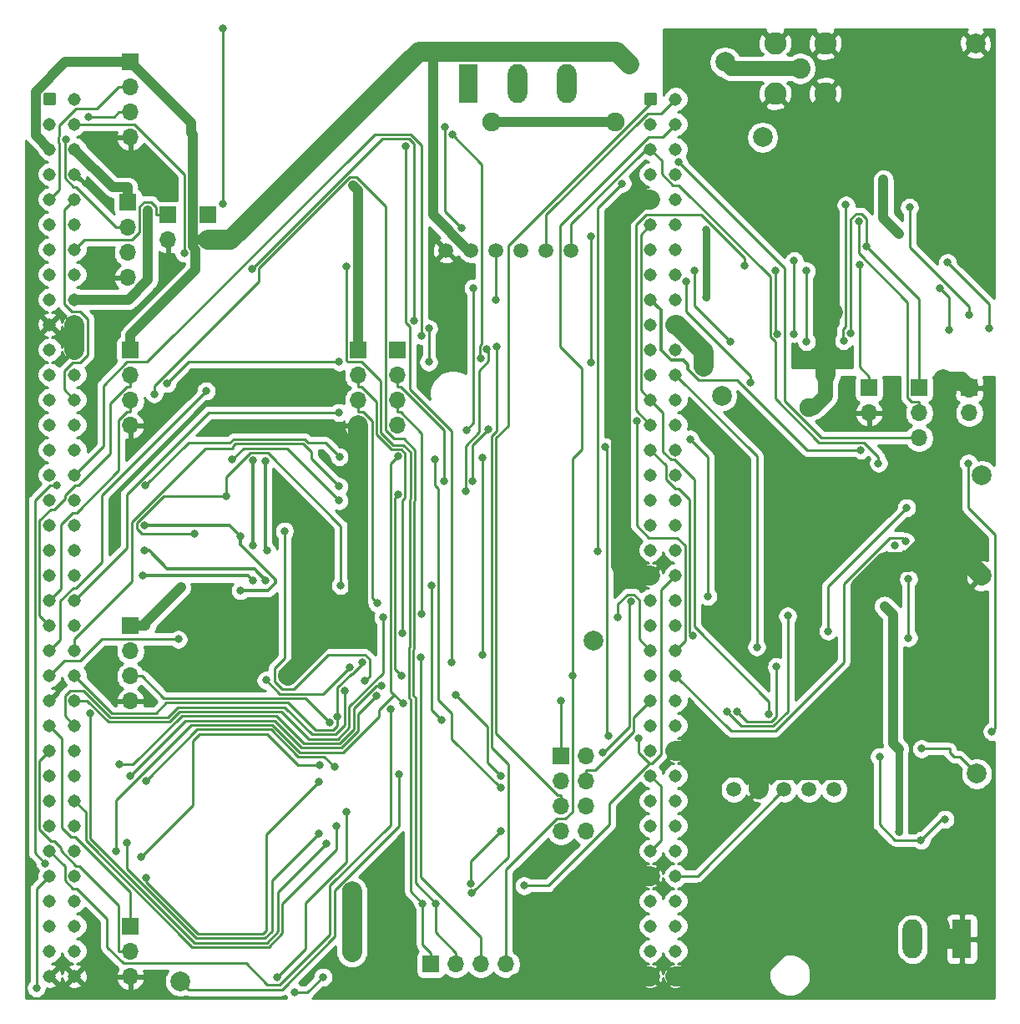
<source format=gbr>
G04 #@! TF.GenerationSoftware,KiCad,Pcbnew,(5.1.12)-1*
G04 #@! TF.CreationDate,2021-12-04T17:22:21+10:00*
G04 #@! TF.ProjectId,stmsplat2,73746d73-706c-4617-9432-2e6b69636164,rev?*
G04 #@! TF.SameCoordinates,Original*
G04 #@! TF.FileFunction,Copper,L2,Bot*
G04 #@! TF.FilePolarity,Positive*
%FSLAX46Y46*%
G04 Gerber Fmt 4.6, Leading zero omitted, Abs format (unit mm)*
G04 Created by KiCad (PCBNEW (5.1.12)-1) date 2021-12-04 17:22:21*
%MOMM*%
%LPD*%
G01*
G04 APERTURE LIST*
G04 #@! TA.AperFunction,ComponentPad*
%ADD10C,1.520000*%
G04 #@! TD*
G04 #@! TA.AperFunction,ComponentPad*
%ADD11O,1.700000X1.700000*%
G04 #@! TD*
G04 #@! TA.AperFunction,ComponentPad*
%ADD12R,1.700000X1.700000*%
G04 #@! TD*
G04 #@! TA.AperFunction,ComponentPad*
%ADD13C,2.000000*%
G04 #@! TD*
G04 #@! TA.AperFunction,ComponentPad*
%ADD14C,1.310000*%
G04 #@! TD*
G04 #@! TA.AperFunction,ComponentPad*
%ADD15C,2.250000*%
G04 #@! TD*
G04 #@! TA.AperFunction,ComponentPad*
%ADD16C,2.050000*%
G04 #@! TD*
G04 #@! TA.AperFunction,ComponentPad*
%ADD17R,1.980000X3.960000*%
G04 #@! TD*
G04 #@! TA.AperFunction,ComponentPad*
%ADD18O,1.980000X3.960000*%
G04 #@! TD*
G04 #@! TA.AperFunction,ViaPad*
%ADD19C,1.900000*%
G04 #@! TD*
G04 #@! TA.AperFunction,ViaPad*
%ADD20C,0.900000*%
G04 #@! TD*
G04 #@! TA.AperFunction,ViaPad*
%ADD21C,0.800000*%
G04 #@! TD*
G04 #@! TA.AperFunction,Conductor*
%ADD22C,2.000000*%
G04 #@! TD*
G04 #@! TA.AperFunction,Conductor*
%ADD23C,1.500000*%
G04 #@! TD*
G04 #@! TA.AperFunction,Conductor*
%ADD24C,0.250000*%
G04 #@! TD*
G04 #@! TA.AperFunction,Conductor*
%ADD25C,1.000000*%
G04 #@! TD*
G04 #@! TA.AperFunction,Conductor*
%ADD26C,0.750000*%
G04 #@! TD*
G04 #@! TA.AperFunction,Conductor*
%ADD27C,0.300000*%
G04 #@! TD*
G04 #@! TA.AperFunction,Conductor*
%ADD28C,0.254000*%
G04 #@! TD*
G04 #@! TA.AperFunction,Conductor*
%ADD29C,0.100000*%
G04 #@! TD*
G04 APERTURE END LIST*
D10*
X124714000Y-143562000D03*
X127254000Y-143562000D03*
X132334000Y-143562000D03*
X129794000Y-143562000D03*
X134874000Y-143562000D03*
D11*
X71374000Y-87884000D03*
D12*
X71374000Y-85344000D03*
D11*
X67335400Y-87884000D03*
D12*
X67335400Y-85344000D03*
D13*
X79502000Y-132080000D03*
X123825000Y-69850000D03*
X149860000Y-121920000D03*
X127635000Y-77470000D03*
X110490000Y-128524000D03*
D11*
X63500000Y-106680000D03*
X63500000Y-104140000D03*
X63500000Y-101600000D03*
D12*
X63500000Y-99060000D03*
D14*
X57861200Y-162483800D03*
X57861200Y-159943800D03*
X57861200Y-157403800D03*
X57861200Y-154863800D03*
X57861200Y-152323800D03*
X57861200Y-149783800D03*
X57861200Y-147243800D03*
X57861200Y-144703800D03*
X57861200Y-142163800D03*
X57861200Y-139623800D03*
X57861200Y-137083800D03*
X57861200Y-134543800D03*
X57861200Y-132003800D03*
X57861200Y-129463800D03*
X57861200Y-126923800D03*
X57861200Y-124383800D03*
X57861200Y-121843800D03*
X57861200Y-119303800D03*
X57861200Y-116763800D03*
X57861200Y-114223800D03*
X57861200Y-111683800D03*
X57861200Y-109143800D03*
X57861200Y-106603800D03*
X57861200Y-104063800D03*
X57861200Y-101523800D03*
X57861200Y-98983800D03*
X57861200Y-96443800D03*
X57861200Y-93903800D03*
X57861200Y-91363800D03*
X57861200Y-88823800D03*
X57861200Y-86283800D03*
X57861200Y-83743800D03*
X57861200Y-81203800D03*
X57861200Y-78663800D03*
X57861200Y-76123800D03*
X57861200Y-73583800D03*
X55321200Y-162483800D03*
X55321200Y-159943800D03*
X55321200Y-157403800D03*
X55321200Y-154863800D03*
X55321200Y-152323800D03*
X55321200Y-149783800D03*
X55321200Y-147243800D03*
X55321200Y-144703800D03*
X55321200Y-142163800D03*
X55321200Y-139623800D03*
X55321200Y-137083800D03*
X55321200Y-134543800D03*
X55321200Y-132003800D03*
X55321200Y-129463800D03*
X55321200Y-126923800D03*
X55321200Y-124383800D03*
X55321200Y-121843800D03*
X55321200Y-119303800D03*
X55321200Y-116763800D03*
X55321200Y-114223800D03*
X55321200Y-111683800D03*
X55321200Y-109143800D03*
X55321200Y-106603800D03*
X55321200Y-104063800D03*
X55321200Y-101523800D03*
X55321200Y-98983800D03*
X55321200Y-96443800D03*
X55321200Y-93903800D03*
X55321200Y-91363800D03*
X55321200Y-88823800D03*
X55321200Y-86283800D03*
X55321200Y-83743800D03*
X55321200Y-81203800D03*
X55321200Y-78663800D03*
X55321200Y-76123800D03*
G04 #@! TA.AperFunction,ComponentPad*
G36*
G01*
X54916200Y-72928800D02*
X55726200Y-72928800D01*
G75*
G02*
X55976200Y-73178800I0J-250000D01*
G01*
X55976200Y-73988800D01*
G75*
G02*
X55726200Y-74238800I-250000J0D01*
G01*
X54916200Y-74238800D01*
G75*
G02*
X54666200Y-73988800I0J250000D01*
G01*
X54666200Y-73178800D01*
G75*
G02*
X54916200Y-72928800I250000J0D01*
G01*
G37*
G04 #@! TD.AperFunction*
X118821000Y-162483800D03*
X118821000Y-159943800D03*
X118821000Y-157403800D03*
X118821000Y-154863800D03*
X118821000Y-152323800D03*
X118821000Y-149783800D03*
X118821000Y-147243800D03*
X118821000Y-144703800D03*
X118821000Y-142163800D03*
X118821000Y-139623800D03*
X118821000Y-137083800D03*
X118821000Y-134543800D03*
X118821000Y-132003800D03*
X118821000Y-129463800D03*
X118821000Y-126923800D03*
X118821000Y-124383800D03*
X118821000Y-121843800D03*
X118821000Y-119303800D03*
X118821000Y-116763800D03*
X118821000Y-114223800D03*
X118821000Y-111683800D03*
X118821000Y-109143800D03*
X118821000Y-106603800D03*
X118821000Y-104063800D03*
X118821000Y-101523800D03*
X118821000Y-98983800D03*
X118821000Y-96443800D03*
X118821000Y-93903800D03*
X118821000Y-91363800D03*
X118821000Y-88823800D03*
X118821000Y-86283800D03*
X118821000Y-83743800D03*
X118821000Y-81203800D03*
X118821000Y-78663800D03*
X118821000Y-76123800D03*
X118821000Y-73583800D03*
X116281000Y-162483800D03*
X116281000Y-159943800D03*
X116281000Y-157403800D03*
X116281000Y-154863800D03*
X116281000Y-152323800D03*
X116281000Y-149783800D03*
X116281000Y-147243800D03*
X116281000Y-144703800D03*
X116281000Y-142163800D03*
X116281000Y-139623800D03*
X116281000Y-137083800D03*
X116281000Y-134543800D03*
X116281000Y-132003800D03*
X116281000Y-129463800D03*
X116281000Y-126923800D03*
X116281000Y-124383800D03*
X116281000Y-121843800D03*
X116281000Y-119303800D03*
X116281000Y-116763800D03*
X116281000Y-114223800D03*
X116281000Y-111683800D03*
X116281000Y-109143800D03*
X116281000Y-106603800D03*
X116281000Y-104063800D03*
X116281000Y-101523800D03*
X116281000Y-98983800D03*
X116281000Y-96443800D03*
X116281000Y-93903800D03*
X116281000Y-91363800D03*
X116281000Y-88823800D03*
X116281000Y-86283800D03*
X116281000Y-83743800D03*
X116281000Y-81203800D03*
X116281000Y-78663800D03*
X116281000Y-76123800D03*
G04 #@! TA.AperFunction,ComponentPad*
G36*
G01*
X115876000Y-72928800D02*
X116686000Y-72928800D01*
G75*
G02*
X116936000Y-73178800I0J-250000D01*
G01*
X116936000Y-73988800D01*
G75*
G02*
X116686000Y-74238800I-250000J0D01*
G01*
X115876000Y-74238800D01*
G75*
G02*
X115626000Y-73988800I0J250000D01*
G01*
X115626000Y-73178800D01*
G75*
G02*
X115876000Y-72928800I250000J0D01*
G01*
G37*
G04 #@! TD.AperFunction*
D11*
X63246000Y-91694000D03*
X63246000Y-89154000D03*
X63246000Y-86614000D03*
D12*
X63246000Y-84074000D03*
D11*
X90551000Y-106680000D03*
X90551000Y-104140000D03*
X90551000Y-101600000D03*
D12*
X90551000Y-99060000D03*
D11*
X86614000Y-106680000D03*
X86614000Y-104140000D03*
X86614000Y-101600000D03*
D12*
X86614000Y-99060000D03*
D15*
X128905000Y-73025000D03*
X128905000Y-67945000D03*
X133985000Y-67945000D03*
X133985000Y-73025000D03*
D16*
X131445000Y-70485000D03*
D13*
X68580000Y-163000000D03*
X149352000Y-141986000D03*
X149860000Y-111760000D03*
X123508000Y-103696000D03*
X149225000Y-67945000D03*
D12*
X63500000Y-127000000D03*
D11*
X63500000Y-129540000D03*
X63500000Y-132080000D03*
X63500000Y-134620000D03*
X143510000Y-107950000D03*
X143510000Y-105410000D03*
D12*
X143510000Y-102870000D03*
X148590000Y-102870000D03*
D11*
X148590000Y-105410000D03*
D12*
X138430000Y-102870000D03*
D11*
X138430000Y-105410000D03*
D17*
X97790000Y-71983600D03*
D18*
X102790000Y-71983600D03*
X107790000Y-71983600D03*
D17*
X147853000Y-158725000D03*
D18*
X142853000Y-158725000D03*
D12*
X107188000Y-140208000D03*
D11*
X109728000Y-140208000D03*
X107188000Y-142748000D03*
X109728000Y-142748000D03*
X107188000Y-145288000D03*
X109728000Y-145288000D03*
X107188000Y-147828000D03*
X109728000Y-147828000D03*
D12*
X63500000Y-69850000D03*
D11*
X63500000Y-72390000D03*
X63500000Y-74930000D03*
X63500000Y-77470000D03*
D12*
X63500000Y-157480000D03*
D11*
X63500000Y-160020000D03*
X63500000Y-162560000D03*
D12*
X93980000Y-161290000D03*
D11*
X96520000Y-161290000D03*
X99060000Y-161290000D03*
X101600000Y-161290000D03*
D10*
X100600000Y-88910000D03*
X98060000Y-88910000D03*
X95520000Y-88910000D03*
X108220000Y-88910000D03*
X105680000Y-88910000D03*
X103140000Y-88910000D03*
D19*
X102800000Y-163200000D03*
X121693000Y-100698000D03*
D20*
X73500000Y-125500000D03*
D21*
X148567300Y-95469300D03*
X142540100Y-84557900D03*
X83042600Y-162590000D03*
X80206700Y-164149400D03*
X137379600Y-85953600D03*
X95314300Y-112333900D03*
X93048900Y-125750600D03*
X88577600Y-124708000D03*
X91094100Y-127711000D03*
X99227500Y-129934900D03*
X99227500Y-109951000D03*
X120726600Y-90969500D03*
X124393000Y-98160200D03*
X132096900Y-98160200D03*
X132096900Y-91013800D03*
X78395700Y-162606400D03*
X85459500Y-145839800D03*
X135848000Y-98080600D03*
X136089200Y-84329800D03*
X139500000Y-140250000D03*
X146133000Y-146595000D03*
X143707000Y-148731000D03*
X90754100Y-142018700D03*
X143764000Y-139446000D03*
X146512400Y-96967900D03*
X145588800Y-92795000D03*
X150627000Y-96798700D03*
X146394000Y-90170000D03*
X65112100Y-142682300D03*
X84202400Y-141301800D03*
X83772100Y-136821700D03*
X137479000Y-90398600D03*
X134752700Y-95250000D03*
D19*
X132309000Y-104826000D03*
D21*
X119863100Y-92113000D03*
X126360700Y-102304600D03*
X68632500Y-123092500D03*
D19*
X114109000Y-70040500D03*
X85966300Y-153886000D03*
X85974400Y-160050000D03*
D21*
X140000000Y-125000000D03*
X140868000Y-138887000D03*
X141048000Y-118849000D03*
X141460000Y-147860000D03*
X95397000Y-76422800D03*
X97120300Y-86699300D03*
X110188800Y-87531200D03*
X110188800Y-100280700D03*
X114900200Y-106258900D03*
X99044900Y-99899000D03*
X96137900Y-77177800D03*
X112967500Y-126134200D03*
X110926400Y-119383900D03*
X113396500Y-82138100D03*
X91432200Y-78392300D03*
X96102100Y-130725000D03*
X142167700Y-118440300D03*
X142428000Y-122230200D03*
X142428000Y-128195400D03*
X121875000Y-93725000D03*
X121875000Y-86800000D03*
X141481000Y-87223600D03*
X139875000Y-81772300D03*
X128264800Y-135929700D03*
X95089800Y-136557900D03*
X94051300Y-122895300D03*
X84848700Y-122895300D03*
X69981600Y-117682900D03*
X73234600Y-113854500D03*
X86115700Y-82359100D03*
X65290700Y-84842700D03*
X136539600Y-97318300D03*
X93036500Y-97547700D03*
X138167400Y-88493600D03*
X98313600Y-92733900D03*
X97583700Y-107141000D03*
X84683700Y-105354700D03*
X137616200Y-109176400D03*
X100600000Y-93903800D03*
X150902000Y-137693200D03*
X148520000Y-110500700D03*
X139394800Y-110500700D03*
X101092700Y-143411700D03*
X94382900Y-110094100D03*
X87310000Y-132562900D03*
X79135600Y-117378000D03*
X85731400Y-131155600D03*
X77259900Y-132505200D03*
X115061500Y-138430400D03*
X103440100Y-153329100D03*
X100688500Y-98723400D03*
X98129000Y-154096700D03*
X127044900Y-129121900D03*
X128901600Y-90970000D03*
X129126900Y-97398100D03*
X75823900Y-90825700D03*
X92283000Y-96083600D03*
X108363400Y-132048800D03*
X101066100Y-147799400D03*
X98033400Y-153092800D03*
X114258800Y-124548200D03*
X111398300Y-139791400D03*
X84532800Y-136167600D03*
X87014900Y-130661900D03*
X99793000Y-107102000D03*
X98241800Y-112316500D03*
X111651800Y-108849400D03*
X112047200Y-138119100D03*
X90986300Y-132021200D03*
X90661000Y-113676800D03*
X84696000Y-114289400D03*
X73865100Y-110120100D03*
X120540200Y-127995000D03*
X134291200Y-127514800D03*
X142250400Y-115021500D03*
X125829800Y-90470000D03*
X119089000Y-79933800D03*
X65124400Y-152548600D03*
X82670100Y-142774000D03*
X65060300Y-112769200D03*
X56015000Y-112769200D03*
X54863000Y-151053800D03*
X84710500Y-109844400D03*
X130184600Y-125982100D03*
X124030700Y-135701200D03*
X91160400Y-134870000D03*
X90643800Y-109812200D03*
X62088400Y-149783800D03*
X84432500Y-147257000D03*
X63529100Y-142163800D03*
X88511400Y-134050100D03*
X107188000Y-134569200D03*
X129050900Y-131127800D03*
X125044700Y-135689400D03*
X85258100Y-133589100D03*
X89132600Y-126101400D03*
X122076100Y-123990900D03*
X120270800Y-108053600D03*
X99688100Y-98894600D03*
X97504400Y-113327000D03*
X84698600Y-112851000D03*
X59446900Y-135889300D03*
X83421000Y-149064600D03*
X65917100Y-103472100D03*
X94480300Y-155124300D03*
X72879600Y-66426600D03*
X72879600Y-84168700D03*
X85429100Y-90596800D03*
X93165200Y-155115100D03*
X64566000Y-150440000D03*
X82679200Y-141115800D03*
X53978100Y-163696000D03*
X92933900Y-130142600D03*
X89882800Y-135431500D03*
X63156100Y-148999000D03*
X82658300Y-148005100D03*
X62429900Y-141037900D03*
X88996800Y-133059300D03*
X96492700Y-133998500D03*
X101075500Y-142193000D03*
X68363400Y-128352900D03*
X59288100Y-75391800D03*
X56960200Y-77695400D03*
X130837100Y-89970000D03*
X130837100Y-97375000D03*
X93773700Y-96843600D03*
X93773700Y-100235300D03*
X84693800Y-100235300D03*
X67207800Y-102428500D03*
D19*
X100137000Y-75880000D03*
X112649000Y-75880000D03*
D21*
X75946000Y-118821000D03*
X75946000Y-110236000D03*
X75946000Y-122428000D03*
X64770000Y-121920000D03*
X74676000Y-123419000D03*
X74676000Y-117932000D03*
X64947800Y-116840000D03*
X77353700Y-119369000D03*
X77216000Y-110261000D03*
X77216000Y-122352000D03*
X64922400Y-119380000D03*
X68961200Y-89219700D03*
X71191600Y-103189900D03*
D22*
X79502000Y-132080000D02*
X86614000Y-124968000D01*
X86614000Y-124968000D02*
X86614000Y-108730300D01*
X86614000Y-106680000D02*
X86614000Y-108730300D01*
X148590000Y-102790000D02*
X148590000Y-102870000D01*
D23*
X148590000Y-102790000D02*
X148600000Y-102800000D01*
X146000000Y-102000000D02*
X147800000Y-102000000D01*
X147800000Y-102000000D02*
X148590000Y-102790000D01*
D22*
X102800000Y-163200000D02*
X102750000Y-163250000D01*
X57861200Y-96443800D02*
X57861200Y-98983800D01*
X118821000Y-139623800D02*
X118821000Y-139624000D01*
X118863100Y-96456500D02*
X118808000Y-96456500D01*
X121693000Y-100698000D02*
X121693000Y-99200000D01*
X121693000Y-99200000D02*
X118950000Y-96456500D01*
X118950000Y-96456500D02*
X118863100Y-96456500D01*
X118821000Y-96443800D02*
X118850400Y-96443800D01*
X118850400Y-96443800D02*
X118863100Y-96456500D01*
X116281000Y-152323800D02*
X116281000Y-152324000D01*
X118821200Y-162484000D02*
X118821000Y-162483800D01*
X137547000Y-155545000D02*
X133408000Y-155545000D01*
X133408000Y-155545000D02*
X126469000Y-162484000D01*
X126469000Y-162484000D02*
X118821200Y-162484000D01*
X118821200Y-162484000D02*
X118821000Y-162484000D01*
X116280800Y-121844000D02*
X116281000Y-121843800D01*
X116280800Y-121844000D02*
X116281000Y-121844000D01*
X116281000Y-83743800D02*
X115355000Y-83743800D01*
X115355000Y-83743800D02*
X113284000Y-85814500D01*
X113284000Y-85814500D02*
X113284000Y-120904000D01*
X113284000Y-120904000D02*
X114224000Y-121844000D01*
X114224000Y-121844000D02*
X116280800Y-121844000D01*
X111898500Y-162484000D02*
X116280800Y-162484000D01*
X116280800Y-162484000D02*
X116281000Y-162483800D01*
X111898500Y-162484000D02*
X107516000Y-162484000D01*
X107516000Y-162484000D02*
X106750000Y-163250000D01*
X106750000Y-163250000D02*
X106500000Y-163250000D01*
X116281000Y-162484000D02*
X111898500Y-162484000D01*
X106500000Y-163250000D02*
X102750000Y-163250000D01*
X146540000Y-116332000D02*
X146540000Y-109040000D01*
X146540000Y-109040000D02*
X146000000Y-108500000D01*
X146000000Y-108500000D02*
X146000000Y-102000000D01*
X146540000Y-116332000D02*
X142372000Y-120500000D01*
X142372000Y-120500000D02*
X140000000Y-120500000D01*
X140000000Y-120500000D02*
X137547000Y-122953000D01*
X137547000Y-122953000D02*
X137547000Y-141588000D01*
X109855000Y-154975000D02*
X109855000Y-159895000D01*
X109855000Y-159895000D02*
X106500000Y-163250000D01*
X127254000Y-142622000D02*
X124256000Y-139624000D01*
X124256000Y-139624000D02*
X118821000Y-139624000D01*
X146540000Y-116332000D02*
X146540000Y-118600000D01*
X146540000Y-118600000D02*
X149860000Y-121920000D01*
D23*
X145663000Y-157442000D02*
X143766000Y-155545000D01*
X143766000Y-155545000D02*
X137547000Y-155545000D01*
D22*
X147853000Y-158725000D02*
X145663000Y-158725000D01*
X145663000Y-158725000D02*
X145663000Y-157442000D01*
X127254000Y-143562000D02*
X127254000Y-142622000D01*
X127254000Y-142622000D02*
X128288000Y-141588000D01*
X128288000Y-141588000D02*
X137547000Y-141588000D01*
X137547000Y-141588000D02*
X137547000Y-155545000D01*
X109855000Y-154940000D02*
X109855000Y-154975000D01*
X109855000Y-154975000D02*
X112647000Y-154975000D01*
X112647000Y-154975000D02*
X115298000Y-152324000D01*
X115298000Y-152324000D02*
X116281000Y-152324000D01*
D24*
X148567300Y-95469300D02*
X148567300Y-94610900D01*
X148567300Y-94610900D02*
X142540100Y-88583700D01*
X142540100Y-88583700D02*
X142540100Y-84557900D01*
X80206700Y-164149400D02*
X81483200Y-164149400D01*
X81483200Y-164149400D02*
X83042600Y-162590000D01*
X124148000Y-70167500D02*
X124142000Y-70167500D01*
X124142000Y-70167500D02*
X123825000Y-69850000D01*
D23*
X131445000Y-70485000D02*
X124465000Y-70485000D01*
X124465000Y-70485000D02*
X124148000Y-70167500D01*
X124148000Y-70167500D02*
X123830000Y-69850000D01*
D24*
X62324700Y-72390000D02*
X60150500Y-74564200D01*
X60150500Y-74564200D02*
X57949700Y-74564200D01*
X57949700Y-74564200D02*
X56301500Y-76212400D01*
X56301500Y-76212400D02*
X56301500Y-77328400D01*
X56301500Y-77328400D02*
X56234900Y-77395000D01*
X56234900Y-77395000D02*
X56234900Y-77995800D01*
X56234900Y-77995800D02*
X56301500Y-78062400D01*
X56301500Y-78062400D02*
X56301500Y-82763500D01*
X56301500Y-82763500D02*
X55321200Y-83743800D01*
X63500000Y-72390000D02*
X62324700Y-72390000D01*
X143510000Y-104234700D02*
X142701900Y-104234700D01*
X142701900Y-104234700D02*
X142334700Y-103867500D01*
X142334700Y-103867500D02*
X142334700Y-94177100D01*
X142334700Y-94177100D02*
X137379600Y-89222000D01*
X137379600Y-89222000D02*
X137379600Y-85953600D01*
X143510000Y-105410000D02*
X143510000Y-104234700D01*
X90551000Y-102775300D02*
X90909700Y-102775300D01*
X90909700Y-102775300D02*
X95314300Y-107179900D01*
X95314300Y-107179900D02*
X95314300Y-112333900D01*
X90551000Y-101600000D02*
X90551000Y-102775300D01*
X90551000Y-104140000D02*
X90551000Y-105315300D01*
X93048900Y-125750600D02*
X93048900Y-107445900D01*
X93048900Y-107445900D02*
X90918300Y-105315300D01*
X90918300Y-105315300D02*
X90551000Y-105315300D01*
X86614000Y-105315300D02*
X87123700Y-105315300D01*
X87123700Y-105315300D02*
X88024700Y-106216300D01*
X88024700Y-106216300D02*
X88024700Y-124155100D01*
X88024700Y-124155100D02*
X88577600Y-124708000D01*
X86614000Y-104140000D02*
X86614000Y-105315300D01*
X91094100Y-127711000D02*
X91094100Y-114269500D01*
X91094100Y-114269500D02*
X91387800Y-113975800D01*
X91387800Y-113975800D02*
X91387800Y-109484700D01*
X91387800Y-109484700D02*
X90989900Y-109086800D01*
X90989900Y-109086800D02*
X90010000Y-109086800D01*
X90010000Y-109086800D02*
X88475000Y-107551800D01*
X88475000Y-107551800D02*
X88475000Y-104268900D01*
X88475000Y-104268900D02*
X86981400Y-102775300D01*
X86981400Y-102775300D02*
X86614000Y-102775300D01*
X86614000Y-101600000D02*
X86614000Y-102775300D01*
X99227500Y-109951000D02*
X99227500Y-129934900D01*
X132096900Y-91013800D02*
X132096900Y-98160200D01*
X124393000Y-98160200D02*
X120726600Y-94493800D01*
X120726600Y-94493800D02*
X120726600Y-90969500D01*
X85459500Y-145839800D02*
X85459500Y-150955100D01*
X85459500Y-150955100D02*
X81301700Y-155112900D01*
X81301700Y-155112900D02*
X81301700Y-159700400D01*
X81301700Y-159700400D02*
X78395700Y-162606400D01*
X136089200Y-84329800D02*
X136089200Y-96650300D01*
X136089200Y-96650300D02*
X135813500Y-96926000D01*
X135813500Y-96926000D02*
X135813500Y-98046100D01*
X135813500Y-98046100D02*
X135848000Y-98080600D01*
X143707000Y-148685000D02*
X141048000Y-148685000D01*
X141048000Y-148685000D02*
X139500000Y-147137000D01*
X139500000Y-147137000D02*
X139500000Y-140250000D01*
X143707000Y-148685000D02*
X145797000Y-146595000D01*
X145797000Y-146595000D02*
X146133000Y-146595000D01*
X143707000Y-148685000D02*
X143707000Y-148731000D01*
X68580000Y-163000000D02*
X69424000Y-163844000D01*
X69424000Y-163844000D02*
X78863200Y-163844000D01*
X78863200Y-163844000D02*
X84209900Y-158497300D01*
X84209900Y-158497300D02*
X84209900Y-153784100D01*
X84209900Y-153784100D02*
X90754100Y-147239900D01*
X90754100Y-147239900D02*
X90754100Y-142018700D01*
X143764000Y-139446000D02*
X146610000Y-139446000D01*
X146610000Y-139446000D02*
X146610000Y-139834800D01*
X146610000Y-139834800D02*
X147034900Y-140259700D01*
X147034900Y-140259700D02*
X147625700Y-140259700D01*
X147625700Y-140259700D02*
X149352000Y-141986000D01*
X145588800Y-92795000D02*
X146512400Y-93718600D01*
X146512400Y-93718600D02*
X146512400Y-96967900D01*
X150627000Y-96798700D02*
X150627000Y-94402400D01*
X150627000Y-94402400D02*
X146394000Y-90170000D01*
X65112100Y-142682300D02*
X70299900Y-137494500D01*
X70299900Y-137494500D02*
X77761900Y-137494500D01*
X77761900Y-137494500D02*
X80516300Y-140248900D01*
X80516300Y-140248900D02*
X83149500Y-140248900D01*
X83149500Y-140248900D02*
X84202400Y-141301800D01*
X83772100Y-136821700D02*
X81272200Y-134321800D01*
X81272200Y-134321800D02*
X66917100Y-134321800D01*
X66917100Y-134321800D02*
X64675300Y-132080000D01*
X63500000Y-132080000D02*
X64675300Y-132080000D01*
X138430000Y-102870000D02*
X138430000Y-101695000D01*
X138430000Y-101695000D02*
X137479000Y-100743000D01*
X137479000Y-100743000D02*
X137479000Y-90398600D01*
D22*
X134752700Y-95250000D02*
X133985000Y-96017700D01*
X133985000Y-96017700D02*
X133985000Y-101600000D01*
X133985000Y-73025000D02*
X133985000Y-96017700D01*
D23*
X133985000Y-101600000D02*
X133985000Y-103657000D01*
X133985000Y-103657000D02*
X132817000Y-104826000D01*
X132817000Y-104826000D02*
X132309000Y-104826000D01*
D24*
X119863100Y-92113000D02*
X119863100Y-95169100D01*
X119863100Y-95169100D02*
X126360700Y-101666700D01*
X126360700Y-101666700D02*
X126360700Y-102304600D01*
D25*
X63500000Y-69850000D02*
X69643200Y-75993200D01*
X69643200Y-75993200D02*
X69643200Y-76986100D01*
X69643200Y-76986100D02*
X69823700Y-77166600D01*
X69823700Y-77166600D02*
X69823700Y-87884000D01*
X94189000Y-68773000D02*
X94189000Y-85324000D01*
X94189000Y-85324000D02*
X97775000Y-88910000D01*
X97775000Y-88910000D02*
X98060000Y-88910000D01*
D22*
X94189000Y-68773000D02*
X112842000Y-68773000D01*
X112842000Y-68773000D02*
X114109000Y-70040500D01*
X71374000Y-87884000D02*
X73654900Y-87884000D01*
X73654900Y-87884000D02*
X92765900Y-68773000D01*
X92765900Y-68773000D02*
X94189000Y-68773000D01*
D25*
X63500000Y-97509700D02*
X70123700Y-90886000D01*
X70123700Y-90886000D02*
X70123700Y-88826100D01*
X70123700Y-88826100D02*
X69823700Y-88526100D01*
X69823700Y-88526100D02*
X69823700Y-87884000D01*
X63500000Y-99060000D02*
X63500000Y-97509700D01*
X55321200Y-78663800D02*
X53899400Y-77242000D01*
X53899400Y-77242000D02*
X53899400Y-72827500D01*
X53899400Y-72827500D02*
X56876900Y-69850000D01*
X56876900Y-69850000D02*
X63500000Y-69850000D01*
X63500000Y-127000000D02*
X65050300Y-127000000D01*
X65050300Y-127000000D02*
X65050300Y-126674700D01*
X65050300Y-126674700D02*
X68632500Y-123092500D01*
X85974400Y-156972000D02*
X85966300Y-156963900D01*
X85966300Y-156963900D02*
X85966300Y-153886000D01*
D22*
X85974400Y-156972000D02*
X85974400Y-153894000D01*
X85974400Y-160050000D02*
X85974400Y-156972000D01*
D25*
X71374000Y-87884000D02*
X69823700Y-87884000D01*
X140868000Y-138887000D02*
X140868000Y-125868000D01*
X140868000Y-125868000D02*
X140000000Y-125000000D01*
D26*
X141460000Y-147860000D02*
X141460000Y-139479000D01*
D25*
X141460000Y-139479000D02*
X140868000Y-138887000D01*
D24*
X97120300Y-86699300D02*
X95397000Y-84976000D01*
X95397000Y-84976000D02*
X95397000Y-76422800D01*
X118821000Y-129463800D02*
X119801400Y-128483400D01*
X119801400Y-128483400D02*
X119801400Y-118866400D01*
X119801400Y-118866400D02*
X118968800Y-118033800D01*
X118968800Y-118033800D02*
X116103000Y-118033800D01*
X116103000Y-118033800D02*
X114900200Y-116831000D01*
X114900200Y-116831000D02*
X114900200Y-106258900D01*
X110188800Y-100280700D02*
X110188800Y-87531200D01*
X96137900Y-77177800D02*
X99145900Y-80185800D01*
X99145900Y-80185800D02*
X99145900Y-98411100D01*
X99145900Y-98411100D02*
X98962800Y-98594200D01*
X98962800Y-98594200D02*
X98962800Y-99816900D01*
X98962800Y-99816900D02*
X99044900Y-99899000D01*
X110926400Y-119383900D02*
X110926400Y-84608200D01*
X110926400Y-84608200D02*
X113396500Y-82138100D01*
X116281000Y-129463800D02*
X115112600Y-128295400D01*
X115112600Y-128295400D02*
X115112600Y-124334100D01*
X115112600Y-124334100D02*
X114586800Y-123808300D01*
X114586800Y-123808300D02*
X113942800Y-123808300D01*
X113942800Y-123808300D02*
X112967500Y-124783600D01*
X112967500Y-124783600D02*
X112967500Y-126134200D01*
X96102100Y-130725000D02*
X96102100Y-107269100D01*
X96102100Y-107269100D02*
X91860900Y-103027900D01*
X91860900Y-103027900D02*
X91860900Y-96687200D01*
X91860900Y-96687200D02*
X91432200Y-96258500D01*
X91432200Y-96258500D02*
X91432200Y-78392300D01*
X118821000Y-132003800D02*
X124424600Y-137607400D01*
X124424600Y-137607400D02*
X128913600Y-137607400D01*
X128913600Y-137607400D02*
X135854600Y-130666400D01*
X135854600Y-130666400D02*
X135854600Y-122756800D01*
X135854600Y-122756800D02*
X140542900Y-118068500D01*
X140542900Y-118068500D02*
X141795900Y-118068500D01*
X141795900Y-118068500D02*
X142167700Y-118440300D01*
X142428000Y-128195400D02*
X142428000Y-122230200D01*
D26*
X121875000Y-93725000D02*
X121875000Y-86800000D01*
D25*
X139875000Y-81772300D02*
X139875000Y-85617800D01*
X139875000Y-85617800D02*
X141481000Y-87223600D01*
D24*
X128264800Y-135929700D02*
X128264800Y-134634000D01*
X128264800Y-134634000D02*
X120702000Y-127071200D01*
X120702000Y-127071200D02*
X120702000Y-112109400D01*
X120702000Y-112109400D02*
X118716800Y-110124200D01*
X118716800Y-110124200D02*
X118352400Y-110124200D01*
X118352400Y-110124200D02*
X117551000Y-109322800D01*
X117551000Y-109322800D02*
X117551000Y-105333800D01*
X117551000Y-105333800D02*
X116281000Y-104063800D01*
X116281000Y-86283800D02*
X115269400Y-87295400D01*
X115269400Y-87295400D02*
X115269400Y-103052200D01*
X115269400Y-103052200D02*
X116281000Y-104063800D01*
X94051300Y-122895300D02*
X94051300Y-135519400D01*
X94051300Y-135519400D02*
X95089800Y-136557900D01*
X73234600Y-113854500D02*
X73234600Y-111877800D01*
X73234600Y-111877800D02*
X75651200Y-109461200D01*
X75651200Y-109461200D02*
X77463600Y-109461200D01*
X77463600Y-109461200D02*
X84848700Y-116846300D01*
X84848700Y-116846300D02*
X84848700Y-122895300D01*
X69981600Y-117682900D02*
X64708400Y-117682900D01*
X64708400Y-117682900D02*
X64206800Y-117181300D01*
X64206800Y-117181300D02*
X64206800Y-116528000D01*
X64206800Y-116528000D02*
X66880300Y-113854500D01*
X66880300Y-113854500D02*
X73234600Y-113854500D01*
D25*
X57861200Y-93903800D02*
X63295700Y-93903800D01*
X63295700Y-93903800D02*
X65290700Y-91908800D01*
X65290700Y-91908800D02*
X65290700Y-84842700D01*
X86614000Y-99060000D02*
X86614000Y-82857400D01*
X86614000Y-82857400D02*
X86115700Y-82359100D01*
X63246000Y-84074000D02*
X63246000Y-82523700D01*
X57861200Y-78663800D02*
X61721100Y-82523700D01*
X61721100Y-82523700D02*
X63246000Y-82523700D01*
D24*
X57861200Y-111683800D02*
X60747000Y-108798000D01*
X60747000Y-108798000D02*
X60747000Y-102644300D01*
X60747000Y-102644300D02*
X63155900Y-100235400D01*
X63155900Y-100235400D02*
X65221100Y-100235400D01*
X65221100Y-100235400D02*
X88280700Y-77175800D01*
X88280700Y-77175800D02*
X91967900Y-77175800D01*
X91967900Y-77175800D02*
X93036500Y-78244400D01*
X93036500Y-78244400D02*
X93036500Y-97547700D01*
X138167400Y-88493600D02*
X138167400Y-85701400D01*
X138167400Y-85701400D02*
X137649900Y-85183900D01*
X137649900Y-85183900D02*
X137117900Y-85183900D01*
X137117900Y-85183900D02*
X136539600Y-85762200D01*
X136539600Y-85762200D02*
X136539600Y-97318300D01*
X138167400Y-88493600D02*
X143510000Y-93836200D01*
X143510000Y-93836200D02*
X143510000Y-102870000D01*
X98313600Y-92733900D02*
X98313600Y-106411100D01*
X98313600Y-106411100D02*
X97583700Y-107141000D01*
X57861200Y-124383800D02*
X63136100Y-119108900D01*
X63136100Y-119108900D02*
X63136100Y-113662900D01*
X63136100Y-113662900D02*
X71444300Y-105354700D01*
X71444300Y-105354700D02*
X84683700Y-105354700D01*
X120078000Y-100957400D02*
X121181200Y-102060600D01*
X121181200Y-102060600D02*
X125029400Y-102060600D01*
X125029400Y-102060600D02*
X132145200Y-109176400D01*
X132145200Y-109176400D02*
X137616200Y-109176400D01*
D27*
X120078000Y-100957400D02*
X120078000Y-100993000D01*
X116281000Y-93903800D02*
X117348000Y-94970800D01*
X117348000Y-94970800D02*
X117348000Y-99060000D01*
X117348000Y-99060000D02*
X118364000Y-100076000D01*
X118364000Y-100076000D02*
X119634000Y-100076000D01*
X119634000Y-100076000D02*
X120078000Y-100520000D01*
X120078000Y-100520000D02*
X120078000Y-100957400D01*
D24*
X100600000Y-88910000D02*
X100600000Y-93903800D01*
X116281000Y-78663800D02*
X117391700Y-79774500D01*
X117391700Y-79774500D02*
X117391700Y-81173800D01*
X117391700Y-81173800D02*
X118532400Y-82314500D01*
X118532400Y-82314500D02*
X119140400Y-82314500D01*
X119140400Y-82314500D02*
X128401600Y-91575700D01*
X128401600Y-91575700D02*
X128401600Y-97698500D01*
X128401600Y-97698500D02*
X128901500Y-98198400D01*
X128901500Y-98198400D02*
X128901600Y-98198400D01*
X128901600Y-98198400D02*
X128901600Y-103927100D01*
X128901600Y-103927100D02*
X133374900Y-108400400D01*
X133374900Y-108400400D02*
X137942900Y-108400400D01*
X137942900Y-108400400D02*
X139394800Y-109852300D01*
X139394800Y-109852300D02*
X139394800Y-110500700D01*
X116281000Y-78663800D02*
X115824900Y-78663800D01*
X115824900Y-78663800D02*
X108220000Y-86268700D01*
X108220000Y-86268700D02*
X108220000Y-88910000D01*
X148520000Y-110500700D02*
X148520000Y-115054400D01*
X148520000Y-115054400D02*
X151195200Y-117729600D01*
X151195200Y-117729600D02*
X151195200Y-137400000D01*
X151195200Y-137400000D02*
X150902000Y-137693200D01*
X101092700Y-143411700D02*
X96133300Y-138452300D01*
X96133300Y-138452300D02*
X96133300Y-135893100D01*
X96133300Y-135893100D02*
X94778000Y-134537800D01*
X94778000Y-134537800D02*
X94778000Y-113106900D01*
X94778000Y-113106900D02*
X94382900Y-112711800D01*
X94382900Y-112711800D02*
X94382900Y-110094100D01*
X118821200Y-152324000D02*
X118821000Y-152323800D01*
X118821200Y-152324000D02*
X121032000Y-152324000D01*
X121032000Y-152324000D02*
X129794000Y-143562000D01*
X118821000Y-152324000D02*
X118821200Y-152324000D01*
X87310000Y-132562900D02*
X87761300Y-132111600D01*
X87761300Y-132111600D02*
X87761300Y-130382500D01*
X87761300Y-130382500D02*
X87315400Y-129936600D01*
X87315400Y-129936600D02*
X83542400Y-129936600D01*
X83542400Y-129936600D02*
X80057800Y-133421200D01*
X80057800Y-133421200D02*
X78928600Y-133421200D01*
X78928600Y-133421200D02*
X78144000Y-132636600D01*
X78144000Y-132636600D02*
X78144000Y-131262700D01*
X78144000Y-131262700D02*
X79135600Y-130271100D01*
X79135600Y-130271100D02*
X79135600Y-117378000D01*
X77259900Y-132505200D02*
X78626200Y-133871500D01*
X78626200Y-133871500D02*
X83015500Y-133871500D01*
X83015500Y-133871500D02*
X85731400Y-131155600D01*
X116154800Y-140893800D02*
X115061500Y-139800500D01*
X115061500Y-139800500D02*
X115061500Y-138430400D01*
X116154800Y-140893800D02*
X112088700Y-144959900D01*
X112088700Y-144959900D02*
X112088700Y-147129600D01*
X112088700Y-147129600D02*
X105889200Y-153329100D01*
X105889200Y-153329100D02*
X103440100Y-153329100D01*
X118821000Y-121843800D02*
X117320800Y-123344000D01*
X117320800Y-123344000D02*
X117320800Y-140020300D01*
X117320800Y-140020300D02*
X116447300Y-140893800D01*
X116447300Y-140893800D02*
X116154800Y-140893800D01*
X98129000Y-154096700D02*
X101821400Y-150404300D01*
X101821400Y-150404300D02*
X101821400Y-141018500D01*
X101821400Y-141018500D02*
X100158500Y-139355600D01*
X100158500Y-139355600D02*
X100158500Y-107762300D01*
X100158500Y-107762300D02*
X100688500Y-107232300D01*
X100688500Y-107232300D02*
X100688500Y-98723400D01*
X118821000Y-101523800D02*
X127044900Y-109747700D01*
X127044900Y-109747700D02*
X127044900Y-129121900D01*
X129126900Y-97398100D02*
X128901600Y-97172800D01*
X128901600Y-97172800D02*
X128901600Y-90970000D01*
X92283000Y-96083600D02*
X92283000Y-78138800D01*
X92283000Y-78138800D02*
X91770300Y-77626100D01*
X91770300Y-77626100D02*
X89023500Y-77626100D01*
X89023500Y-77626100D02*
X75823900Y-90825700D01*
X118821000Y-76123800D02*
X117551000Y-77393800D01*
X117551000Y-77393800D02*
X116091100Y-77393800D01*
X116091100Y-77393800D02*
X107089000Y-86395900D01*
X107089000Y-86395900D02*
X107089000Y-98686000D01*
X107089000Y-98686000D02*
X109300800Y-100897800D01*
X109300800Y-100897800D02*
X109300800Y-109127100D01*
X109300800Y-109127100D02*
X108363400Y-110064500D01*
X108363400Y-110064500D02*
X108363400Y-132048800D01*
X101600000Y-161290000D02*
X101600000Y-151725800D01*
X101600000Y-151725800D02*
X106767800Y-146558000D01*
X106767800Y-146558000D02*
X107619000Y-146558000D01*
X107619000Y-146558000D02*
X108363400Y-145813600D01*
X108363400Y-145813600D02*
X108363400Y-132048800D01*
X118821000Y-73583800D02*
X117372600Y-75032200D01*
X117372600Y-75032200D02*
X115948100Y-75032200D01*
X115948100Y-75032200D02*
X105680000Y-85300300D01*
X105680000Y-85300300D02*
X105680000Y-88910000D01*
X98033400Y-153092800D02*
X98033400Y-150832100D01*
X98033400Y-150832100D02*
X101066100Y-147799400D01*
X111398300Y-139791400D02*
X111478200Y-139791400D01*
X111478200Y-139791400D02*
X114094600Y-137175000D01*
X114094600Y-137175000D02*
X114094600Y-124712400D01*
X114094600Y-124712400D02*
X114258800Y-124548200D01*
X87014900Y-130661900D02*
X87014900Y-130897900D01*
X87014900Y-130897900D02*
X86031900Y-131880900D01*
X86031900Y-131880900D02*
X85911500Y-131880900D01*
X85911500Y-131880900D02*
X84532800Y-133259600D01*
X84532800Y-133259600D02*
X84532800Y-136167600D01*
X84532800Y-136167600D02*
X84532800Y-137086800D01*
X84532800Y-137086800D02*
X84072600Y-137547000D01*
X84072600Y-137547000D02*
X82272600Y-137547000D01*
X82272600Y-137547000D02*
X79497700Y-134772100D01*
X79497700Y-134772100D02*
X67122600Y-134772100D01*
X67122600Y-134772100D02*
X66078800Y-135815900D01*
X66078800Y-135815900D02*
X61673300Y-135815900D01*
X61673300Y-135815900D02*
X57861200Y-132003800D01*
X116281000Y-142163800D02*
X117312900Y-143195700D01*
X117312900Y-143195700D02*
X117312900Y-148751900D01*
X117312900Y-148751900D02*
X116281000Y-149783800D01*
X112047200Y-138119100D02*
X111825700Y-137897600D01*
X111825700Y-137897600D02*
X111825700Y-109023300D01*
X111825700Y-109023300D02*
X111651800Y-108849400D01*
X98241800Y-112316500D02*
X98241800Y-108653200D01*
X98241800Y-108653200D02*
X99793000Y-107102000D01*
X109728000Y-141572700D02*
X110674700Y-141572700D01*
X110674700Y-141572700D02*
X114544900Y-137702500D01*
X114544900Y-137702500D02*
X114544900Y-136279900D01*
X114544900Y-136279900D02*
X116281000Y-134543800D01*
X109728000Y-142748000D02*
X109728000Y-141572700D01*
X90661000Y-113676800D02*
X90364600Y-113973200D01*
X90364600Y-113973200D02*
X90364600Y-131399500D01*
X90364600Y-131399500D02*
X90986300Y-132021200D01*
X73865100Y-110120100D02*
X75010700Y-108974500D01*
X75010700Y-108974500D02*
X79381100Y-108974500D01*
X79381100Y-108974500D02*
X84696000Y-114289400D01*
X116281000Y-109143800D02*
X117840600Y-110703400D01*
X117840600Y-110703400D02*
X117840600Y-112153300D01*
X117840600Y-112153300D02*
X118797500Y-113110200D01*
X118797500Y-113110200D02*
X119160200Y-113110200D01*
X119160200Y-113110200D02*
X120251700Y-114201700D01*
X120251700Y-114201700D02*
X120251700Y-127706500D01*
X120251700Y-127706500D02*
X120540200Y-127995000D01*
X142250400Y-115021500D02*
X134291200Y-122980700D01*
X134291200Y-122980700D02*
X134291200Y-127514800D01*
X116281000Y-106603800D02*
X114805900Y-105128700D01*
X114805900Y-105128700D02*
X114805900Y-86319200D01*
X114805900Y-86319200D02*
X115821700Y-85303400D01*
X115821700Y-85303400D02*
X121442000Y-85303400D01*
X121442000Y-85303400D02*
X125829800Y-89691200D01*
X125829800Y-89691200D02*
X125829800Y-90470000D01*
X143510000Y-107950000D02*
X133624700Y-107950000D01*
X133624700Y-107950000D02*
X129852200Y-104177500D01*
X129852200Y-104177500D02*
X129852200Y-90697000D01*
X129852200Y-90697000D02*
X119089000Y-79933800D01*
X107188000Y-144112700D02*
X106820700Y-144112700D01*
X106820700Y-144112700D02*
X100614900Y-137906900D01*
X100614900Y-137906900D02*
X100614900Y-107942800D01*
X100614900Y-107942800D02*
X101870000Y-106687700D01*
X101870000Y-106687700D02*
X101870000Y-88462800D01*
X101870000Y-88462800D02*
X116281000Y-74051800D01*
X116281000Y-74051800D02*
X116281000Y-73583800D01*
X107188000Y-145288000D02*
X107188000Y-144112700D01*
X82670100Y-142774000D02*
X77321800Y-148122300D01*
X77321800Y-148122300D02*
X77321800Y-157850800D01*
X77321800Y-157850800D02*
X76976200Y-158196400D01*
X76976200Y-158196400D02*
X70357900Y-158196400D01*
X70357900Y-158196400D02*
X65124400Y-152962900D01*
X65124400Y-152962900D02*
X65124400Y-152548600D01*
X84710500Y-109844400D02*
X83309300Y-108443200D01*
X83309300Y-108443200D02*
X81564600Y-108443200D01*
X81564600Y-108443200D02*
X81195300Y-108073900D01*
X81195300Y-108073900D02*
X73977700Y-108073900D01*
X73977700Y-108073900D02*
X73608400Y-108443200D01*
X73608400Y-108443200D02*
X69386300Y-108443200D01*
X69386300Y-108443200D02*
X65060300Y-112769200D01*
X54863000Y-151053800D02*
X53820900Y-150011700D01*
X53820900Y-150011700D02*
X53820900Y-114281200D01*
X53820900Y-114281200D02*
X55332900Y-112769200D01*
X55332900Y-112769200D02*
X56015000Y-112769200D01*
X90265200Y-133974800D02*
X89908900Y-133618500D01*
X89908900Y-133618500D02*
X89908900Y-110547100D01*
X89908900Y-110547100D02*
X90643800Y-109812200D01*
X62088400Y-149783800D02*
X62088400Y-144645100D01*
X62088400Y-144645100D02*
X69707600Y-137025900D01*
X69707600Y-137025900D02*
X77930200Y-137025900D01*
X77930200Y-137025900D02*
X80702900Y-139798600D01*
X80702900Y-139798600D02*
X85112200Y-139798600D01*
X85112200Y-139798600D02*
X88750700Y-136160100D01*
X88750700Y-136160100D02*
X88750700Y-135489300D01*
X88750700Y-135489300D02*
X90265200Y-133974800D01*
X90265200Y-133974800D02*
X91160400Y-134870000D01*
X124030700Y-135701200D02*
X125486600Y-137157100D01*
X125486600Y-137157100D02*
X128727000Y-137157100D01*
X128727000Y-137157100D02*
X130184600Y-135699500D01*
X130184600Y-135699500D02*
X130184600Y-125982100D01*
X57861200Y-144703800D02*
X58996600Y-145839200D01*
X58996600Y-145839200D02*
X58996600Y-148745800D01*
X58996600Y-148745800D02*
X69798100Y-159547300D01*
X69798100Y-159547300D02*
X77536000Y-159547300D01*
X77536000Y-159547300D02*
X78938400Y-158144900D01*
X78938400Y-158144900D02*
X78938400Y-155135400D01*
X78938400Y-155135400D02*
X84432500Y-149641300D01*
X84432500Y-149641300D02*
X84432500Y-147257000D01*
X107188000Y-140208000D02*
X107188000Y-134569200D01*
X63529100Y-142163800D02*
X69117300Y-136575600D01*
X69117300Y-136575600D02*
X78116800Y-136575600D01*
X78116800Y-136575600D02*
X80889500Y-139348300D01*
X80889500Y-139348300D02*
X84925600Y-139348300D01*
X84925600Y-139348300D02*
X86609000Y-137664900D01*
X86609000Y-137664900D02*
X86609000Y-135952500D01*
X86609000Y-135952500D02*
X88511400Y-134050100D01*
X57861200Y-137083800D02*
X56880800Y-136103400D01*
X56880800Y-136103400D02*
X56880800Y-134074300D01*
X56880800Y-134074300D02*
X57396000Y-133559100D01*
X57396000Y-133559100D02*
X58779600Y-133559100D01*
X58779600Y-133559100D02*
X61486700Y-136266200D01*
X61486700Y-136266200D02*
X67288500Y-136266200D01*
X67288500Y-136266200D02*
X68332300Y-135222400D01*
X68332300Y-135222400D02*
X79181900Y-135222400D01*
X79181900Y-135222400D02*
X81956900Y-137997400D01*
X81956900Y-137997400D02*
X84286200Y-137997400D01*
X84286200Y-137997400D02*
X85258100Y-137025500D01*
X85258100Y-137025500D02*
X85258100Y-133589100D01*
X129050900Y-131127800D02*
X129050900Y-136196300D01*
X129050900Y-136196300D02*
X128540400Y-136706800D01*
X128540400Y-136706800D02*
X126062100Y-136706800D01*
X126062100Y-136706800D02*
X125044700Y-135689400D01*
X57861200Y-134543800D02*
X59127400Y-134543800D01*
X59127400Y-134543800D02*
X61300100Y-136716500D01*
X61300100Y-136716500D02*
X67475100Y-136716500D01*
X67475100Y-136716500D02*
X68518900Y-135672700D01*
X68518900Y-135672700D02*
X78806300Y-135672700D01*
X78806300Y-135672700D02*
X81581300Y-138447700D01*
X81581300Y-138447700D02*
X84552400Y-138447700D01*
X84552400Y-138447700D02*
X85708400Y-137291700D01*
X85708400Y-137291700D02*
X85708400Y-135190500D01*
X85708400Y-135190500D02*
X89132600Y-131766300D01*
X89132600Y-131766300D02*
X89132600Y-126101400D01*
X97504400Y-113327000D02*
X97504400Y-108725200D01*
X97504400Y-108725200D02*
X98871100Y-107358500D01*
X98871100Y-107358500D02*
X98871100Y-101108500D01*
X98871100Y-101108500D02*
X99843400Y-100136200D01*
X99843400Y-100136200D02*
X99843400Y-99049900D01*
X99843400Y-99049900D02*
X99688100Y-98894600D01*
X84698600Y-112851000D02*
X81863700Y-110016100D01*
X81863700Y-110016100D02*
X81863700Y-109379200D01*
X81863700Y-109379200D02*
X81008700Y-108524200D01*
X81008700Y-108524200D02*
X74164300Y-108524200D01*
X74164300Y-108524200D02*
X73900600Y-108787900D01*
X73900600Y-108787900D02*
X73900600Y-108974500D01*
X73900600Y-108974500D02*
X71123400Y-108974500D01*
X71123400Y-108974500D02*
X63675700Y-116422200D01*
X63675700Y-116422200D02*
X63675700Y-122495800D01*
X63675700Y-122495800D02*
X57861300Y-128310200D01*
X57861300Y-128310200D02*
X57861200Y-128310200D01*
X57861200Y-128310200D02*
X57861200Y-129463800D01*
X122076100Y-123990900D02*
X122076100Y-109858900D01*
X122076100Y-109858900D02*
X120270800Y-108053600D01*
X83421000Y-149064600D02*
X78488100Y-153997500D01*
X78488100Y-153997500D02*
X78488100Y-157958300D01*
X78488100Y-157958300D02*
X77349400Y-159097000D01*
X77349400Y-159097000D02*
X69984700Y-159097000D01*
X69984700Y-159097000D02*
X59446900Y-148559200D01*
X59446900Y-148559200D02*
X59446900Y-135889300D01*
X94480300Y-155124300D02*
X92425200Y-153069200D01*
X92425200Y-153069200D02*
X92425200Y-134269900D01*
X92425200Y-134269900D02*
X92207100Y-134051800D01*
X92207100Y-134051800D02*
X92207100Y-129384200D01*
X92207100Y-129384200D02*
X92269800Y-129321500D01*
X92269800Y-129321500D02*
X92269800Y-114367600D01*
X92269800Y-114367600D02*
X92367200Y-114270200D01*
X92367200Y-114270200D02*
X92367200Y-109163300D01*
X92367200Y-109163300D02*
X91231000Y-108027100D01*
X91231000Y-108027100D02*
X90224100Y-108027100D01*
X90224100Y-108027100D02*
X89375600Y-107178600D01*
X89375600Y-107178600D02*
X89375600Y-84435700D01*
X89375600Y-84435700D02*
X86445000Y-81505100D01*
X86445000Y-81505100D02*
X85786800Y-81505100D01*
X85786800Y-81505100D02*
X76549200Y-90742700D01*
X76549200Y-90742700D02*
X76549200Y-92061400D01*
X76549200Y-92061400D02*
X65917100Y-102693500D01*
X65917100Y-102693500D02*
X65917100Y-103472100D01*
X96520000Y-160114700D02*
X94480300Y-158075000D01*
X94480300Y-158075000D02*
X94480300Y-155124300D01*
X96520000Y-161290000D02*
X96520000Y-160114700D01*
X57861200Y-104063800D02*
X56829300Y-103031900D01*
X56829300Y-103031900D02*
X56829300Y-101169300D01*
X56829300Y-101169300D02*
X57689500Y-100309100D01*
X57689500Y-100309100D02*
X58410200Y-100309100D01*
X58410200Y-100309100D02*
X59188900Y-99530400D01*
X59188900Y-99530400D02*
X59188900Y-95864700D01*
X59188900Y-95864700D02*
X58442700Y-95118500D01*
X58442700Y-95118500D02*
X57594600Y-95118500D01*
X57594600Y-95118500D02*
X56829300Y-94353200D01*
X56829300Y-94353200D02*
X56829300Y-84775700D01*
X56829300Y-84775700D02*
X57861200Y-83743800D01*
X93165200Y-155115100D02*
X91974900Y-153924800D01*
X91974900Y-153924800D02*
X91974900Y-134456500D01*
X91974900Y-134456500D02*
X91756800Y-134238400D01*
X91756800Y-134238400D02*
X91756800Y-129197600D01*
X91756800Y-129197600D02*
X91819500Y-129134900D01*
X91819500Y-129134900D02*
X91819500Y-114181000D01*
X91819500Y-114181000D02*
X91916900Y-114083600D01*
X91916900Y-114083600D02*
X91916900Y-109349900D01*
X91916900Y-109349900D02*
X91203400Y-108636400D01*
X91203400Y-108636400D02*
X90196500Y-108636400D01*
X90196500Y-108636400D02*
X88925300Y-107365200D01*
X88925300Y-107365200D02*
X88925300Y-102193300D01*
X88925300Y-102193300D02*
X86967400Y-100235400D01*
X86967400Y-100235400D02*
X85552800Y-100235400D01*
X85552800Y-100235400D02*
X85429100Y-100111700D01*
X85429100Y-100111700D02*
X85429100Y-90596800D01*
X93980000Y-160114700D02*
X93165200Y-159299900D01*
X93165200Y-159299900D02*
X93165200Y-155115100D01*
X72879600Y-84168700D02*
X72879600Y-66426600D01*
X93980000Y-161290000D02*
X93980000Y-160114700D01*
X64566000Y-150440000D02*
X69843300Y-145162700D01*
X69843300Y-145162700D02*
X69843300Y-138608400D01*
X69843300Y-138608400D02*
X70506900Y-137944800D01*
X70506900Y-137944800D02*
X77350100Y-137944800D01*
X77350100Y-137944800D02*
X80521100Y-141115800D01*
X80521100Y-141115800D02*
X82679200Y-141115800D01*
X53978100Y-163696000D02*
X53978100Y-153666900D01*
X53978100Y-153666900D02*
X55321200Y-152323800D01*
X99060000Y-161290000D02*
X99060000Y-158564700D01*
X99060000Y-158564700D02*
X92933900Y-152438600D01*
X92933900Y-152438600D02*
X92933900Y-130142600D01*
X55321200Y-149783800D02*
X56880800Y-151343400D01*
X56880800Y-151343400D02*
X56880800Y-152793300D01*
X56880800Y-152793300D02*
X57681300Y-153593800D01*
X57681300Y-153593800D02*
X58043900Y-153593800D01*
X58043900Y-153593800D02*
X61152900Y-156702800D01*
X61152900Y-156702800D02*
X61152900Y-159550200D01*
X61152900Y-159550200D02*
X62798100Y-161195400D01*
X62798100Y-161195400D02*
X75227800Y-161195400D01*
X75227800Y-161195400D02*
X77419800Y-163387400D01*
X77419800Y-163387400D02*
X78664900Y-163387400D01*
X78664900Y-163387400D02*
X83759500Y-158292800D01*
X83759500Y-158292800D02*
X83759500Y-153292000D01*
X83759500Y-153292000D02*
X89882800Y-147168700D01*
X89882800Y-147168700D02*
X89882800Y-135431500D01*
X63156100Y-148999000D02*
X63156100Y-151631500D01*
X63156100Y-151631500D02*
X70171300Y-158646700D01*
X70171300Y-158646700D02*
X77162800Y-158646700D01*
X77162800Y-158646700D02*
X77878700Y-157930800D01*
X77878700Y-157930800D02*
X77878700Y-152784700D01*
X77878700Y-152784700D02*
X82658300Y-148005100D01*
X101075500Y-142193000D02*
X99708100Y-140825600D01*
X99708100Y-140825600D02*
X99708100Y-137213900D01*
X99708100Y-137213900D02*
X96492700Y-133998500D01*
X88996800Y-133059300D02*
X88476500Y-133059300D01*
X88476500Y-133059300D02*
X86158700Y-135377100D01*
X86158700Y-135377100D02*
X86158700Y-137478300D01*
X86158700Y-137478300D02*
X84739000Y-138898000D01*
X84739000Y-138898000D02*
X81076200Y-138898000D01*
X81076200Y-138898000D02*
X78301200Y-136123000D01*
X78301200Y-136123000D02*
X68705500Y-136123000D01*
X68705500Y-136123000D02*
X63790600Y-141037900D01*
X63790600Y-141037900D02*
X62429900Y-141037900D01*
X63500000Y-160020000D02*
X62324700Y-160020000D01*
X62324700Y-160020000D02*
X62324700Y-155357400D01*
X62324700Y-155357400D02*
X58310700Y-151343400D01*
X58310700Y-151343400D02*
X58012800Y-151343400D01*
X58012800Y-151343400D02*
X56430400Y-149761000D01*
X56430400Y-149761000D02*
X56430400Y-149471000D01*
X56430400Y-149471000D02*
X55762800Y-148803400D01*
X55762800Y-148803400D02*
X55468700Y-148803400D01*
X55468700Y-148803400D02*
X54295400Y-147630100D01*
X54295400Y-147630100D02*
X54295400Y-140649600D01*
X54295400Y-140649600D02*
X55321200Y-139623800D01*
X63500000Y-157480000D02*
X63500000Y-153957600D01*
X63500000Y-153957600D02*
X57895500Y-148353100D01*
X57895500Y-148353100D02*
X57521100Y-148353100D01*
X57521100Y-148353100D02*
X56591200Y-147423200D01*
X56591200Y-147423200D02*
X56591200Y-138353800D01*
X56591200Y-138353800D02*
X55321200Y-137083800D01*
X68363400Y-128352900D02*
X60635700Y-128352900D01*
X60635700Y-128352900D02*
X58437700Y-130550900D01*
X58437700Y-130550900D02*
X56774100Y-130550900D01*
X56774100Y-130550900D02*
X55321200Y-132003800D01*
X55321200Y-126923800D02*
X54305000Y-125907600D01*
X54305000Y-125907600D02*
X54305000Y-116324700D01*
X54305000Y-116324700D02*
X55425500Y-115204200D01*
X55425500Y-115204200D02*
X55790700Y-115204200D01*
X55790700Y-115204200D02*
X56880800Y-114114100D01*
X56880800Y-114114100D02*
X56880800Y-113751400D01*
X56880800Y-113751400D02*
X57869200Y-112763000D01*
X57869200Y-112763000D02*
X58233800Y-112763000D01*
X58233800Y-112763000D02*
X61481400Y-109515400D01*
X61481400Y-109515400D02*
X61481400Y-104426600D01*
X61481400Y-104426600D02*
X63132700Y-102775300D01*
X63132700Y-102775300D02*
X63500000Y-102775300D01*
X63500000Y-101600000D02*
X63500000Y-102775300D01*
X63500000Y-104140000D02*
X63500000Y-105315300D01*
X63500000Y-105315300D02*
X63132600Y-105315300D01*
X63132600Y-105315300D02*
X62324700Y-106123200D01*
X62324700Y-106123200D02*
X62324700Y-111215700D01*
X62324700Y-111215700D02*
X58046600Y-115493800D01*
X58046600Y-115493800D02*
X57693900Y-115493800D01*
X57693900Y-115493800D02*
X56430400Y-116757300D01*
X56430400Y-116757300D02*
X56430400Y-123274600D01*
X56430400Y-123274600D02*
X55321200Y-124383800D01*
X63500000Y-74930000D02*
X62324700Y-74930000D01*
X62324700Y-74930000D02*
X61862900Y-75391800D01*
X61862900Y-75391800D02*
X59288100Y-75391800D01*
X63246000Y-86614000D02*
X62070700Y-86614000D01*
X56960200Y-77695400D02*
X56856000Y-77799600D01*
X56856000Y-77799600D02*
X56856000Y-81587600D01*
X56856000Y-81587600D02*
X57742200Y-82473800D01*
X57742200Y-82473800D02*
X58004000Y-82473800D01*
X58004000Y-82473800D02*
X62070700Y-86540500D01*
X62070700Y-86540500D02*
X62070700Y-86614000D01*
X67207800Y-102428500D02*
X69401000Y-100235300D01*
X69401000Y-100235300D02*
X84693800Y-100235300D01*
X93773700Y-96843600D02*
X93773700Y-100235300D01*
X130837100Y-97375000D02*
X130837100Y-89970000D01*
D25*
X112649000Y-75880000D02*
X100137000Y-75880000D01*
D27*
X75946000Y-118821000D02*
X75946000Y-110236000D01*
X64770000Y-121920000D02*
X75437900Y-121920000D01*
X75437900Y-121920000D02*
X75946000Y-122428000D01*
X74676000Y-117932000D02*
X74676000Y-118720000D01*
X74676000Y-118720000D02*
X78257400Y-122301000D01*
X78257400Y-122301000D02*
X78257400Y-122631000D01*
X78257400Y-122631000D02*
X77470000Y-123419000D01*
X77470000Y-123419000D02*
X74676000Y-123419000D01*
X64947800Y-116840000D02*
X73583800Y-116840000D01*
X73583800Y-116840000D02*
X74676000Y-117932000D01*
X77216000Y-110261000D02*
X77216000Y-119231000D01*
X77216000Y-119231000D02*
X77353700Y-119369000D01*
X77190600Y-122352000D02*
X77216000Y-122352000D01*
X67259000Y-121234000D02*
X76073000Y-121234000D01*
X65405000Y-119380000D02*
X67259000Y-121234000D01*
X76073000Y-121234000D02*
X77190600Y-122352000D01*
X64922400Y-119380000D02*
X65405000Y-119380000D01*
D24*
X67335400Y-85344000D02*
X66160100Y-85344000D01*
X66160100Y-85344000D02*
X66160100Y-84533500D01*
X66160100Y-84533500D02*
X65643900Y-84017300D01*
X65643900Y-84017300D02*
X64947600Y-84017300D01*
X64947600Y-84017300D02*
X64465300Y-84499600D01*
X64465300Y-84499600D02*
X64465300Y-87070200D01*
X64465300Y-87070200D02*
X63651500Y-87884000D01*
X63651500Y-87884000D02*
X58801000Y-87884000D01*
X58801000Y-87884000D02*
X57861200Y-88823800D01*
X57861200Y-76123800D02*
X63884900Y-76123800D01*
X63884900Y-76123800D02*
X68961200Y-81200100D01*
X68961200Y-81200100D02*
X68961200Y-89219700D01*
X71191600Y-103189900D02*
X60614700Y-113766800D01*
X60614700Y-113766800D02*
X60614700Y-120486100D01*
X60614700Y-120486100D02*
X57987000Y-123113800D01*
X57987000Y-123113800D02*
X57702100Y-123113800D01*
X57702100Y-123113800D02*
X56375100Y-124440800D01*
X56375100Y-124440800D02*
X56375100Y-128409900D01*
X56375100Y-128409900D02*
X55321200Y-129463800D01*
D28*
X127860074Y-66720469D02*
X128905000Y-67765395D01*
X129949926Y-66720469D01*
X129869197Y-66518600D01*
X133020803Y-66518600D01*
X132940074Y-66720469D01*
X133985000Y-67765395D01*
X135029926Y-66720469D01*
X134949197Y-66518600D01*
X148414695Y-66518600D01*
X148364956Y-66545186D01*
X148269192Y-66809587D01*
X149225000Y-67765395D01*
X150180808Y-66809587D01*
X150085044Y-66545186D01*
X150030394Y-66518600D01*
X151108800Y-66518600D01*
X151108800Y-93809406D01*
X147429000Y-90130129D01*
X147429000Y-90068061D01*
X147389226Y-89868102D01*
X147311205Y-89679744D01*
X147197937Y-89510226D01*
X147053774Y-89366063D01*
X146884256Y-89252795D01*
X146695898Y-89174774D01*
X146495939Y-89135000D01*
X146292061Y-89135000D01*
X146092102Y-89174774D01*
X145903744Y-89252795D01*
X145734226Y-89366063D01*
X145590063Y-89510226D01*
X145476795Y-89679744D01*
X145398774Y-89868102D01*
X145359000Y-90068061D01*
X145359000Y-90271939D01*
X145372870Y-90341669D01*
X143300100Y-88268899D01*
X143300100Y-85261611D01*
X143344037Y-85217674D01*
X143457305Y-85048156D01*
X143535326Y-84859798D01*
X143575100Y-84659839D01*
X143575100Y-84455961D01*
X143535326Y-84256002D01*
X143457305Y-84067644D01*
X143344037Y-83898126D01*
X143199874Y-83753963D01*
X143030356Y-83640695D01*
X142841998Y-83562674D01*
X142642039Y-83522900D01*
X142438161Y-83522900D01*
X142238202Y-83562674D01*
X142049844Y-83640695D01*
X141880326Y-83753963D01*
X141736163Y-83898126D01*
X141622895Y-84067644D01*
X141544874Y-84256002D01*
X141505100Y-84455961D01*
X141505100Y-84659839D01*
X141544874Y-84859798D01*
X141622895Y-85048156D01*
X141736163Y-85217674D01*
X141780101Y-85261612D01*
X141780101Y-85917631D01*
X141010000Y-85147627D01*
X141010000Y-81716548D01*
X140993577Y-81549801D01*
X140928676Y-81335853D01*
X140823284Y-81138677D01*
X140681449Y-80965851D01*
X140508623Y-80824016D01*
X140311446Y-80718624D01*
X140097498Y-80653723D01*
X139875000Y-80631809D01*
X139652501Y-80653723D01*
X139438553Y-80718624D01*
X139241377Y-80824016D01*
X139068551Y-80965851D01*
X138926716Y-81138677D01*
X138821324Y-81335854D01*
X138756423Y-81549802D01*
X138740000Y-81716549D01*
X138740001Y-85201122D01*
X138731199Y-85190397D01*
X138707401Y-85161399D01*
X138678402Y-85137600D01*
X138213703Y-84672902D01*
X138189901Y-84643899D01*
X138074176Y-84548926D01*
X137942147Y-84478354D01*
X137798886Y-84434897D01*
X137687233Y-84423900D01*
X137687222Y-84423900D01*
X137649900Y-84420224D01*
X137612578Y-84423900D01*
X137155225Y-84423900D01*
X137124200Y-84420844D01*
X137124200Y-84227861D01*
X137084426Y-84027902D01*
X137006405Y-83839544D01*
X136893137Y-83670026D01*
X136748974Y-83525863D01*
X136579456Y-83412595D01*
X136391098Y-83334574D01*
X136191139Y-83294800D01*
X135987261Y-83294800D01*
X135787302Y-83334574D01*
X135598944Y-83412595D01*
X135429426Y-83525863D01*
X135285263Y-83670026D01*
X135171995Y-83839544D01*
X135093974Y-84027902D01*
X135054200Y-84227861D01*
X135054200Y-84431739D01*
X135093974Y-84631698D01*
X135171995Y-84820056D01*
X135285263Y-84989574D01*
X135329200Y-85033511D01*
X135329201Y-96335498D01*
X135302503Y-96362196D01*
X135273499Y-96385999D01*
X135218371Y-96453174D01*
X135178526Y-96501724D01*
X135129116Y-96594163D01*
X135107954Y-96633754D01*
X135064497Y-96777015D01*
X135053500Y-96888668D01*
X135053500Y-96888678D01*
X135049824Y-96926000D01*
X135053500Y-96963323D01*
X135053500Y-97411389D01*
X135044063Y-97420826D01*
X134930795Y-97590344D01*
X134852774Y-97778702D01*
X134813000Y-97978661D01*
X134813000Y-98182539D01*
X134852774Y-98382498D01*
X134930795Y-98570856D01*
X135044063Y-98740374D01*
X135188226Y-98884537D01*
X135357744Y-98997805D01*
X135546102Y-99075826D01*
X135746061Y-99115600D01*
X135949939Y-99115600D01*
X136149898Y-99075826D01*
X136338256Y-98997805D01*
X136507774Y-98884537D01*
X136651937Y-98740374D01*
X136719000Y-98640007D01*
X136719000Y-100705476D01*
X136715324Y-100742599D01*
X136719000Y-100780125D01*
X136719000Y-100780332D01*
X136722725Y-100818152D01*
X136724669Y-100838000D01*
X130612200Y-100838000D01*
X130612200Y-98385542D01*
X130735161Y-98410000D01*
X130939039Y-98410000D01*
X131085516Y-98380864D01*
X131101674Y-98462098D01*
X131179695Y-98650456D01*
X131292963Y-98819974D01*
X131437126Y-98964137D01*
X131606644Y-99077405D01*
X131795002Y-99155426D01*
X131994961Y-99195200D01*
X132198839Y-99195200D01*
X132398798Y-99155426D01*
X132587156Y-99077405D01*
X132756674Y-98964137D01*
X132900837Y-98819974D01*
X133014105Y-98650456D01*
X133092126Y-98462098D01*
X133131900Y-98262139D01*
X133131900Y-98058261D01*
X133092126Y-97858302D01*
X133014105Y-97669944D01*
X132900837Y-97500426D01*
X132856900Y-97456489D01*
X132856900Y-91717511D01*
X132900837Y-91673574D01*
X133014105Y-91504056D01*
X133092126Y-91315698D01*
X133131900Y-91115739D01*
X133131900Y-90911861D01*
X133092126Y-90711902D01*
X133014105Y-90523544D01*
X132900837Y-90354026D01*
X132756674Y-90209863D01*
X132587156Y-90096595D01*
X132398798Y-90018574D01*
X132198839Y-89978800D01*
X131994961Y-89978800D01*
X131872100Y-90003238D01*
X131872100Y-89868061D01*
X131832326Y-89668102D01*
X131754305Y-89479744D01*
X131641037Y-89310226D01*
X131496874Y-89166063D01*
X131327356Y-89052795D01*
X131138998Y-88974774D01*
X130939039Y-88935000D01*
X130735161Y-88935000D01*
X130535202Y-88974774D01*
X130346844Y-89052795D01*
X130177326Y-89166063D01*
X130033163Y-89310226D01*
X129919895Y-89479744D01*
X129858344Y-89628341D01*
X120124000Y-79893999D01*
X120124000Y-79831861D01*
X120084226Y-79631902D01*
X120006205Y-79443544D01*
X119928833Y-79327749D01*
X119964183Y-79274844D01*
X120061426Y-79040079D01*
X120111000Y-78790854D01*
X120111000Y-78536746D01*
X120061426Y-78287521D01*
X119964183Y-78052756D01*
X119823009Y-77841473D01*
X119643327Y-77661791D01*
X119432044Y-77520617D01*
X119197279Y-77423374D01*
X119048601Y-77393800D01*
X119197279Y-77364226D01*
X119330685Y-77308967D01*
X126000000Y-77308967D01*
X126000000Y-77631033D01*
X126062832Y-77946912D01*
X126186082Y-78244463D01*
X126365013Y-78512252D01*
X126592748Y-78739987D01*
X126860537Y-78918918D01*
X127158088Y-79042168D01*
X127473967Y-79105000D01*
X127796033Y-79105000D01*
X128111912Y-79042168D01*
X128409463Y-78918918D01*
X128677252Y-78739987D01*
X128904987Y-78512252D01*
X129083918Y-78244463D01*
X129207168Y-77946912D01*
X129270000Y-77631033D01*
X129270000Y-77308967D01*
X129207168Y-76993088D01*
X129083918Y-76695537D01*
X128904987Y-76427748D01*
X128677252Y-76200013D01*
X128409463Y-76021082D01*
X128111912Y-75897832D01*
X127796033Y-75835000D01*
X127473967Y-75835000D01*
X127158088Y-75897832D01*
X126860537Y-76021082D01*
X126592748Y-76200013D01*
X126365013Y-76427748D01*
X126186082Y-76695537D01*
X126062832Y-76993088D01*
X126000000Y-77308967D01*
X119330685Y-77308967D01*
X119432044Y-77266983D01*
X119643327Y-77125809D01*
X119823009Y-76946127D01*
X119964183Y-76734844D01*
X120061426Y-76500079D01*
X120111000Y-76250854D01*
X120111000Y-75996746D01*
X120061426Y-75747521D01*
X119964183Y-75512756D01*
X119823009Y-75301473D01*
X119643327Y-75121791D01*
X119432044Y-74980617D01*
X119197279Y-74883374D01*
X119048601Y-74853800D01*
X119197279Y-74824226D01*
X119432044Y-74726983D01*
X119643327Y-74585809D01*
X119823009Y-74406127D01*
X119927642Y-74249531D01*
X127860074Y-74249531D01*
X127970921Y-74526714D01*
X128281840Y-74680089D01*
X128616705Y-74769860D01*
X128962650Y-74792576D01*
X129306380Y-74747366D01*
X129634685Y-74635966D01*
X129839079Y-74526714D01*
X129949926Y-74249531D01*
X132940074Y-74249531D01*
X133050921Y-74526714D01*
X133361840Y-74680089D01*
X133696705Y-74769860D01*
X134042650Y-74792576D01*
X134386380Y-74747366D01*
X134714685Y-74635966D01*
X134919079Y-74526714D01*
X135029926Y-74249531D01*
X133985000Y-73204605D01*
X132940074Y-74249531D01*
X129949926Y-74249531D01*
X128905000Y-73204605D01*
X127860074Y-74249531D01*
X119927642Y-74249531D01*
X119964183Y-74194844D01*
X120061426Y-73960079D01*
X120111000Y-73710854D01*
X120111000Y-73456746D01*
X120061426Y-73207521D01*
X119964183Y-72972756D01*
X119823009Y-72761473D01*
X119643327Y-72581791D01*
X119432044Y-72440617D01*
X119197279Y-72343374D01*
X118948054Y-72293800D01*
X118693946Y-72293800D01*
X118444721Y-72343374D01*
X118209956Y-72440617D01*
X117998673Y-72581791D01*
X117818991Y-72761473D01*
X117677817Y-72972756D01*
X117602000Y-73155794D01*
X117602000Y-69688967D01*
X122190000Y-69688967D01*
X122190000Y-70011033D01*
X122252832Y-70326912D01*
X122376082Y-70624463D01*
X122555013Y-70892252D01*
X122782748Y-71119987D01*
X123050537Y-71298918D01*
X123348088Y-71422168D01*
X123460821Y-71444592D01*
X123480919Y-71469081D01*
X123586777Y-71555957D01*
X123690901Y-71641546D01*
X123691380Y-71641803D01*
X123691812Y-71642157D01*
X123812925Y-71706893D01*
X123931406Y-71770343D01*
X123931929Y-71770502D01*
X123932419Y-71770764D01*
X124063250Y-71810451D01*
X124192417Y-71849745D01*
X124192963Y-71849799D01*
X124193493Y-71849960D01*
X124330068Y-71863411D01*
X124463903Y-71876699D01*
X124532476Y-71870000D01*
X127570392Y-71870000D01*
X127680467Y-71980075D01*
X127403286Y-72090921D01*
X127249911Y-72401840D01*
X127160140Y-72736705D01*
X127137424Y-73082650D01*
X127182634Y-73426380D01*
X127294034Y-73754685D01*
X127403286Y-73959079D01*
X127680469Y-74069926D01*
X128725395Y-73025000D01*
X128711253Y-73010858D01*
X128890858Y-72831253D01*
X128905000Y-72845395D01*
X128919143Y-72831253D01*
X129098748Y-73010858D01*
X129084605Y-73025000D01*
X130129531Y-74069926D01*
X130406714Y-73959079D01*
X130560089Y-73648160D01*
X130649860Y-73313295D01*
X130665004Y-73082650D01*
X132217424Y-73082650D01*
X132262634Y-73426380D01*
X132374034Y-73754685D01*
X132483286Y-73959079D01*
X132760469Y-74069926D01*
X133805395Y-73025000D01*
X134164605Y-73025000D01*
X135209531Y-74069926D01*
X135486714Y-73959079D01*
X135640089Y-73648160D01*
X135729860Y-73313295D01*
X135752576Y-72967350D01*
X135707366Y-72623620D01*
X135595966Y-72295315D01*
X135486714Y-72090921D01*
X135209531Y-71980074D01*
X134164605Y-73025000D01*
X133805395Y-73025000D01*
X132760469Y-71980074D01*
X132483286Y-72090921D01*
X132329911Y-72401840D01*
X132240140Y-72736705D01*
X132217424Y-73082650D01*
X130665004Y-73082650D01*
X130672576Y-72967350D01*
X130627366Y-72623620D01*
X130515966Y-72295315D01*
X130406714Y-72090921D01*
X130129533Y-71980075D01*
X130239608Y-71870000D01*
X130529878Y-71870000D01*
X130658695Y-71956073D01*
X130960796Y-72081207D01*
X131281504Y-72145000D01*
X131608496Y-72145000D01*
X131929204Y-72081207D01*
X132231305Y-71956073D01*
X132464182Y-71800469D01*
X132940074Y-71800469D01*
X133985000Y-72845395D01*
X135029926Y-71800469D01*
X134919079Y-71523286D01*
X134608160Y-71369911D01*
X134273295Y-71280140D01*
X133927350Y-71257424D01*
X133583620Y-71302634D01*
X133255315Y-71414034D01*
X133050921Y-71523286D01*
X132940074Y-71800469D01*
X132464182Y-71800469D01*
X132503188Y-71774406D01*
X132734406Y-71543188D01*
X132916073Y-71271305D01*
X133041207Y-70969204D01*
X133105000Y-70648496D01*
X133105000Y-70321504D01*
X133041207Y-70000796D01*
X132916073Y-69698695D01*
X132734406Y-69426812D01*
X132503188Y-69195594D01*
X132464183Y-69169531D01*
X132940074Y-69169531D01*
X133050921Y-69446714D01*
X133361840Y-69600089D01*
X133696705Y-69689860D01*
X134042650Y-69712576D01*
X134386380Y-69667366D01*
X134714685Y-69555966D01*
X134919079Y-69446714D01*
X135029926Y-69169531D01*
X134940808Y-69080413D01*
X148269192Y-69080413D01*
X148364956Y-69344814D01*
X148654571Y-69485704D01*
X148966108Y-69567384D01*
X149287595Y-69586718D01*
X149606675Y-69542961D01*
X149911088Y-69437795D01*
X150085044Y-69344814D01*
X150180808Y-69080413D01*
X149225000Y-68124605D01*
X148269192Y-69080413D01*
X134940808Y-69080413D01*
X133985000Y-68124605D01*
X132940074Y-69169531D01*
X132464183Y-69169531D01*
X132231305Y-69013927D01*
X131929204Y-68888793D01*
X131608496Y-68825000D01*
X131281504Y-68825000D01*
X130960796Y-68888793D01*
X130658695Y-69013927D01*
X130529878Y-69100000D01*
X130239608Y-69100000D01*
X130129533Y-68989925D01*
X130406714Y-68879079D01*
X130560089Y-68568160D01*
X130649860Y-68233295D01*
X130665004Y-68002650D01*
X132217424Y-68002650D01*
X132262634Y-68346380D01*
X132374034Y-68674685D01*
X132483286Y-68879079D01*
X132760469Y-68989926D01*
X133805395Y-67945000D01*
X134164605Y-67945000D01*
X135209531Y-68989926D01*
X135486714Y-68879079D01*
X135640089Y-68568160D01*
X135729860Y-68233295D01*
X135744680Y-68007595D01*
X147583282Y-68007595D01*
X147627039Y-68326675D01*
X147732205Y-68631088D01*
X147825186Y-68805044D01*
X148089587Y-68900808D01*
X149045395Y-67945000D01*
X149404605Y-67945000D01*
X150360413Y-68900808D01*
X150624814Y-68805044D01*
X150765704Y-68515429D01*
X150847384Y-68203892D01*
X150866718Y-67882405D01*
X150822961Y-67563325D01*
X150717795Y-67258912D01*
X150624814Y-67084956D01*
X150360413Y-66989192D01*
X149404605Y-67945000D01*
X149045395Y-67945000D01*
X148089587Y-66989192D01*
X147825186Y-67084956D01*
X147684296Y-67374571D01*
X147602616Y-67686108D01*
X147583282Y-68007595D01*
X135744680Y-68007595D01*
X135752576Y-67887350D01*
X135707366Y-67543620D01*
X135595966Y-67215315D01*
X135486714Y-67010921D01*
X135209531Y-66900074D01*
X134164605Y-67945000D01*
X133805395Y-67945000D01*
X132760469Y-66900074D01*
X132483286Y-67010921D01*
X132329911Y-67321840D01*
X132240140Y-67656705D01*
X132217424Y-68002650D01*
X130665004Y-68002650D01*
X130672576Y-67887350D01*
X130627366Y-67543620D01*
X130515966Y-67215315D01*
X130406714Y-67010921D01*
X130129531Y-66900074D01*
X129084605Y-67945000D01*
X129098748Y-67959143D01*
X128919143Y-68138748D01*
X128905000Y-68124605D01*
X128890858Y-68138748D01*
X128711253Y-67959143D01*
X128725395Y-67945000D01*
X127680469Y-66900074D01*
X127403286Y-67010921D01*
X127249911Y-67321840D01*
X127160140Y-67656705D01*
X127137424Y-68002650D01*
X127182634Y-68346380D01*
X127294034Y-68674685D01*
X127403286Y-68879079D01*
X127680467Y-68989925D01*
X127570392Y-69100000D01*
X125284051Y-69100000D01*
X125273918Y-69075537D01*
X125094987Y-68807748D01*
X124867252Y-68580013D01*
X124599463Y-68401082D01*
X124301912Y-68277832D01*
X123986033Y-68215000D01*
X123663967Y-68215000D01*
X123348088Y-68277832D01*
X123050537Y-68401082D01*
X122782748Y-68580013D01*
X122555013Y-68807748D01*
X122376082Y-69075537D01*
X122252832Y-69373088D01*
X122190000Y-69688967D01*
X117602000Y-69688967D01*
X117602000Y-66518600D01*
X127940803Y-66518600D01*
X127860074Y-66720469D01*
G04 #@! TA.AperFunction,Conductor*
D29*
G36*
X127860074Y-66720469D02*
G01*
X128905000Y-67765395D01*
X129949926Y-66720469D01*
X129869197Y-66518600D01*
X133020803Y-66518600D01*
X132940074Y-66720469D01*
X133985000Y-67765395D01*
X135029926Y-66720469D01*
X134949197Y-66518600D01*
X148414695Y-66518600D01*
X148364956Y-66545186D01*
X148269192Y-66809587D01*
X149225000Y-67765395D01*
X150180808Y-66809587D01*
X150085044Y-66545186D01*
X150030394Y-66518600D01*
X151108800Y-66518600D01*
X151108800Y-93809406D01*
X147429000Y-90130129D01*
X147429000Y-90068061D01*
X147389226Y-89868102D01*
X147311205Y-89679744D01*
X147197937Y-89510226D01*
X147053774Y-89366063D01*
X146884256Y-89252795D01*
X146695898Y-89174774D01*
X146495939Y-89135000D01*
X146292061Y-89135000D01*
X146092102Y-89174774D01*
X145903744Y-89252795D01*
X145734226Y-89366063D01*
X145590063Y-89510226D01*
X145476795Y-89679744D01*
X145398774Y-89868102D01*
X145359000Y-90068061D01*
X145359000Y-90271939D01*
X145372870Y-90341669D01*
X143300100Y-88268899D01*
X143300100Y-85261611D01*
X143344037Y-85217674D01*
X143457305Y-85048156D01*
X143535326Y-84859798D01*
X143575100Y-84659839D01*
X143575100Y-84455961D01*
X143535326Y-84256002D01*
X143457305Y-84067644D01*
X143344037Y-83898126D01*
X143199874Y-83753963D01*
X143030356Y-83640695D01*
X142841998Y-83562674D01*
X142642039Y-83522900D01*
X142438161Y-83522900D01*
X142238202Y-83562674D01*
X142049844Y-83640695D01*
X141880326Y-83753963D01*
X141736163Y-83898126D01*
X141622895Y-84067644D01*
X141544874Y-84256002D01*
X141505100Y-84455961D01*
X141505100Y-84659839D01*
X141544874Y-84859798D01*
X141622895Y-85048156D01*
X141736163Y-85217674D01*
X141780101Y-85261612D01*
X141780101Y-85917631D01*
X141010000Y-85147627D01*
X141010000Y-81716548D01*
X140993577Y-81549801D01*
X140928676Y-81335853D01*
X140823284Y-81138677D01*
X140681449Y-80965851D01*
X140508623Y-80824016D01*
X140311446Y-80718624D01*
X140097498Y-80653723D01*
X139875000Y-80631809D01*
X139652501Y-80653723D01*
X139438553Y-80718624D01*
X139241377Y-80824016D01*
X139068551Y-80965851D01*
X138926716Y-81138677D01*
X138821324Y-81335854D01*
X138756423Y-81549802D01*
X138740000Y-81716549D01*
X138740001Y-85201122D01*
X138731199Y-85190397D01*
X138707401Y-85161399D01*
X138678402Y-85137600D01*
X138213703Y-84672902D01*
X138189901Y-84643899D01*
X138074176Y-84548926D01*
X137942147Y-84478354D01*
X137798886Y-84434897D01*
X137687233Y-84423900D01*
X137687222Y-84423900D01*
X137649900Y-84420224D01*
X137612578Y-84423900D01*
X137155225Y-84423900D01*
X137124200Y-84420844D01*
X137124200Y-84227861D01*
X137084426Y-84027902D01*
X137006405Y-83839544D01*
X136893137Y-83670026D01*
X136748974Y-83525863D01*
X136579456Y-83412595D01*
X136391098Y-83334574D01*
X136191139Y-83294800D01*
X135987261Y-83294800D01*
X135787302Y-83334574D01*
X135598944Y-83412595D01*
X135429426Y-83525863D01*
X135285263Y-83670026D01*
X135171995Y-83839544D01*
X135093974Y-84027902D01*
X135054200Y-84227861D01*
X135054200Y-84431739D01*
X135093974Y-84631698D01*
X135171995Y-84820056D01*
X135285263Y-84989574D01*
X135329200Y-85033511D01*
X135329201Y-96335498D01*
X135302503Y-96362196D01*
X135273499Y-96385999D01*
X135218371Y-96453174D01*
X135178526Y-96501724D01*
X135129116Y-96594163D01*
X135107954Y-96633754D01*
X135064497Y-96777015D01*
X135053500Y-96888668D01*
X135053500Y-96888678D01*
X135049824Y-96926000D01*
X135053500Y-96963323D01*
X135053500Y-97411389D01*
X135044063Y-97420826D01*
X134930795Y-97590344D01*
X134852774Y-97778702D01*
X134813000Y-97978661D01*
X134813000Y-98182539D01*
X134852774Y-98382498D01*
X134930795Y-98570856D01*
X135044063Y-98740374D01*
X135188226Y-98884537D01*
X135357744Y-98997805D01*
X135546102Y-99075826D01*
X135746061Y-99115600D01*
X135949939Y-99115600D01*
X136149898Y-99075826D01*
X136338256Y-98997805D01*
X136507774Y-98884537D01*
X136651937Y-98740374D01*
X136719000Y-98640007D01*
X136719000Y-100705476D01*
X136715324Y-100742599D01*
X136719000Y-100780125D01*
X136719000Y-100780332D01*
X136722725Y-100818152D01*
X136724669Y-100838000D01*
X130612200Y-100838000D01*
X130612200Y-98385542D01*
X130735161Y-98410000D01*
X130939039Y-98410000D01*
X131085516Y-98380864D01*
X131101674Y-98462098D01*
X131179695Y-98650456D01*
X131292963Y-98819974D01*
X131437126Y-98964137D01*
X131606644Y-99077405D01*
X131795002Y-99155426D01*
X131994961Y-99195200D01*
X132198839Y-99195200D01*
X132398798Y-99155426D01*
X132587156Y-99077405D01*
X132756674Y-98964137D01*
X132900837Y-98819974D01*
X133014105Y-98650456D01*
X133092126Y-98462098D01*
X133131900Y-98262139D01*
X133131900Y-98058261D01*
X133092126Y-97858302D01*
X133014105Y-97669944D01*
X132900837Y-97500426D01*
X132856900Y-97456489D01*
X132856900Y-91717511D01*
X132900837Y-91673574D01*
X133014105Y-91504056D01*
X133092126Y-91315698D01*
X133131900Y-91115739D01*
X133131900Y-90911861D01*
X133092126Y-90711902D01*
X133014105Y-90523544D01*
X132900837Y-90354026D01*
X132756674Y-90209863D01*
X132587156Y-90096595D01*
X132398798Y-90018574D01*
X132198839Y-89978800D01*
X131994961Y-89978800D01*
X131872100Y-90003238D01*
X131872100Y-89868061D01*
X131832326Y-89668102D01*
X131754305Y-89479744D01*
X131641037Y-89310226D01*
X131496874Y-89166063D01*
X131327356Y-89052795D01*
X131138998Y-88974774D01*
X130939039Y-88935000D01*
X130735161Y-88935000D01*
X130535202Y-88974774D01*
X130346844Y-89052795D01*
X130177326Y-89166063D01*
X130033163Y-89310226D01*
X129919895Y-89479744D01*
X129858344Y-89628341D01*
X120124000Y-79893999D01*
X120124000Y-79831861D01*
X120084226Y-79631902D01*
X120006205Y-79443544D01*
X119928833Y-79327749D01*
X119964183Y-79274844D01*
X120061426Y-79040079D01*
X120111000Y-78790854D01*
X120111000Y-78536746D01*
X120061426Y-78287521D01*
X119964183Y-78052756D01*
X119823009Y-77841473D01*
X119643327Y-77661791D01*
X119432044Y-77520617D01*
X119197279Y-77423374D01*
X119048601Y-77393800D01*
X119197279Y-77364226D01*
X119330685Y-77308967D01*
X126000000Y-77308967D01*
X126000000Y-77631033D01*
X126062832Y-77946912D01*
X126186082Y-78244463D01*
X126365013Y-78512252D01*
X126592748Y-78739987D01*
X126860537Y-78918918D01*
X127158088Y-79042168D01*
X127473967Y-79105000D01*
X127796033Y-79105000D01*
X128111912Y-79042168D01*
X128409463Y-78918918D01*
X128677252Y-78739987D01*
X128904987Y-78512252D01*
X129083918Y-78244463D01*
X129207168Y-77946912D01*
X129270000Y-77631033D01*
X129270000Y-77308967D01*
X129207168Y-76993088D01*
X129083918Y-76695537D01*
X128904987Y-76427748D01*
X128677252Y-76200013D01*
X128409463Y-76021082D01*
X128111912Y-75897832D01*
X127796033Y-75835000D01*
X127473967Y-75835000D01*
X127158088Y-75897832D01*
X126860537Y-76021082D01*
X126592748Y-76200013D01*
X126365013Y-76427748D01*
X126186082Y-76695537D01*
X126062832Y-76993088D01*
X126000000Y-77308967D01*
X119330685Y-77308967D01*
X119432044Y-77266983D01*
X119643327Y-77125809D01*
X119823009Y-76946127D01*
X119964183Y-76734844D01*
X120061426Y-76500079D01*
X120111000Y-76250854D01*
X120111000Y-75996746D01*
X120061426Y-75747521D01*
X119964183Y-75512756D01*
X119823009Y-75301473D01*
X119643327Y-75121791D01*
X119432044Y-74980617D01*
X119197279Y-74883374D01*
X119048601Y-74853800D01*
X119197279Y-74824226D01*
X119432044Y-74726983D01*
X119643327Y-74585809D01*
X119823009Y-74406127D01*
X119927642Y-74249531D01*
X127860074Y-74249531D01*
X127970921Y-74526714D01*
X128281840Y-74680089D01*
X128616705Y-74769860D01*
X128962650Y-74792576D01*
X129306380Y-74747366D01*
X129634685Y-74635966D01*
X129839079Y-74526714D01*
X129949926Y-74249531D01*
X132940074Y-74249531D01*
X133050921Y-74526714D01*
X133361840Y-74680089D01*
X133696705Y-74769860D01*
X134042650Y-74792576D01*
X134386380Y-74747366D01*
X134714685Y-74635966D01*
X134919079Y-74526714D01*
X135029926Y-74249531D01*
X133985000Y-73204605D01*
X132940074Y-74249531D01*
X129949926Y-74249531D01*
X128905000Y-73204605D01*
X127860074Y-74249531D01*
X119927642Y-74249531D01*
X119964183Y-74194844D01*
X120061426Y-73960079D01*
X120111000Y-73710854D01*
X120111000Y-73456746D01*
X120061426Y-73207521D01*
X119964183Y-72972756D01*
X119823009Y-72761473D01*
X119643327Y-72581791D01*
X119432044Y-72440617D01*
X119197279Y-72343374D01*
X118948054Y-72293800D01*
X118693946Y-72293800D01*
X118444721Y-72343374D01*
X118209956Y-72440617D01*
X117998673Y-72581791D01*
X117818991Y-72761473D01*
X117677817Y-72972756D01*
X117602000Y-73155794D01*
X117602000Y-69688967D01*
X122190000Y-69688967D01*
X122190000Y-70011033D01*
X122252832Y-70326912D01*
X122376082Y-70624463D01*
X122555013Y-70892252D01*
X122782748Y-71119987D01*
X123050537Y-71298918D01*
X123348088Y-71422168D01*
X123460821Y-71444592D01*
X123480919Y-71469081D01*
X123586777Y-71555957D01*
X123690901Y-71641546D01*
X123691380Y-71641803D01*
X123691812Y-71642157D01*
X123812925Y-71706893D01*
X123931406Y-71770343D01*
X123931929Y-71770502D01*
X123932419Y-71770764D01*
X124063250Y-71810451D01*
X124192417Y-71849745D01*
X124192963Y-71849799D01*
X124193493Y-71849960D01*
X124330068Y-71863411D01*
X124463903Y-71876699D01*
X124532476Y-71870000D01*
X127570392Y-71870000D01*
X127680467Y-71980075D01*
X127403286Y-72090921D01*
X127249911Y-72401840D01*
X127160140Y-72736705D01*
X127137424Y-73082650D01*
X127182634Y-73426380D01*
X127294034Y-73754685D01*
X127403286Y-73959079D01*
X127680469Y-74069926D01*
X128725395Y-73025000D01*
X128711253Y-73010858D01*
X128890858Y-72831253D01*
X128905000Y-72845395D01*
X128919143Y-72831253D01*
X129098748Y-73010858D01*
X129084605Y-73025000D01*
X130129531Y-74069926D01*
X130406714Y-73959079D01*
X130560089Y-73648160D01*
X130649860Y-73313295D01*
X130665004Y-73082650D01*
X132217424Y-73082650D01*
X132262634Y-73426380D01*
X132374034Y-73754685D01*
X132483286Y-73959079D01*
X132760469Y-74069926D01*
X133805395Y-73025000D01*
X134164605Y-73025000D01*
X135209531Y-74069926D01*
X135486714Y-73959079D01*
X135640089Y-73648160D01*
X135729860Y-73313295D01*
X135752576Y-72967350D01*
X135707366Y-72623620D01*
X135595966Y-72295315D01*
X135486714Y-72090921D01*
X135209531Y-71980074D01*
X134164605Y-73025000D01*
X133805395Y-73025000D01*
X132760469Y-71980074D01*
X132483286Y-72090921D01*
X132329911Y-72401840D01*
X132240140Y-72736705D01*
X132217424Y-73082650D01*
X130665004Y-73082650D01*
X130672576Y-72967350D01*
X130627366Y-72623620D01*
X130515966Y-72295315D01*
X130406714Y-72090921D01*
X130129533Y-71980075D01*
X130239608Y-71870000D01*
X130529878Y-71870000D01*
X130658695Y-71956073D01*
X130960796Y-72081207D01*
X131281504Y-72145000D01*
X131608496Y-72145000D01*
X131929204Y-72081207D01*
X132231305Y-71956073D01*
X132464182Y-71800469D01*
X132940074Y-71800469D01*
X133985000Y-72845395D01*
X135029926Y-71800469D01*
X134919079Y-71523286D01*
X134608160Y-71369911D01*
X134273295Y-71280140D01*
X133927350Y-71257424D01*
X133583620Y-71302634D01*
X133255315Y-71414034D01*
X133050921Y-71523286D01*
X132940074Y-71800469D01*
X132464182Y-71800469D01*
X132503188Y-71774406D01*
X132734406Y-71543188D01*
X132916073Y-71271305D01*
X133041207Y-70969204D01*
X133105000Y-70648496D01*
X133105000Y-70321504D01*
X133041207Y-70000796D01*
X132916073Y-69698695D01*
X132734406Y-69426812D01*
X132503188Y-69195594D01*
X132464183Y-69169531D01*
X132940074Y-69169531D01*
X133050921Y-69446714D01*
X133361840Y-69600089D01*
X133696705Y-69689860D01*
X134042650Y-69712576D01*
X134386380Y-69667366D01*
X134714685Y-69555966D01*
X134919079Y-69446714D01*
X135029926Y-69169531D01*
X134940808Y-69080413D01*
X148269192Y-69080413D01*
X148364956Y-69344814D01*
X148654571Y-69485704D01*
X148966108Y-69567384D01*
X149287595Y-69586718D01*
X149606675Y-69542961D01*
X149911088Y-69437795D01*
X150085044Y-69344814D01*
X150180808Y-69080413D01*
X149225000Y-68124605D01*
X148269192Y-69080413D01*
X134940808Y-69080413D01*
X133985000Y-68124605D01*
X132940074Y-69169531D01*
X132464183Y-69169531D01*
X132231305Y-69013927D01*
X131929204Y-68888793D01*
X131608496Y-68825000D01*
X131281504Y-68825000D01*
X130960796Y-68888793D01*
X130658695Y-69013927D01*
X130529878Y-69100000D01*
X130239608Y-69100000D01*
X130129533Y-68989925D01*
X130406714Y-68879079D01*
X130560089Y-68568160D01*
X130649860Y-68233295D01*
X130665004Y-68002650D01*
X132217424Y-68002650D01*
X132262634Y-68346380D01*
X132374034Y-68674685D01*
X132483286Y-68879079D01*
X132760469Y-68989926D01*
X133805395Y-67945000D01*
X134164605Y-67945000D01*
X135209531Y-68989926D01*
X135486714Y-68879079D01*
X135640089Y-68568160D01*
X135729860Y-68233295D01*
X135744680Y-68007595D01*
X147583282Y-68007595D01*
X147627039Y-68326675D01*
X147732205Y-68631088D01*
X147825186Y-68805044D01*
X148089587Y-68900808D01*
X149045395Y-67945000D01*
X149404605Y-67945000D01*
X150360413Y-68900808D01*
X150624814Y-68805044D01*
X150765704Y-68515429D01*
X150847384Y-68203892D01*
X150866718Y-67882405D01*
X150822961Y-67563325D01*
X150717795Y-67258912D01*
X150624814Y-67084956D01*
X150360413Y-66989192D01*
X149404605Y-67945000D01*
X149045395Y-67945000D01*
X148089587Y-66989192D01*
X147825186Y-67084956D01*
X147684296Y-67374571D01*
X147602616Y-67686108D01*
X147583282Y-68007595D01*
X135744680Y-68007595D01*
X135752576Y-67887350D01*
X135707366Y-67543620D01*
X135595966Y-67215315D01*
X135486714Y-67010921D01*
X135209531Y-66900074D01*
X134164605Y-67945000D01*
X133805395Y-67945000D01*
X132760469Y-66900074D01*
X132483286Y-67010921D01*
X132329911Y-67321840D01*
X132240140Y-67656705D01*
X132217424Y-68002650D01*
X130665004Y-68002650D01*
X130672576Y-67887350D01*
X130627366Y-67543620D01*
X130515966Y-67215315D01*
X130406714Y-67010921D01*
X130129531Y-66900074D01*
X129084605Y-67945000D01*
X129098748Y-67959143D01*
X128919143Y-68138748D01*
X128905000Y-68124605D01*
X128890858Y-68138748D01*
X128711253Y-67959143D01*
X128725395Y-67945000D01*
X127680469Y-66900074D01*
X127403286Y-67010921D01*
X127249911Y-67321840D01*
X127160140Y-67656705D01*
X127137424Y-68002650D01*
X127182634Y-68346380D01*
X127294034Y-68674685D01*
X127403286Y-68879079D01*
X127680467Y-68989925D01*
X127570392Y-69100000D01*
X125284051Y-69100000D01*
X125273918Y-69075537D01*
X125094987Y-68807748D01*
X124867252Y-68580013D01*
X124599463Y-68401082D01*
X124301912Y-68277832D01*
X123986033Y-68215000D01*
X123663967Y-68215000D01*
X123348088Y-68277832D01*
X123050537Y-68401082D01*
X122782748Y-68580013D01*
X122555013Y-68807748D01*
X122376082Y-69075537D01*
X122252832Y-69373088D01*
X122190000Y-69688967D01*
X117602000Y-69688967D01*
X117602000Y-66518600D01*
X127940803Y-66518600D01*
X127860074Y-66720469D01*
G37*
G04 #@! TD.AperFunction*
D28*
X147150498Y-101775820D02*
X147114188Y-101895518D01*
X147101928Y-102020000D01*
X147105000Y-102584250D01*
X147263750Y-102743000D01*
X148463000Y-102743000D01*
X148463000Y-102723000D01*
X148717000Y-102723000D01*
X148717000Y-102743000D01*
X149916250Y-102743000D01*
X150075000Y-102584250D01*
X150078072Y-102020000D01*
X150065812Y-101895518D01*
X150029502Y-101775820D01*
X150003407Y-101727000D01*
X151108800Y-101727000D01*
X151108800Y-110696561D01*
X150902252Y-110490013D01*
X150634463Y-110311082D01*
X150336912Y-110187832D01*
X150021033Y-110125000D01*
X149698967Y-110125000D01*
X149500969Y-110164384D01*
X149437205Y-110010444D01*
X149323937Y-109840926D01*
X149179774Y-109696763D01*
X149010256Y-109583495D01*
X148821898Y-109505474D01*
X148621939Y-109465700D01*
X148418061Y-109465700D01*
X148218102Y-109505474D01*
X148029744Y-109583495D01*
X147860226Y-109696763D01*
X147716063Y-109840926D01*
X147602795Y-110010444D01*
X147524774Y-110198802D01*
X147485000Y-110398761D01*
X147485000Y-110602639D01*
X147524774Y-110802598D01*
X147602795Y-110990956D01*
X147716063Y-111160474D01*
X147760000Y-111204411D01*
X147760001Y-115017068D01*
X147756324Y-115054400D01*
X147760001Y-115091733D01*
X147770998Y-115203386D01*
X147777800Y-115225809D01*
X147814454Y-115346646D01*
X147885026Y-115478676D01*
X147952607Y-115561023D01*
X147980000Y-115594401D01*
X148008998Y-115618199D01*
X150435200Y-118044402D01*
X150435200Y-120381617D01*
X150430429Y-120379296D01*
X150118892Y-120297616D01*
X149797405Y-120278282D01*
X149478325Y-120322039D01*
X149173912Y-120427205D01*
X148999956Y-120520186D01*
X148904192Y-120784587D01*
X149860000Y-121740395D01*
X149874143Y-121726253D01*
X150053748Y-121905858D01*
X150039605Y-121920000D01*
X150053748Y-121934143D01*
X149874143Y-122113748D01*
X149860000Y-122099605D01*
X148904192Y-123055413D01*
X148999956Y-123319814D01*
X149289571Y-123460704D01*
X149601108Y-123542384D01*
X149922595Y-123561718D01*
X150241675Y-123517961D01*
X150435200Y-123451104D01*
X150435201Y-136766279D01*
X150411744Y-136775995D01*
X150242226Y-136889263D01*
X150098063Y-137033426D01*
X149984795Y-137202944D01*
X149906774Y-137391302D01*
X149867000Y-137591261D01*
X149867000Y-137795139D01*
X149906774Y-137995098D01*
X149984795Y-138183456D01*
X150098063Y-138352974D01*
X150242226Y-138497137D01*
X150411744Y-138610405D01*
X150600102Y-138688426D01*
X150800061Y-138728200D01*
X151003939Y-138728200D01*
X151108801Y-138707342D01*
X151108801Y-164748600D01*
X81951067Y-164748600D01*
X82023201Y-164689401D01*
X82047004Y-164660397D01*
X83082402Y-163625000D01*
X83144539Y-163625000D01*
X83344498Y-163585226D01*
X83532856Y-163507205D01*
X83702374Y-163393937D01*
X83723409Y-163372902D01*
X115571503Y-163372902D01*
X115625499Y-163602086D01*
X115856261Y-163708481D01*
X116103345Y-163767811D01*
X116357257Y-163777798D01*
X116608238Y-163738058D01*
X116846644Y-163650117D01*
X116936501Y-163602086D01*
X116990497Y-163372902D01*
X118111503Y-163372902D01*
X118165499Y-163602086D01*
X118396261Y-163708481D01*
X118643345Y-163767811D01*
X118897257Y-163777798D01*
X119148238Y-163738058D01*
X119386644Y-163650117D01*
X119476501Y-163602086D01*
X119530497Y-163372902D01*
X118821000Y-162663405D01*
X118111503Y-163372902D01*
X116990497Y-163372902D01*
X116281000Y-162663405D01*
X115571503Y-163372902D01*
X83723409Y-163372902D01*
X83846537Y-163249774D01*
X83959805Y-163080256D01*
X84037826Y-162891898D01*
X84077600Y-162691939D01*
X84077600Y-162488061D01*
X84037826Y-162288102D01*
X83959805Y-162099744D01*
X83846537Y-161930226D01*
X83702374Y-161786063D01*
X83532856Y-161672795D01*
X83344498Y-161594774D01*
X83144539Y-161555000D01*
X82940661Y-161555000D01*
X82740702Y-161594774D01*
X82552344Y-161672795D01*
X82382826Y-161786063D01*
X82238663Y-161930226D01*
X82125395Y-162099744D01*
X82047374Y-162288102D01*
X82007600Y-162488061D01*
X82007600Y-162550198D01*
X81168399Y-163389400D01*
X80910411Y-163389400D01*
X80866474Y-163345463D01*
X80696956Y-163232195D01*
X80592906Y-163189096D01*
X84339400Y-159442602D01*
X84339400Y-160130321D01*
X84363057Y-160370515D01*
X84456548Y-160678714D01*
X84608369Y-160962751D01*
X84812686Y-161211714D01*
X85061648Y-161416031D01*
X85345685Y-161567852D01*
X85653884Y-161661343D01*
X85974400Y-161692911D01*
X86294915Y-161661343D01*
X86603114Y-161567852D01*
X86887151Y-161416031D01*
X87136114Y-161211714D01*
X87340431Y-160962752D01*
X87492252Y-160678715D01*
X87585743Y-160370516D01*
X87609400Y-160130322D01*
X87609400Y-153813678D01*
X87585743Y-153573484D01*
X87492252Y-153265285D01*
X87340431Y-152981248D01*
X87136114Y-152732286D01*
X86887152Y-152527969D01*
X86661465Y-152407337D01*
X91214900Y-147853903D01*
X91214900Y-153887478D01*
X91211224Y-153924800D01*
X91214900Y-153962122D01*
X91214900Y-153962132D01*
X91225897Y-154073785D01*
X91266724Y-154208376D01*
X91269354Y-154217046D01*
X91339926Y-154349076D01*
X91366845Y-154381876D01*
X91434899Y-154464801D01*
X91463902Y-154488603D01*
X92130200Y-155154902D01*
X92130200Y-155217039D01*
X92169974Y-155416998D01*
X92247995Y-155605356D01*
X92361263Y-155774874D01*
X92405201Y-155818812D01*
X92405200Y-159262577D01*
X92401524Y-159299900D01*
X92405200Y-159337222D01*
X92405200Y-159337232D01*
X92416197Y-159448885D01*
X92452184Y-159567521D01*
X92459654Y-159592146D01*
X92530226Y-159724176D01*
X92570071Y-159772726D01*
X92625199Y-159839901D01*
X92654202Y-159863703D01*
X92734014Y-159943515D01*
X92678815Y-159988815D01*
X92599463Y-160085506D01*
X92540498Y-160195820D01*
X92504188Y-160315518D01*
X92491928Y-160440000D01*
X92491928Y-162140000D01*
X92504188Y-162264482D01*
X92540498Y-162384180D01*
X92599463Y-162494494D01*
X92678815Y-162591185D01*
X92775506Y-162670537D01*
X92885820Y-162729502D01*
X93005518Y-162765812D01*
X93130000Y-162778072D01*
X94830000Y-162778072D01*
X94954482Y-162765812D01*
X95074180Y-162729502D01*
X95184494Y-162670537D01*
X95281185Y-162591185D01*
X95360537Y-162494494D01*
X95419502Y-162384180D01*
X95441513Y-162311620D01*
X95573368Y-162443475D01*
X95816589Y-162605990D01*
X96086842Y-162717932D01*
X96373740Y-162775000D01*
X96666260Y-162775000D01*
X96953158Y-162717932D01*
X97223411Y-162605990D01*
X97466632Y-162443475D01*
X97673475Y-162236632D01*
X97790000Y-162062240D01*
X97906525Y-162236632D01*
X98113368Y-162443475D01*
X98356589Y-162605990D01*
X98626842Y-162717932D01*
X98913740Y-162775000D01*
X99206260Y-162775000D01*
X99493158Y-162717932D01*
X99763411Y-162605990D01*
X100006632Y-162443475D01*
X100213475Y-162236632D01*
X100330000Y-162062240D01*
X100446525Y-162236632D01*
X100653368Y-162443475D01*
X100896589Y-162605990D01*
X101166842Y-162717932D01*
X101453740Y-162775000D01*
X101746260Y-162775000D01*
X102033158Y-162717932D01*
X102303411Y-162605990D01*
X102372154Y-162560057D01*
X114987002Y-162560057D01*
X115026742Y-162811038D01*
X115114683Y-163049444D01*
X115162714Y-163139301D01*
X115391898Y-163193297D01*
X116101395Y-162483800D01*
X116460605Y-162483800D01*
X117170102Y-163193297D01*
X117399286Y-163139301D01*
X117505681Y-162908539D01*
X117551781Y-162716552D01*
X117566742Y-162811038D01*
X117654683Y-163049444D01*
X117702714Y-163139301D01*
X117931898Y-163193297D01*
X118641395Y-162483800D01*
X119000605Y-162483800D01*
X119710102Y-163193297D01*
X119939286Y-163139301D01*
X120045681Y-162908539D01*
X120105011Y-162661455D01*
X120114998Y-162407543D01*
X120077659Y-162171721D01*
X128269000Y-162171721D01*
X128269000Y-162592279D01*
X128351047Y-163004756D01*
X128511988Y-163393302D01*
X128745637Y-163742983D01*
X129043017Y-164040363D01*
X129392698Y-164274012D01*
X129781244Y-164434953D01*
X130193721Y-164517000D01*
X130614279Y-164517000D01*
X131026756Y-164434953D01*
X131415302Y-164274012D01*
X131764983Y-164040363D01*
X132062363Y-163742983D01*
X132296012Y-163393302D01*
X132456953Y-163004756D01*
X132539000Y-162592279D01*
X132539000Y-162171721D01*
X132456953Y-161759244D01*
X132296012Y-161370698D01*
X132062363Y-161021017D01*
X131764983Y-160723637D01*
X131415302Y-160489988D01*
X131026756Y-160329047D01*
X130614279Y-160247000D01*
X130193721Y-160247000D01*
X129781244Y-160329047D01*
X129392698Y-160489988D01*
X129043017Y-160723637D01*
X128745637Y-161021017D01*
X128511988Y-161370698D01*
X128351047Y-161759244D01*
X128269000Y-162171721D01*
X120077659Y-162171721D01*
X120075258Y-162156562D01*
X119987317Y-161918156D01*
X119939286Y-161828299D01*
X119710102Y-161774303D01*
X119000605Y-162483800D01*
X118641395Y-162483800D01*
X117931898Y-161774303D01*
X117702714Y-161828299D01*
X117596319Y-162059061D01*
X117550219Y-162251048D01*
X117535258Y-162156562D01*
X117447317Y-161918156D01*
X117399286Y-161828299D01*
X117170102Y-161774303D01*
X116460605Y-162483800D01*
X116101395Y-162483800D01*
X115391898Y-161774303D01*
X115162714Y-161828299D01*
X115056319Y-162059061D01*
X114996989Y-162306145D01*
X114987002Y-162560057D01*
X102372154Y-162560057D01*
X102546632Y-162443475D01*
X102753475Y-162236632D01*
X102915990Y-161993411D01*
X103027932Y-161723158D01*
X103085000Y-161436260D01*
X103085000Y-161143740D01*
X103027932Y-160856842D01*
X102915990Y-160586589D01*
X102753475Y-160343368D01*
X102546632Y-160136525D01*
X102360000Y-160011822D01*
X102360000Y-152040601D01*
X105871184Y-148529417D01*
X105872010Y-148531411D01*
X106034525Y-148774632D01*
X106241368Y-148981475D01*
X106484589Y-149143990D01*
X106754842Y-149255932D01*
X107041740Y-149313000D01*
X107334260Y-149313000D01*
X107621158Y-149255932D01*
X107891411Y-149143990D01*
X108134632Y-148981475D01*
X108341475Y-148774632D01*
X108459100Y-148598594D01*
X108630412Y-148828269D01*
X108846645Y-149023178D01*
X109018156Y-149125342D01*
X105574399Y-152569100D01*
X104143811Y-152569100D01*
X104099874Y-152525163D01*
X103930356Y-152411895D01*
X103741998Y-152333874D01*
X103542039Y-152294100D01*
X103338161Y-152294100D01*
X103138202Y-152333874D01*
X102949844Y-152411895D01*
X102780326Y-152525163D01*
X102636163Y-152669326D01*
X102522895Y-152838844D01*
X102444874Y-153027202D01*
X102405100Y-153227161D01*
X102405100Y-153431039D01*
X102444874Y-153630998D01*
X102522895Y-153819356D01*
X102636163Y-153988874D01*
X102780326Y-154133037D01*
X102949844Y-154246305D01*
X103138202Y-154324326D01*
X103338161Y-154364100D01*
X103542039Y-154364100D01*
X103741998Y-154324326D01*
X103930356Y-154246305D01*
X104099874Y-154133037D01*
X104143811Y-154089100D01*
X105851878Y-154089100D01*
X105889200Y-154092776D01*
X105926522Y-154089100D01*
X105926533Y-154089100D01*
X106038186Y-154078103D01*
X106181447Y-154034646D01*
X106313476Y-153964074D01*
X106429201Y-153869101D01*
X106453004Y-153840097D01*
X107893044Y-152400057D01*
X114987002Y-152400057D01*
X115026742Y-152651038D01*
X115114683Y-152889444D01*
X115162714Y-152979301D01*
X115391898Y-153033297D01*
X116101395Y-152323800D01*
X115391898Y-151614303D01*
X115162714Y-151668299D01*
X115056319Y-151899061D01*
X114996989Y-152146145D01*
X114987002Y-152400057D01*
X107893044Y-152400057D01*
X112599703Y-147693399D01*
X112628701Y-147669601D01*
X112691585Y-147592977D01*
X112723674Y-147553877D01*
X112794246Y-147421847D01*
X112795791Y-147416754D01*
X112837703Y-147278586D01*
X112848700Y-147166933D01*
X112848700Y-147166923D01*
X112852376Y-147129600D01*
X112848700Y-147092278D01*
X112848700Y-145274701D01*
X115222228Y-142901174D01*
X115278991Y-142986127D01*
X115458673Y-143165809D01*
X115669956Y-143306983D01*
X115904721Y-143404226D01*
X116053399Y-143433800D01*
X115904721Y-143463374D01*
X115669956Y-143560617D01*
X115458673Y-143701791D01*
X115278991Y-143881473D01*
X115137817Y-144092756D01*
X115040574Y-144327521D01*
X114991000Y-144576746D01*
X114991000Y-144830854D01*
X115040574Y-145080079D01*
X115137817Y-145314844D01*
X115278991Y-145526127D01*
X115458673Y-145705809D01*
X115669956Y-145846983D01*
X115904721Y-145944226D01*
X116053399Y-145973800D01*
X115904721Y-146003374D01*
X115669956Y-146100617D01*
X115458673Y-146241791D01*
X115278991Y-146421473D01*
X115137817Y-146632756D01*
X115040574Y-146867521D01*
X114991000Y-147116746D01*
X114991000Y-147370854D01*
X115040574Y-147620079D01*
X115137817Y-147854844D01*
X115278991Y-148066127D01*
X115458673Y-148245809D01*
X115669956Y-148386983D01*
X115904721Y-148484226D01*
X116053399Y-148513800D01*
X115904721Y-148543374D01*
X115669956Y-148640617D01*
X115458673Y-148781791D01*
X115278991Y-148961473D01*
X115137817Y-149172756D01*
X115040574Y-149407521D01*
X114991000Y-149656746D01*
X114991000Y-149910854D01*
X115040574Y-150160079D01*
X115137817Y-150394844D01*
X115278991Y-150606127D01*
X115458673Y-150785809D01*
X115669956Y-150926983D01*
X115904721Y-151024226D01*
X116053303Y-151053781D01*
X115953762Y-151069542D01*
X115715356Y-151157483D01*
X115625499Y-151205514D01*
X115571503Y-151434698D01*
X116281000Y-152144195D01*
X116990497Y-151434698D01*
X116936501Y-151205514D01*
X116705739Y-151099119D01*
X116513197Y-151052886D01*
X116657279Y-151024226D01*
X116892044Y-150926983D01*
X117103327Y-150785809D01*
X117283009Y-150606127D01*
X117424183Y-150394844D01*
X117521426Y-150160079D01*
X117551000Y-150011401D01*
X117580574Y-150160079D01*
X117677817Y-150394844D01*
X117818991Y-150606127D01*
X117998673Y-150785809D01*
X118209956Y-150926983D01*
X118444721Y-151024226D01*
X118593399Y-151053800D01*
X118444721Y-151083374D01*
X118209956Y-151180617D01*
X117998673Y-151321791D01*
X117818991Y-151501473D01*
X117677817Y-151712756D01*
X117580574Y-151947521D01*
X117551019Y-152096103D01*
X117535258Y-151996562D01*
X117447317Y-151758156D01*
X117399286Y-151668299D01*
X117170102Y-151614303D01*
X116460605Y-152323800D01*
X117170102Y-153033297D01*
X117399286Y-152979301D01*
X117505681Y-152748539D01*
X117551914Y-152555997D01*
X117580574Y-152700079D01*
X117677817Y-152934844D01*
X117818991Y-153146127D01*
X117998673Y-153325809D01*
X118209956Y-153466983D01*
X118444721Y-153564226D01*
X118593399Y-153593800D01*
X118444721Y-153623374D01*
X118209956Y-153720617D01*
X117998673Y-153861791D01*
X117818991Y-154041473D01*
X117677817Y-154252756D01*
X117580574Y-154487521D01*
X117551000Y-154636199D01*
X117521426Y-154487521D01*
X117424183Y-154252756D01*
X117283009Y-154041473D01*
X117103327Y-153861791D01*
X116892044Y-153720617D01*
X116657279Y-153623374D01*
X116508697Y-153593819D01*
X116608238Y-153578058D01*
X116846644Y-153490117D01*
X116936501Y-153442086D01*
X116990497Y-153212902D01*
X116281000Y-152503405D01*
X115571503Y-153212902D01*
X115625499Y-153442086D01*
X115856261Y-153548481D01*
X116048803Y-153594714D01*
X115904721Y-153623374D01*
X115669956Y-153720617D01*
X115458673Y-153861791D01*
X115278991Y-154041473D01*
X115137817Y-154252756D01*
X115040574Y-154487521D01*
X114991000Y-154736746D01*
X114991000Y-154990854D01*
X115040574Y-155240079D01*
X115137817Y-155474844D01*
X115278991Y-155686127D01*
X115458673Y-155865809D01*
X115669956Y-156006983D01*
X115904721Y-156104226D01*
X116053399Y-156133800D01*
X115904721Y-156163374D01*
X115669956Y-156260617D01*
X115458673Y-156401791D01*
X115278991Y-156581473D01*
X115137817Y-156792756D01*
X115040574Y-157027521D01*
X114991000Y-157276746D01*
X114991000Y-157530854D01*
X115040574Y-157780079D01*
X115137817Y-158014844D01*
X115278991Y-158226127D01*
X115458673Y-158405809D01*
X115669956Y-158546983D01*
X115904721Y-158644226D01*
X116053399Y-158673800D01*
X115904721Y-158703374D01*
X115669956Y-158800617D01*
X115458673Y-158941791D01*
X115278991Y-159121473D01*
X115137817Y-159332756D01*
X115040574Y-159567521D01*
X114991000Y-159816746D01*
X114991000Y-160070854D01*
X115040574Y-160320079D01*
X115137817Y-160554844D01*
X115278991Y-160766127D01*
X115458673Y-160945809D01*
X115669956Y-161086983D01*
X115904721Y-161184226D01*
X116053303Y-161213781D01*
X115953762Y-161229542D01*
X115715356Y-161317483D01*
X115625499Y-161365514D01*
X115571503Y-161594698D01*
X116281000Y-162304195D01*
X116990497Y-161594698D01*
X116936501Y-161365514D01*
X116705739Y-161259119D01*
X116513197Y-161212886D01*
X116657279Y-161184226D01*
X116892044Y-161086983D01*
X117103327Y-160945809D01*
X117283009Y-160766127D01*
X117424183Y-160554844D01*
X117521426Y-160320079D01*
X117551000Y-160171401D01*
X117580574Y-160320079D01*
X117677817Y-160554844D01*
X117818991Y-160766127D01*
X117998673Y-160945809D01*
X118209956Y-161086983D01*
X118444721Y-161184226D01*
X118593303Y-161213781D01*
X118493762Y-161229542D01*
X118255356Y-161317483D01*
X118165499Y-161365514D01*
X118111503Y-161594698D01*
X118821000Y-162304195D01*
X119530497Y-161594698D01*
X119476501Y-161365514D01*
X119245739Y-161259119D01*
X119053197Y-161212886D01*
X119197279Y-161184226D01*
X119432044Y-161086983D01*
X119643327Y-160945809D01*
X119823009Y-160766127D01*
X119964183Y-160554844D01*
X120061426Y-160320079D01*
X120111000Y-160070854D01*
X120111000Y-159816746D01*
X120106640Y-159794823D01*
X141228000Y-159794823D01*
X141251513Y-160033555D01*
X141344432Y-160339868D01*
X141495325Y-160622169D01*
X141698392Y-160869608D01*
X141945830Y-161072675D01*
X142228131Y-161223568D01*
X142534444Y-161316487D01*
X142853000Y-161347862D01*
X143171555Y-161316487D01*
X143477868Y-161223568D01*
X143760169Y-161072675D01*
X144007608Y-160869608D01*
X144142698Y-160705000D01*
X146224928Y-160705000D01*
X146237188Y-160829482D01*
X146273498Y-160949180D01*
X146332463Y-161059494D01*
X146411815Y-161156185D01*
X146508506Y-161235537D01*
X146618820Y-161294502D01*
X146738518Y-161330812D01*
X146863000Y-161343072D01*
X147567250Y-161340000D01*
X147726000Y-161181250D01*
X147726000Y-158852000D01*
X147980000Y-158852000D01*
X147980000Y-161181250D01*
X148138750Y-161340000D01*
X148843000Y-161343072D01*
X148967482Y-161330812D01*
X149087180Y-161294502D01*
X149197494Y-161235537D01*
X149294185Y-161156185D01*
X149373537Y-161059494D01*
X149432502Y-160949180D01*
X149468812Y-160829482D01*
X149481072Y-160705000D01*
X149478000Y-159010750D01*
X149319250Y-158852000D01*
X147980000Y-158852000D01*
X147726000Y-158852000D01*
X146386750Y-158852000D01*
X146228000Y-159010750D01*
X146224928Y-160705000D01*
X144142698Y-160705000D01*
X144210675Y-160622170D01*
X144361568Y-160339869D01*
X144454487Y-160033556D01*
X144478000Y-159794824D01*
X144478000Y-157655176D01*
X144454487Y-157416444D01*
X144361568Y-157110131D01*
X144210675Y-156827830D01*
X144142699Y-156745000D01*
X146224928Y-156745000D01*
X146228000Y-158439250D01*
X146386750Y-158598000D01*
X147726000Y-158598000D01*
X147726000Y-156268750D01*
X147980000Y-156268750D01*
X147980000Y-158598000D01*
X149319250Y-158598000D01*
X149478000Y-158439250D01*
X149481072Y-156745000D01*
X149468812Y-156620518D01*
X149432502Y-156500820D01*
X149373537Y-156390506D01*
X149294185Y-156293815D01*
X149197494Y-156214463D01*
X149087180Y-156155498D01*
X148967482Y-156119188D01*
X148843000Y-156106928D01*
X148138750Y-156110000D01*
X147980000Y-156268750D01*
X147726000Y-156268750D01*
X147567250Y-156110000D01*
X146863000Y-156106928D01*
X146738518Y-156119188D01*
X146618820Y-156155498D01*
X146508506Y-156214463D01*
X146411815Y-156293815D01*
X146332463Y-156390506D01*
X146273498Y-156500820D01*
X146237188Y-156620518D01*
X146224928Y-156745000D01*
X144142699Y-156745000D01*
X144007608Y-156580392D01*
X143760170Y-156377325D01*
X143477869Y-156226432D01*
X143171556Y-156133513D01*
X142853000Y-156102138D01*
X142534445Y-156133513D01*
X142228132Y-156226432D01*
X141945831Y-156377325D01*
X141698393Y-156580392D01*
X141495326Y-156827830D01*
X141344433Y-157110131D01*
X141251514Y-157416444D01*
X141228001Y-157655176D01*
X141228000Y-159794823D01*
X120106640Y-159794823D01*
X120061426Y-159567521D01*
X119964183Y-159332756D01*
X119823009Y-159121473D01*
X119643327Y-158941791D01*
X119432044Y-158800617D01*
X119197279Y-158703374D01*
X119048601Y-158673800D01*
X119197279Y-158644226D01*
X119432044Y-158546983D01*
X119643327Y-158405809D01*
X119823009Y-158226127D01*
X119964183Y-158014844D01*
X120061426Y-157780079D01*
X120111000Y-157530854D01*
X120111000Y-157276746D01*
X120061426Y-157027521D01*
X119964183Y-156792756D01*
X119823009Y-156581473D01*
X119643327Y-156401791D01*
X119432044Y-156260617D01*
X119197279Y-156163374D01*
X119048601Y-156133800D01*
X119197279Y-156104226D01*
X119432044Y-156006983D01*
X119643327Y-155865809D01*
X119823009Y-155686127D01*
X119964183Y-155474844D01*
X120061426Y-155240079D01*
X120111000Y-154990854D01*
X120111000Y-154736746D01*
X120061426Y-154487521D01*
X119964183Y-154252756D01*
X119823009Y-154041473D01*
X119643327Y-153861791D01*
X119432044Y-153720617D01*
X119197279Y-153623374D01*
X119048601Y-153593800D01*
X119197279Y-153564226D01*
X119432044Y-153466983D01*
X119643327Y-153325809D01*
X119823009Y-153146127D01*
X119864521Y-153084000D01*
X120994678Y-153084000D01*
X121032000Y-153087676D01*
X121069322Y-153084000D01*
X121069333Y-153084000D01*
X121180986Y-153073003D01*
X121324247Y-153029546D01*
X121456276Y-152958974D01*
X121572001Y-152864001D01*
X121595804Y-152834997D01*
X129504131Y-144926671D01*
X129656604Y-144957000D01*
X129931396Y-144957000D01*
X130200907Y-144903391D01*
X130454780Y-144798233D01*
X130683261Y-144645567D01*
X130877567Y-144451261D01*
X131030233Y-144222780D01*
X131064000Y-144141260D01*
X131097767Y-144222780D01*
X131250433Y-144451261D01*
X131444739Y-144645567D01*
X131673220Y-144798233D01*
X131927093Y-144903391D01*
X132196604Y-144957000D01*
X132471396Y-144957000D01*
X132740907Y-144903391D01*
X132994780Y-144798233D01*
X133223261Y-144645567D01*
X133417567Y-144451261D01*
X133570233Y-144222780D01*
X133604000Y-144141260D01*
X133637767Y-144222780D01*
X133790433Y-144451261D01*
X133984739Y-144645567D01*
X134213220Y-144798233D01*
X134467093Y-144903391D01*
X134736604Y-144957000D01*
X135011396Y-144957000D01*
X135280907Y-144903391D01*
X135534780Y-144798233D01*
X135763261Y-144645567D01*
X135957567Y-144451261D01*
X136110233Y-144222780D01*
X136215391Y-143968907D01*
X136269000Y-143699396D01*
X136269000Y-143424604D01*
X136215391Y-143155093D01*
X136110233Y-142901220D01*
X135957567Y-142672739D01*
X135763261Y-142478433D01*
X135534780Y-142325767D01*
X135280907Y-142220609D01*
X135011396Y-142167000D01*
X134736604Y-142167000D01*
X134467093Y-142220609D01*
X134213220Y-142325767D01*
X133984739Y-142478433D01*
X133790433Y-142672739D01*
X133637767Y-142901220D01*
X133604000Y-142982740D01*
X133570233Y-142901220D01*
X133417567Y-142672739D01*
X133223261Y-142478433D01*
X132994780Y-142325767D01*
X132740907Y-142220609D01*
X132471396Y-142167000D01*
X132196604Y-142167000D01*
X131927093Y-142220609D01*
X131673220Y-142325767D01*
X131444739Y-142478433D01*
X131250433Y-142672739D01*
X131097767Y-142901220D01*
X131064000Y-142982740D01*
X131030233Y-142901220D01*
X130877567Y-142672739D01*
X130683261Y-142478433D01*
X130454780Y-142325767D01*
X130200907Y-142220609D01*
X129931396Y-142167000D01*
X129656604Y-142167000D01*
X129387093Y-142220609D01*
X129133220Y-142325767D01*
X128904739Y-142478433D01*
X128710433Y-142672739D01*
X128557767Y-142901220D01*
X128526170Y-142977501D01*
X128519744Y-142959674D01*
X128458025Y-142844206D01*
X128218137Y-142777469D01*
X127433605Y-143562000D01*
X127447748Y-143576142D01*
X127268142Y-143755748D01*
X127254000Y-143741605D01*
X126469469Y-144526137D01*
X126536206Y-144766025D01*
X126784892Y-144882924D01*
X127051606Y-144949061D01*
X127319607Y-144961592D01*
X120717199Y-151564000D01*
X119864788Y-151564000D01*
X119823009Y-151501473D01*
X119643327Y-151321791D01*
X119432044Y-151180617D01*
X119197279Y-151083374D01*
X119048601Y-151053800D01*
X119197279Y-151024226D01*
X119432044Y-150926983D01*
X119643327Y-150785809D01*
X119823009Y-150606127D01*
X119964183Y-150394844D01*
X120061426Y-150160079D01*
X120111000Y-149910854D01*
X120111000Y-149656746D01*
X120061426Y-149407521D01*
X119964183Y-149172756D01*
X119823009Y-148961473D01*
X119643327Y-148781791D01*
X119432044Y-148640617D01*
X119197279Y-148543374D01*
X119048601Y-148513800D01*
X119197279Y-148484226D01*
X119432044Y-148386983D01*
X119643327Y-148245809D01*
X119823009Y-148066127D01*
X119964183Y-147854844D01*
X120061426Y-147620079D01*
X120111000Y-147370854D01*
X120111000Y-147116746D01*
X120061426Y-146867521D01*
X119964183Y-146632756D01*
X119823009Y-146421473D01*
X119643327Y-146241791D01*
X119432044Y-146100617D01*
X119197279Y-146003374D01*
X119048601Y-145973800D01*
X119197279Y-145944226D01*
X119432044Y-145846983D01*
X119643327Y-145705809D01*
X119823009Y-145526127D01*
X119964183Y-145314844D01*
X120061426Y-145080079D01*
X120111000Y-144830854D01*
X120111000Y-144576746D01*
X120061426Y-144327521D01*
X119964183Y-144092756D01*
X119823009Y-143881473D01*
X119643327Y-143701791D01*
X119432044Y-143560617D01*
X119197279Y-143463374D01*
X119048601Y-143433800D01*
X119094832Y-143424604D01*
X123319000Y-143424604D01*
X123319000Y-143699396D01*
X123372609Y-143968907D01*
X123477767Y-144222780D01*
X123630433Y-144451261D01*
X123824739Y-144645567D01*
X124053220Y-144798233D01*
X124307093Y-144903391D01*
X124576604Y-144957000D01*
X124851396Y-144957000D01*
X125120907Y-144903391D01*
X125374780Y-144798233D01*
X125603261Y-144645567D01*
X125797567Y-144451261D01*
X125950233Y-144222780D01*
X125981830Y-144146499D01*
X125988256Y-144164326D01*
X126049975Y-144279794D01*
X126289863Y-144346531D01*
X127074395Y-143562000D01*
X126289863Y-142777469D01*
X126049975Y-142844206D01*
X125984400Y-142983707D01*
X125950233Y-142901220D01*
X125797567Y-142672739D01*
X125722691Y-142597863D01*
X126469469Y-142597863D01*
X127254000Y-143382395D01*
X128038531Y-142597863D01*
X127971794Y-142357975D01*
X127723108Y-142241076D01*
X127456394Y-142174939D01*
X127181903Y-142162105D01*
X126910183Y-142203069D01*
X126651674Y-142296256D01*
X126536206Y-142357975D01*
X126469469Y-142597863D01*
X125722691Y-142597863D01*
X125603261Y-142478433D01*
X125374780Y-142325767D01*
X125120907Y-142220609D01*
X124851396Y-142167000D01*
X124576604Y-142167000D01*
X124307093Y-142220609D01*
X124053220Y-142325767D01*
X123824739Y-142478433D01*
X123630433Y-142672739D01*
X123477767Y-142901220D01*
X123372609Y-143155093D01*
X123319000Y-143424604D01*
X119094832Y-143424604D01*
X119197279Y-143404226D01*
X119432044Y-143306983D01*
X119643327Y-143165809D01*
X119823009Y-142986127D01*
X119964183Y-142774844D01*
X120061426Y-142540079D01*
X120111000Y-142290854D01*
X120111000Y-142036746D01*
X120061426Y-141787521D01*
X119964183Y-141552756D01*
X119823009Y-141341473D01*
X119643327Y-141161791D01*
X119432044Y-141020617D01*
X119197279Y-140923374D01*
X119048697Y-140893819D01*
X119148238Y-140878058D01*
X119386644Y-140790117D01*
X119476501Y-140742086D01*
X119530497Y-140512902D01*
X118821000Y-139803405D01*
X118111503Y-140512902D01*
X118165499Y-140742086D01*
X118396261Y-140848481D01*
X118588803Y-140894714D01*
X118444721Y-140923374D01*
X118209956Y-141020617D01*
X117998673Y-141161791D01*
X117818991Y-141341473D01*
X117677817Y-141552756D01*
X117580574Y-141787521D01*
X117551000Y-141936199D01*
X117521426Y-141787521D01*
X117424183Y-141552756D01*
X117283009Y-141341473D01*
X117178719Y-141237183D01*
X117831803Y-140584099D01*
X117860801Y-140560301D01*
X117955774Y-140444576D01*
X118026346Y-140312547D01*
X118058436Y-140206759D01*
X118641395Y-139623800D01*
X119000605Y-139623800D01*
X119710102Y-140333297D01*
X119939286Y-140279301D01*
X119999795Y-140148061D01*
X138465000Y-140148061D01*
X138465000Y-140351939D01*
X138504774Y-140551898D01*
X138582795Y-140740256D01*
X138696063Y-140909774D01*
X138740001Y-140953712D01*
X138740000Y-147099677D01*
X138736324Y-147137000D01*
X138740000Y-147174322D01*
X138740000Y-147174332D01*
X138750997Y-147285985D01*
X138784018Y-147394842D01*
X138794454Y-147429246D01*
X138865026Y-147561276D01*
X138888127Y-147589424D01*
X138959999Y-147677001D01*
X138989003Y-147700804D01*
X140484201Y-149196003D01*
X140507999Y-149225001D01*
X140623724Y-149319974D01*
X140755753Y-149390546D01*
X140899014Y-149434003D01*
X141008373Y-149444774D01*
X141048000Y-149448677D01*
X141085333Y-149445000D01*
X142957289Y-149445000D01*
X143047226Y-149534937D01*
X143216744Y-149648205D01*
X143405102Y-149726226D01*
X143605061Y-149766000D01*
X143808939Y-149766000D01*
X144008898Y-149726226D01*
X144197256Y-149648205D01*
X144366774Y-149534937D01*
X144510937Y-149390774D01*
X144624205Y-149221256D01*
X144702226Y-149032898D01*
X144742000Y-148832939D01*
X144742000Y-148724801D01*
X145869031Y-147597771D01*
X146031061Y-147630000D01*
X146234939Y-147630000D01*
X146434898Y-147590226D01*
X146623256Y-147512205D01*
X146792774Y-147398937D01*
X146936937Y-147254774D01*
X147050205Y-147085256D01*
X147128226Y-146896898D01*
X147168000Y-146696939D01*
X147168000Y-146493061D01*
X147128226Y-146293102D01*
X147050205Y-146104744D01*
X146936937Y-145935226D01*
X146792774Y-145791063D01*
X146623256Y-145677795D01*
X146434898Y-145599774D01*
X146234939Y-145560000D01*
X146031061Y-145560000D01*
X145831102Y-145599774D01*
X145642744Y-145677795D01*
X145473226Y-145791063D01*
X145329063Y-145935226D01*
X145222523Y-146094675D01*
X143621199Y-147696000D01*
X143605061Y-147696000D01*
X143405102Y-147735774D01*
X143216744Y-147813795D01*
X143050314Y-147925000D01*
X142495000Y-147925000D01*
X142495000Y-147758061D01*
X142470000Y-147632377D01*
X142470000Y-139997157D01*
X142513675Y-139915446D01*
X142578576Y-139701498D01*
X142600490Y-139478999D01*
X142587200Y-139344061D01*
X142729000Y-139344061D01*
X142729000Y-139547939D01*
X142768774Y-139747898D01*
X142846795Y-139936256D01*
X142960063Y-140105774D01*
X143104226Y-140249937D01*
X143273744Y-140363205D01*
X143462102Y-140441226D01*
X143662061Y-140481000D01*
X143865939Y-140481000D01*
X144065898Y-140441226D01*
X144254256Y-140363205D01*
X144423774Y-140249937D01*
X144467711Y-140206000D01*
X145946656Y-140206000D01*
X145975026Y-140259076D01*
X146069999Y-140374801D01*
X146099002Y-140398603D01*
X146471096Y-140770697D01*
X146494899Y-140799701D01*
X146610624Y-140894674D01*
X146742653Y-140965246D01*
X146885914Y-141008703D01*
X146997567Y-141019700D01*
X146997576Y-141019700D01*
X147034899Y-141023376D01*
X147072222Y-141019700D01*
X147310899Y-141019700D01*
X147785823Y-141494624D01*
X147779832Y-141509088D01*
X147717000Y-141824967D01*
X147717000Y-142147033D01*
X147779832Y-142462912D01*
X147903082Y-142760463D01*
X148082013Y-143028252D01*
X148309748Y-143255987D01*
X148577537Y-143434918D01*
X148875088Y-143558168D01*
X149190967Y-143621000D01*
X149513033Y-143621000D01*
X149828912Y-143558168D01*
X150126463Y-143434918D01*
X150394252Y-143255987D01*
X150621987Y-143028252D01*
X150800918Y-142760463D01*
X150924168Y-142462912D01*
X150987000Y-142147033D01*
X150987000Y-141824967D01*
X150924168Y-141509088D01*
X150800918Y-141211537D01*
X150621987Y-140943748D01*
X150394252Y-140716013D01*
X150126463Y-140537082D01*
X149828912Y-140413832D01*
X149513033Y-140351000D01*
X149190967Y-140351000D01*
X148875088Y-140413832D01*
X148860624Y-140419823D01*
X148189504Y-139748703D01*
X148165701Y-139719699D01*
X148049976Y-139624726D01*
X147917947Y-139554154D01*
X147774686Y-139510697D01*
X147663033Y-139499700D01*
X147663022Y-139499700D01*
X147625700Y-139496024D01*
X147588378Y-139499700D01*
X147370000Y-139499700D01*
X147370000Y-139483333D01*
X147373677Y-139446000D01*
X147359003Y-139297014D01*
X147315546Y-139153753D01*
X147244974Y-139021724D01*
X147150001Y-138905999D01*
X147034276Y-138811026D01*
X146902247Y-138740454D01*
X146758986Y-138696997D01*
X146647333Y-138686000D01*
X146610000Y-138682323D01*
X146572667Y-138686000D01*
X144467711Y-138686000D01*
X144423774Y-138642063D01*
X144254256Y-138528795D01*
X144065898Y-138450774D01*
X143865939Y-138411000D01*
X143662061Y-138411000D01*
X143462102Y-138450774D01*
X143273744Y-138528795D01*
X143104226Y-138642063D01*
X142960063Y-138786226D01*
X142846795Y-138955744D01*
X142768774Y-139144102D01*
X142729000Y-139344061D01*
X142587200Y-139344061D01*
X142578576Y-139256500D01*
X142513675Y-139042552D01*
X142408283Y-138845377D01*
X142301988Y-138715857D01*
X142003000Y-138416869D01*
X142003000Y-129139635D01*
X142126102Y-129190626D01*
X142326061Y-129230400D01*
X142529939Y-129230400D01*
X142729898Y-129190626D01*
X142918256Y-129112605D01*
X143087774Y-128999337D01*
X143231937Y-128855174D01*
X143345205Y-128685656D01*
X143423226Y-128497298D01*
X143463000Y-128297339D01*
X143463000Y-128093461D01*
X143423226Y-127893502D01*
X143345205Y-127705144D01*
X143231937Y-127535626D01*
X143188000Y-127491689D01*
X143188000Y-122933911D01*
X143231937Y-122889974D01*
X143345205Y-122720456D01*
X143423226Y-122532098D01*
X143463000Y-122332139D01*
X143463000Y-122128261D01*
X143434026Y-121982595D01*
X148218282Y-121982595D01*
X148262039Y-122301675D01*
X148367205Y-122606088D01*
X148460186Y-122780044D01*
X148724587Y-122875808D01*
X149680395Y-121920000D01*
X148724587Y-120964192D01*
X148460186Y-121059956D01*
X148319296Y-121349571D01*
X148237616Y-121661108D01*
X148218282Y-121982595D01*
X143434026Y-121982595D01*
X143423226Y-121928302D01*
X143345205Y-121739944D01*
X143231937Y-121570426D01*
X143087774Y-121426263D01*
X142918256Y-121312995D01*
X142729898Y-121234974D01*
X142529939Y-121195200D01*
X142326061Y-121195200D01*
X142126102Y-121234974D01*
X141937744Y-121312995D01*
X141768226Y-121426263D01*
X141624063Y-121570426D01*
X141510795Y-121739944D01*
X141432774Y-121928302D01*
X141393000Y-122128261D01*
X141393000Y-122332139D01*
X141432774Y-122532098D01*
X141510795Y-122720456D01*
X141624063Y-122889974D01*
X141668001Y-122933912D01*
X141668001Y-125056259D01*
X141631140Y-125026008D01*
X140763143Y-124158012D01*
X140633622Y-124051717D01*
X140436446Y-123946324D01*
X140222498Y-123881423D01*
X140000000Y-123859509D01*
X139777502Y-123881423D01*
X139563554Y-123946324D01*
X139366378Y-124051717D01*
X139193552Y-124193552D01*
X139051717Y-124366378D01*
X138946324Y-124563554D01*
X138881423Y-124777502D01*
X138859509Y-125000000D01*
X138881423Y-125222498D01*
X138946324Y-125436446D01*
X139051717Y-125633622D01*
X139158012Y-125763143D01*
X139733001Y-126338133D01*
X139733000Y-138831248D01*
X139727509Y-138887000D01*
X139744548Y-139060001D01*
X139749423Y-139109498D01*
X139792953Y-139252995D01*
X139601939Y-139215000D01*
X139398061Y-139215000D01*
X139198102Y-139254774D01*
X139009744Y-139332795D01*
X138840226Y-139446063D01*
X138696063Y-139590226D01*
X138582795Y-139759744D01*
X138504774Y-139948102D01*
X138465000Y-140148061D01*
X119999795Y-140148061D01*
X120045681Y-140048539D01*
X120105011Y-139801455D01*
X120114998Y-139547543D01*
X120075258Y-139296562D01*
X119987317Y-139058156D01*
X119939286Y-138968299D01*
X119710102Y-138914303D01*
X119000605Y-139623800D01*
X118641395Y-139623800D01*
X118627253Y-139609658D01*
X118806858Y-139430053D01*
X118821000Y-139444195D01*
X119530497Y-138734698D01*
X119476501Y-138505514D01*
X119245739Y-138399119D01*
X119053197Y-138352886D01*
X119197279Y-138324226D01*
X119432044Y-138226983D01*
X119643327Y-138085809D01*
X119823009Y-137906127D01*
X119964183Y-137694844D01*
X120061426Y-137460079D01*
X120111000Y-137210854D01*
X120111000Y-136956746D01*
X120061426Y-136707521D01*
X119964183Y-136472756D01*
X119823009Y-136261473D01*
X119643327Y-136081791D01*
X119432044Y-135940617D01*
X119197279Y-135843374D01*
X119048601Y-135813800D01*
X119197279Y-135784226D01*
X119432044Y-135686983D01*
X119643327Y-135545809D01*
X119823009Y-135366127D01*
X119964183Y-135154844D01*
X120061426Y-134920079D01*
X120111000Y-134670854D01*
X120111000Y-134416746D01*
X120099046Y-134356647D01*
X123860801Y-138118403D01*
X123884599Y-138147401D01*
X123913597Y-138171199D01*
X124000323Y-138242374D01*
X124088762Y-138289646D01*
X124132353Y-138312946D01*
X124275614Y-138356403D01*
X124387267Y-138367400D01*
X124387276Y-138367400D01*
X124424599Y-138371076D01*
X124461922Y-138367400D01*
X128876278Y-138367400D01*
X128913600Y-138371076D01*
X128950922Y-138367400D01*
X128950933Y-138367400D01*
X129062586Y-138356403D01*
X129205847Y-138312946D01*
X129337876Y-138242374D01*
X129453601Y-138147401D01*
X129477404Y-138118397D01*
X136365604Y-131230198D01*
X136394601Y-131206401D01*
X136489574Y-131090676D01*
X136560146Y-130958647D01*
X136603603Y-130815386D01*
X136614600Y-130703733D01*
X136614600Y-130703724D01*
X136618276Y-130666401D01*
X136614600Y-130629078D01*
X136614600Y-123071601D01*
X140217373Y-119468830D01*
X140244063Y-119508774D01*
X140388226Y-119652937D01*
X140557744Y-119766205D01*
X140746102Y-119844226D01*
X140946061Y-119884000D01*
X141149939Y-119884000D01*
X141349898Y-119844226D01*
X141538256Y-119766205D01*
X141707774Y-119652937D01*
X141851937Y-119508774D01*
X141896764Y-119441685D01*
X142065761Y-119475300D01*
X142269639Y-119475300D01*
X142469598Y-119435526D01*
X142657956Y-119357505D01*
X142827474Y-119244237D01*
X142971637Y-119100074D01*
X143084905Y-118930556D01*
X143162926Y-118742198D01*
X143202700Y-118542239D01*
X143202700Y-118338361D01*
X143162926Y-118138402D01*
X143084905Y-117950044D01*
X142971637Y-117780526D01*
X142827474Y-117636363D01*
X142657956Y-117523095D01*
X142469598Y-117445074D01*
X142269639Y-117405300D01*
X142167370Y-117405300D01*
X142088147Y-117362954D01*
X141944886Y-117319497D01*
X141833233Y-117308500D01*
X141833222Y-117308500D01*
X141795900Y-117304824D01*
X141758578Y-117308500D01*
X141038202Y-117308500D01*
X142290202Y-116056500D01*
X142352339Y-116056500D01*
X142552298Y-116016726D01*
X142740656Y-115938705D01*
X142910174Y-115825437D01*
X143054337Y-115681274D01*
X143167605Y-115511756D01*
X143245626Y-115323398D01*
X143285400Y-115123439D01*
X143285400Y-114919561D01*
X143245626Y-114719602D01*
X143167605Y-114531244D01*
X143054337Y-114361726D01*
X142910174Y-114217563D01*
X142740656Y-114104295D01*
X142552298Y-114026274D01*
X142352339Y-113986500D01*
X142148461Y-113986500D01*
X141948502Y-114026274D01*
X141760144Y-114104295D01*
X141590626Y-114217563D01*
X141446463Y-114361726D01*
X141333195Y-114531244D01*
X141255174Y-114719602D01*
X141215400Y-114919561D01*
X141215400Y-114981698D01*
X133780203Y-122416896D01*
X133751199Y-122440699D01*
X133703106Y-122499301D01*
X133656226Y-122556424D01*
X133612380Y-122638454D01*
X133585654Y-122688454D01*
X133542197Y-122831715D01*
X133531200Y-122943368D01*
X133531200Y-122943378D01*
X133527524Y-122980700D01*
X133531200Y-123018023D01*
X133531201Y-126811088D01*
X133487263Y-126855026D01*
X133373995Y-127024544D01*
X133295974Y-127212902D01*
X133256200Y-127412861D01*
X133256200Y-127616739D01*
X133295974Y-127816698D01*
X133373995Y-128005056D01*
X133487263Y-128174574D01*
X133631426Y-128318737D01*
X133800944Y-128432005D01*
X133989302Y-128510026D01*
X134189261Y-128549800D01*
X134393139Y-128549800D01*
X134593098Y-128510026D01*
X134781456Y-128432005D01*
X134950974Y-128318737D01*
X135094600Y-128175111D01*
X135094600Y-130351598D01*
X130944600Y-134501599D01*
X130944600Y-126685811D01*
X130988537Y-126641874D01*
X131101805Y-126472356D01*
X131179826Y-126283998D01*
X131219600Y-126084039D01*
X131219600Y-125880161D01*
X131179826Y-125680202D01*
X131101805Y-125491844D01*
X130988537Y-125322326D01*
X130844374Y-125178163D01*
X130674856Y-125064895D01*
X130486498Y-124986874D01*
X130286539Y-124947100D01*
X130082661Y-124947100D01*
X129882702Y-124986874D01*
X129694344Y-125064895D01*
X129524826Y-125178163D01*
X129380663Y-125322326D01*
X129267395Y-125491844D01*
X129189374Y-125680202D01*
X129149600Y-125880161D01*
X129149600Y-126084039D01*
X129189374Y-126283998D01*
X129267395Y-126472356D01*
X129380663Y-126641874D01*
X129424601Y-126685812D01*
X129424601Y-130162316D01*
X129352798Y-130132574D01*
X129152839Y-130092800D01*
X128948961Y-130092800D01*
X128749002Y-130132574D01*
X128560644Y-130210595D01*
X128391126Y-130323863D01*
X128246963Y-130468026D01*
X128133695Y-130637544D01*
X128055674Y-130825902D01*
X128015900Y-131025861D01*
X128015900Y-131229739D01*
X128055674Y-131429698D01*
X128133695Y-131618056D01*
X128246963Y-131787574D01*
X128290900Y-131831511D01*
X128290900Y-133585299D01*
X121462000Y-126756399D01*
X121462000Y-124825355D01*
X121585844Y-124908105D01*
X121774202Y-124986126D01*
X121974161Y-125025900D01*
X122178039Y-125025900D01*
X122377998Y-124986126D01*
X122566356Y-124908105D01*
X122735874Y-124794837D01*
X122880037Y-124650674D01*
X122993305Y-124481156D01*
X123071326Y-124292798D01*
X123111100Y-124092839D01*
X123111100Y-123888961D01*
X123071326Y-123689002D01*
X122993305Y-123500644D01*
X122880037Y-123331126D01*
X122836100Y-123287189D01*
X122836100Y-109896225D01*
X122839776Y-109858900D01*
X122836100Y-109821575D01*
X122836100Y-109821567D01*
X122825103Y-109709914D01*
X122781646Y-109566653D01*
X122711074Y-109434624D01*
X122616101Y-109318899D01*
X122587103Y-109295101D01*
X121305800Y-108013799D01*
X121305800Y-107951661D01*
X121266026Y-107751702D01*
X121188005Y-107563344D01*
X121074737Y-107393826D01*
X120930574Y-107249663D01*
X120761056Y-107136395D01*
X120572698Y-107058374D01*
X120372739Y-107018600D01*
X120168861Y-107018600D01*
X120034391Y-107045348D01*
X120061426Y-106980079D01*
X120111000Y-106730854D01*
X120111000Y-106476746D01*
X120061426Y-106227521D01*
X119964183Y-105992756D01*
X119823009Y-105781473D01*
X119643327Y-105601791D01*
X119432044Y-105460617D01*
X119197279Y-105363374D01*
X119048601Y-105333800D01*
X119197279Y-105304226D01*
X119432044Y-105206983D01*
X119643327Y-105065809D01*
X119823009Y-104886127D01*
X119964183Y-104674844D01*
X120061426Y-104440079D01*
X120111000Y-104190854D01*
X120111000Y-103936746D01*
X120099045Y-103876647D01*
X126284900Y-110062502D01*
X126284901Y-128418188D01*
X126240963Y-128462126D01*
X126127695Y-128631644D01*
X126049674Y-128820002D01*
X126009900Y-129019961D01*
X126009900Y-129223839D01*
X126049674Y-129423798D01*
X126127695Y-129612156D01*
X126240963Y-129781674D01*
X126385126Y-129925837D01*
X126554644Y-130039105D01*
X126743002Y-130117126D01*
X126942961Y-130156900D01*
X127146839Y-130156900D01*
X127346798Y-130117126D01*
X127535156Y-130039105D01*
X127704674Y-129925837D01*
X127848837Y-129781674D01*
X127962105Y-129612156D01*
X128040126Y-129423798D01*
X128079900Y-129223839D01*
X128079900Y-129019961D01*
X128040126Y-128820002D01*
X127962105Y-128631644D01*
X127848837Y-128462126D01*
X127804900Y-128418189D01*
X127804900Y-109785023D01*
X127808576Y-109747700D01*
X127804900Y-109710377D01*
X127804900Y-109710367D01*
X127793903Y-109598714D01*
X127750446Y-109455453D01*
X127740073Y-109436046D01*
X127679874Y-109323423D01*
X127608699Y-109236697D01*
X127584901Y-109207699D01*
X127555904Y-109183902D01*
X123697366Y-105325364D01*
X123984912Y-105268168D01*
X124282463Y-105144918D01*
X124550252Y-104965987D01*
X124777987Y-104738252D01*
X124956918Y-104470463D01*
X125080168Y-104172912D01*
X125143000Y-103857033D01*
X125143000Y-103534967D01*
X125080168Y-103219088D01*
X125056891Y-103162892D01*
X131581401Y-109687403D01*
X131605199Y-109716401D01*
X131720924Y-109811374D01*
X131852953Y-109881946D01*
X131996214Y-109925403D01*
X132107867Y-109936400D01*
X132107877Y-109936400D01*
X132145200Y-109940076D01*
X132182523Y-109936400D01*
X136912489Y-109936400D01*
X136956426Y-109980337D01*
X137125944Y-110093605D01*
X137314302Y-110171626D01*
X137514261Y-110211400D01*
X137718139Y-110211400D01*
X137918098Y-110171626D01*
X138106456Y-110093605D01*
X138275974Y-109980337D01*
X138362005Y-109894306D01*
X138477814Y-110010116D01*
X138477595Y-110010444D01*
X138399574Y-110198802D01*
X138359800Y-110398761D01*
X138359800Y-110602639D01*
X138399574Y-110802598D01*
X138477595Y-110990956D01*
X138590863Y-111160474D01*
X138735026Y-111304637D01*
X138904544Y-111417905D01*
X139092902Y-111495926D01*
X139292861Y-111535700D01*
X139496739Y-111535700D01*
X139696698Y-111495926D01*
X139885056Y-111417905D01*
X140054574Y-111304637D01*
X140198737Y-111160474D01*
X140312005Y-110990956D01*
X140390026Y-110802598D01*
X140429800Y-110602639D01*
X140429800Y-110398761D01*
X140390026Y-110198802D01*
X140312005Y-110010444D01*
X140198737Y-109840926D01*
X140152836Y-109795025D01*
X140143803Y-109703314D01*
X140100346Y-109560053D01*
X140029774Y-109428024D01*
X139934801Y-109312299D01*
X139905804Y-109288502D01*
X139327302Y-108710000D01*
X142231822Y-108710000D01*
X142356525Y-108896632D01*
X142563368Y-109103475D01*
X142806589Y-109265990D01*
X143076842Y-109377932D01*
X143363740Y-109435000D01*
X143656260Y-109435000D01*
X143943158Y-109377932D01*
X144213411Y-109265990D01*
X144456632Y-109103475D01*
X144663475Y-108896632D01*
X144825990Y-108653411D01*
X144937932Y-108383158D01*
X144995000Y-108096260D01*
X144995000Y-107803740D01*
X144937932Y-107516842D01*
X144825990Y-107246589D01*
X144663475Y-107003368D01*
X144456632Y-106796525D01*
X144282240Y-106680000D01*
X144456632Y-106563475D01*
X144663475Y-106356632D01*
X144825990Y-106113411D01*
X144937932Y-105843158D01*
X144995000Y-105556260D01*
X144995000Y-105263740D01*
X144937932Y-104976842D01*
X144825990Y-104706589D01*
X144663475Y-104463368D01*
X144531620Y-104331513D01*
X144604180Y-104309502D01*
X144714494Y-104250537D01*
X144811185Y-104171185D01*
X144890537Y-104074494D01*
X144949502Y-103964180D01*
X144985812Y-103844482D01*
X144998072Y-103720000D01*
X147101928Y-103720000D01*
X147114188Y-103844482D01*
X147150498Y-103964180D01*
X147209463Y-104074494D01*
X147288815Y-104171185D01*
X147385506Y-104250537D01*
X147495820Y-104309502D01*
X147568380Y-104331513D01*
X147436525Y-104463368D01*
X147274010Y-104706589D01*
X147162068Y-104976842D01*
X147105000Y-105263740D01*
X147105000Y-105556260D01*
X147162068Y-105843158D01*
X147274010Y-106113411D01*
X147436525Y-106356632D01*
X147643368Y-106563475D01*
X147886589Y-106725990D01*
X148156842Y-106837932D01*
X148443740Y-106895000D01*
X148736260Y-106895000D01*
X149023158Y-106837932D01*
X149293411Y-106725990D01*
X149536632Y-106563475D01*
X149743475Y-106356632D01*
X149905990Y-106113411D01*
X150017932Y-105843158D01*
X150075000Y-105556260D01*
X150075000Y-105263740D01*
X150017932Y-104976842D01*
X149905990Y-104706589D01*
X149743475Y-104463368D01*
X149611620Y-104331513D01*
X149684180Y-104309502D01*
X149794494Y-104250537D01*
X149891185Y-104171185D01*
X149970537Y-104074494D01*
X150029502Y-103964180D01*
X150065812Y-103844482D01*
X150078072Y-103720000D01*
X150075000Y-103155750D01*
X149916250Y-102997000D01*
X148717000Y-102997000D01*
X148717000Y-103017000D01*
X148463000Y-103017000D01*
X148463000Y-102997000D01*
X147263750Y-102997000D01*
X147105000Y-103155750D01*
X147101928Y-103720000D01*
X144998072Y-103720000D01*
X144998072Y-102020000D01*
X144985812Y-101895518D01*
X144949502Y-101775820D01*
X144923407Y-101727000D01*
X147176593Y-101727000D01*
X147150498Y-101775820D01*
G04 #@! TA.AperFunction,Conductor*
D29*
G36*
X147150498Y-101775820D02*
G01*
X147114188Y-101895518D01*
X147101928Y-102020000D01*
X147105000Y-102584250D01*
X147263750Y-102743000D01*
X148463000Y-102743000D01*
X148463000Y-102723000D01*
X148717000Y-102723000D01*
X148717000Y-102743000D01*
X149916250Y-102743000D01*
X150075000Y-102584250D01*
X150078072Y-102020000D01*
X150065812Y-101895518D01*
X150029502Y-101775820D01*
X150003407Y-101727000D01*
X151108800Y-101727000D01*
X151108800Y-110696561D01*
X150902252Y-110490013D01*
X150634463Y-110311082D01*
X150336912Y-110187832D01*
X150021033Y-110125000D01*
X149698967Y-110125000D01*
X149500969Y-110164384D01*
X149437205Y-110010444D01*
X149323937Y-109840926D01*
X149179774Y-109696763D01*
X149010256Y-109583495D01*
X148821898Y-109505474D01*
X148621939Y-109465700D01*
X148418061Y-109465700D01*
X148218102Y-109505474D01*
X148029744Y-109583495D01*
X147860226Y-109696763D01*
X147716063Y-109840926D01*
X147602795Y-110010444D01*
X147524774Y-110198802D01*
X147485000Y-110398761D01*
X147485000Y-110602639D01*
X147524774Y-110802598D01*
X147602795Y-110990956D01*
X147716063Y-111160474D01*
X147760000Y-111204411D01*
X147760001Y-115017068D01*
X147756324Y-115054400D01*
X147760001Y-115091733D01*
X147770998Y-115203386D01*
X147777800Y-115225809D01*
X147814454Y-115346646D01*
X147885026Y-115478676D01*
X147952607Y-115561023D01*
X147980000Y-115594401D01*
X148008998Y-115618199D01*
X150435200Y-118044402D01*
X150435200Y-120381617D01*
X150430429Y-120379296D01*
X150118892Y-120297616D01*
X149797405Y-120278282D01*
X149478325Y-120322039D01*
X149173912Y-120427205D01*
X148999956Y-120520186D01*
X148904192Y-120784587D01*
X149860000Y-121740395D01*
X149874143Y-121726253D01*
X150053748Y-121905858D01*
X150039605Y-121920000D01*
X150053748Y-121934143D01*
X149874143Y-122113748D01*
X149860000Y-122099605D01*
X148904192Y-123055413D01*
X148999956Y-123319814D01*
X149289571Y-123460704D01*
X149601108Y-123542384D01*
X149922595Y-123561718D01*
X150241675Y-123517961D01*
X150435200Y-123451104D01*
X150435201Y-136766279D01*
X150411744Y-136775995D01*
X150242226Y-136889263D01*
X150098063Y-137033426D01*
X149984795Y-137202944D01*
X149906774Y-137391302D01*
X149867000Y-137591261D01*
X149867000Y-137795139D01*
X149906774Y-137995098D01*
X149984795Y-138183456D01*
X150098063Y-138352974D01*
X150242226Y-138497137D01*
X150411744Y-138610405D01*
X150600102Y-138688426D01*
X150800061Y-138728200D01*
X151003939Y-138728200D01*
X151108801Y-138707342D01*
X151108801Y-164748600D01*
X81951067Y-164748600D01*
X82023201Y-164689401D01*
X82047004Y-164660397D01*
X83082402Y-163625000D01*
X83144539Y-163625000D01*
X83344498Y-163585226D01*
X83532856Y-163507205D01*
X83702374Y-163393937D01*
X83723409Y-163372902D01*
X115571503Y-163372902D01*
X115625499Y-163602086D01*
X115856261Y-163708481D01*
X116103345Y-163767811D01*
X116357257Y-163777798D01*
X116608238Y-163738058D01*
X116846644Y-163650117D01*
X116936501Y-163602086D01*
X116990497Y-163372902D01*
X118111503Y-163372902D01*
X118165499Y-163602086D01*
X118396261Y-163708481D01*
X118643345Y-163767811D01*
X118897257Y-163777798D01*
X119148238Y-163738058D01*
X119386644Y-163650117D01*
X119476501Y-163602086D01*
X119530497Y-163372902D01*
X118821000Y-162663405D01*
X118111503Y-163372902D01*
X116990497Y-163372902D01*
X116281000Y-162663405D01*
X115571503Y-163372902D01*
X83723409Y-163372902D01*
X83846537Y-163249774D01*
X83959805Y-163080256D01*
X84037826Y-162891898D01*
X84077600Y-162691939D01*
X84077600Y-162488061D01*
X84037826Y-162288102D01*
X83959805Y-162099744D01*
X83846537Y-161930226D01*
X83702374Y-161786063D01*
X83532856Y-161672795D01*
X83344498Y-161594774D01*
X83144539Y-161555000D01*
X82940661Y-161555000D01*
X82740702Y-161594774D01*
X82552344Y-161672795D01*
X82382826Y-161786063D01*
X82238663Y-161930226D01*
X82125395Y-162099744D01*
X82047374Y-162288102D01*
X82007600Y-162488061D01*
X82007600Y-162550198D01*
X81168399Y-163389400D01*
X80910411Y-163389400D01*
X80866474Y-163345463D01*
X80696956Y-163232195D01*
X80592906Y-163189096D01*
X84339400Y-159442602D01*
X84339400Y-160130321D01*
X84363057Y-160370515D01*
X84456548Y-160678714D01*
X84608369Y-160962751D01*
X84812686Y-161211714D01*
X85061648Y-161416031D01*
X85345685Y-161567852D01*
X85653884Y-161661343D01*
X85974400Y-161692911D01*
X86294915Y-161661343D01*
X86603114Y-161567852D01*
X86887151Y-161416031D01*
X87136114Y-161211714D01*
X87340431Y-160962752D01*
X87492252Y-160678715D01*
X87585743Y-160370516D01*
X87609400Y-160130322D01*
X87609400Y-153813678D01*
X87585743Y-153573484D01*
X87492252Y-153265285D01*
X87340431Y-152981248D01*
X87136114Y-152732286D01*
X86887152Y-152527969D01*
X86661465Y-152407337D01*
X91214900Y-147853903D01*
X91214900Y-153887478D01*
X91211224Y-153924800D01*
X91214900Y-153962122D01*
X91214900Y-153962132D01*
X91225897Y-154073785D01*
X91266724Y-154208376D01*
X91269354Y-154217046D01*
X91339926Y-154349076D01*
X91366845Y-154381876D01*
X91434899Y-154464801D01*
X91463902Y-154488603D01*
X92130200Y-155154902D01*
X92130200Y-155217039D01*
X92169974Y-155416998D01*
X92247995Y-155605356D01*
X92361263Y-155774874D01*
X92405201Y-155818812D01*
X92405200Y-159262577D01*
X92401524Y-159299900D01*
X92405200Y-159337222D01*
X92405200Y-159337232D01*
X92416197Y-159448885D01*
X92452184Y-159567521D01*
X92459654Y-159592146D01*
X92530226Y-159724176D01*
X92570071Y-159772726D01*
X92625199Y-159839901D01*
X92654202Y-159863703D01*
X92734014Y-159943515D01*
X92678815Y-159988815D01*
X92599463Y-160085506D01*
X92540498Y-160195820D01*
X92504188Y-160315518D01*
X92491928Y-160440000D01*
X92491928Y-162140000D01*
X92504188Y-162264482D01*
X92540498Y-162384180D01*
X92599463Y-162494494D01*
X92678815Y-162591185D01*
X92775506Y-162670537D01*
X92885820Y-162729502D01*
X93005518Y-162765812D01*
X93130000Y-162778072D01*
X94830000Y-162778072D01*
X94954482Y-162765812D01*
X95074180Y-162729502D01*
X95184494Y-162670537D01*
X95281185Y-162591185D01*
X95360537Y-162494494D01*
X95419502Y-162384180D01*
X95441513Y-162311620D01*
X95573368Y-162443475D01*
X95816589Y-162605990D01*
X96086842Y-162717932D01*
X96373740Y-162775000D01*
X96666260Y-162775000D01*
X96953158Y-162717932D01*
X97223411Y-162605990D01*
X97466632Y-162443475D01*
X97673475Y-162236632D01*
X97790000Y-162062240D01*
X97906525Y-162236632D01*
X98113368Y-162443475D01*
X98356589Y-162605990D01*
X98626842Y-162717932D01*
X98913740Y-162775000D01*
X99206260Y-162775000D01*
X99493158Y-162717932D01*
X99763411Y-162605990D01*
X100006632Y-162443475D01*
X100213475Y-162236632D01*
X100330000Y-162062240D01*
X100446525Y-162236632D01*
X100653368Y-162443475D01*
X100896589Y-162605990D01*
X101166842Y-162717932D01*
X101453740Y-162775000D01*
X101746260Y-162775000D01*
X102033158Y-162717932D01*
X102303411Y-162605990D01*
X102372154Y-162560057D01*
X114987002Y-162560057D01*
X115026742Y-162811038D01*
X115114683Y-163049444D01*
X115162714Y-163139301D01*
X115391898Y-163193297D01*
X116101395Y-162483800D01*
X116460605Y-162483800D01*
X117170102Y-163193297D01*
X117399286Y-163139301D01*
X117505681Y-162908539D01*
X117551781Y-162716552D01*
X117566742Y-162811038D01*
X117654683Y-163049444D01*
X117702714Y-163139301D01*
X117931898Y-163193297D01*
X118641395Y-162483800D01*
X119000605Y-162483800D01*
X119710102Y-163193297D01*
X119939286Y-163139301D01*
X120045681Y-162908539D01*
X120105011Y-162661455D01*
X120114998Y-162407543D01*
X120077659Y-162171721D01*
X128269000Y-162171721D01*
X128269000Y-162592279D01*
X128351047Y-163004756D01*
X128511988Y-163393302D01*
X128745637Y-163742983D01*
X129043017Y-164040363D01*
X129392698Y-164274012D01*
X129781244Y-164434953D01*
X130193721Y-164517000D01*
X130614279Y-164517000D01*
X131026756Y-164434953D01*
X131415302Y-164274012D01*
X131764983Y-164040363D01*
X132062363Y-163742983D01*
X132296012Y-163393302D01*
X132456953Y-163004756D01*
X132539000Y-162592279D01*
X132539000Y-162171721D01*
X132456953Y-161759244D01*
X132296012Y-161370698D01*
X132062363Y-161021017D01*
X131764983Y-160723637D01*
X131415302Y-160489988D01*
X131026756Y-160329047D01*
X130614279Y-160247000D01*
X130193721Y-160247000D01*
X129781244Y-160329047D01*
X129392698Y-160489988D01*
X129043017Y-160723637D01*
X128745637Y-161021017D01*
X128511988Y-161370698D01*
X128351047Y-161759244D01*
X128269000Y-162171721D01*
X120077659Y-162171721D01*
X120075258Y-162156562D01*
X119987317Y-161918156D01*
X119939286Y-161828299D01*
X119710102Y-161774303D01*
X119000605Y-162483800D01*
X118641395Y-162483800D01*
X117931898Y-161774303D01*
X117702714Y-161828299D01*
X117596319Y-162059061D01*
X117550219Y-162251048D01*
X117535258Y-162156562D01*
X117447317Y-161918156D01*
X117399286Y-161828299D01*
X117170102Y-161774303D01*
X116460605Y-162483800D01*
X116101395Y-162483800D01*
X115391898Y-161774303D01*
X115162714Y-161828299D01*
X115056319Y-162059061D01*
X114996989Y-162306145D01*
X114987002Y-162560057D01*
X102372154Y-162560057D01*
X102546632Y-162443475D01*
X102753475Y-162236632D01*
X102915990Y-161993411D01*
X103027932Y-161723158D01*
X103085000Y-161436260D01*
X103085000Y-161143740D01*
X103027932Y-160856842D01*
X102915990Y-160586589D01*
X102753475Y-160343368D01*
X102546632Y-160136525D01*
X102360000Y-160011822D01*
X102360000Y-152040601D01*
X105871184Y-148529417D01*
X105872010Y-148531411D01*
X106034525Y-148774632D01*
X106241368Y-148981475D01*
X106484589Y-149143990D01*
X106754842Y-149255932D01*
X107041740Y-149313000D01*
X107334260Y-149313000D01*
X107621158Y-149255932D01*
X107891411Y-149143990D01*
X108134632Y-148981475D01*
X108341475Y-148774632D01*
X108459100Y-148598594D01*
X108630412Y-148828269D01*
X108846645Y-149023178D01*
X109018156Y-149125342D01*
X105574399Y-152569100D01*
X104143811Y-152569100D01*
X104099874Y-152525163D01*
X103930356Y-152411895D01*
X103741998Y-152333874D01*
X103542039Y-152294100D01*
X103338161Y-152294100D01*
X103138202Y-152333874D01*
X102949844Y-152411895D01*
X102780326Y-152525163D01*
X102636163Y-152669326D01*
X102522895Y-152838844D01*
X102444874Y-153027202D01*
X102405100Y-153227161D01*
X102405100Y-153431039D01*
X102444874Y-153630998D01*
X102522895Y-153819356D01*
X102636163Y-153988874D01*
X102780326Y-154133037D01*
X102949844Y-154246305D01*
X103138202Y-154324326D01*
X103338161Y-154364100D01*
X103542039Y-154364100D01*
X103741998Y-154324326D01*
X103930356Y-154246305D01*
X104099874Y-154133037D01*
X104143811Y-154089100D01*
X105851878Y-154089100D01*
X105889200Y-154092776D01*
X105926522Y-154089100D01*
X105926533Y-154089100D01*
X106038186Y-154078103D01*
X106181447Y-154034646D01*
X106313476Y-153964074D01*
X106429201Y-153869101D01*
X106453004Y-153840097D01*
X107893044Y-152400057D01*
X114987002Y-152400057D01*
X115026742Y-152651038D01*
X115114683Y-152889444D01*
X115162714Y-152979301D01*
X115391898Y-153033297D01*
X116101395Y-152323800D01*
X115391898Y-151614303D01*
X115162714Y-151668299D01*
X115056319Y-151899061D01*
X114996989Y-152146145D01*
X114987002Y-152400057D01*
X107893044Y-152400057D01*
X112599703Y-147693399D01*
X112628701Y-147669601D01*
X112691585Y-147592977D01*
X112723674Y-147553877D01*
X112794246Y-147421847D01*
X112795791Y-147416754D01*
X112837703Y-147278586D01*
X112848700Y-147166933D01*
X112848700Y-147166923D01*
X112852376Y-147129600D01*
X112848700Y-147092278D01*
X112848700Y-145274701D01*
X115222228Y-142901174D01*
X115278991Y-142986127D01*
X115458673Y-143165809D01*
X115669956Y-143306983D01*
X115904721Y-143404226D01*
X116053399Y-143433800D01*
X115904721Y-143463374D01*
X115669956Y-143560617D01*
X115458673Y-143701791D01*
X115278991Y-143881473D01*
X115137817Y-144092756D01*
X115040574Y-144327521D01*
X114991000Y-144576746D01*
X114991000Y-144830854D01*
X115040574Y-145080079D01*
X115137817Y-145314844D01*
X115278991Y-145526127D01*
X115458673Y-145705809D01*
X115669956Y-145846983D01*
X115904721Y-145944226D01*
X116053399Y-145973800D01*
X115904721Y-146003374D01*
X115669956Y-146100617D01*
X115458673Y-146241791D01*
X115278991Y-146421473D01*
X115137817Y-146632756D01*
X115040574Y-146867521D01*
X114991000Y-147116746D01*
X114991000Y-147370854D01*
X115040574Y-147620079D01*
X115137817Y-147854844D01*
X115278991Y-148066127D01*
X115458673Y-148245809D01*
X115669956Y-148386983D01*
X115904721Y-148484226D01*
X116053399Y-148513800D01*
X115904721Y-148543374D01*
X115669956Y-148640617D01*
X115458673Y-148781791D01*
X115278991Y-148961473D01*
X115137817Y-149172756D01*
X115040574Y-149407521D01*
X114991000Y-149656746D01*
X114991000Y-149910854D01*
X115040574Y-150160079D01*
X115137817Y-150394844D01*
X115278991Y-150606127D01*
X115458673Y-150785809D01*
X115669956Y-150926983D01*
X115904721Y-151024226D01*
X116053303Y-151053781D01*
X115953762Y-151069542D01*
X115715356Y-151157483D01*
X115625499Y-151205514D01*
X115571503Y-151434698D01*
X116281000Y-152144195D01*
X116990497Y-151434698D01*
X116936501Y-151205514D01*
X116705739Y-151099119D01*
X116513197Y-151052886D01*
X116657279Y-151024226D01*
X116892044Y-150926983D01*
X117103327Y-150785809D01*
X117283009Y-150606127D01*
X117424183Y-150394844D01*
X117521426Y-150160079D01*
X117551000Y-150011401D01*
X117580574Y-150160079D01*
X117677817Y-150394844D01*
X117818991Y-150606127D01*
X117998673Y-150785809D01*
X118209956Y-150926983D01*
X118444721Y-151024226D01*
X118593399Y-151053800D01*
X118444721Y-151083374D01*
X118209956Y-151180617D01*
X117998673Y-151321791D01*
X117818991Y-151501473D01*
X117677817Y-151712756D01*
X117580574Y-151947521D01*
X117551019Y-152096103D01*
X117535258Y-151996562D01*
X117447317Y-151758156D01*
X117399286Y-151668299D01*
X117170102Y-151614303D01*
X116460605Y-152323800D01*
X117170102Y-153033297D01*
X117399286Y-152979301D01*
X117505681Y-152748539D01*
X117551914Y-152555997D01*
X117580574Y-152700079D01*
X117677817Y-152934844D01*
X117818991Y-153146127D01*
X117998673Y-153325809D01*
X118209956Y-153466983D01*
X118444721Y-153564226D01*
X118593399Y-153593800D01*
X118444721Y-153623374D01*
X118209956Y-153720617D01*
X117998673Y-153861791D01*
X117818991Y-154041473D01*
X117677817Y-154252756D01*
X117580574Y-154487521D01*
X117551000Y-154636199D01*
X117521426Y-154487521D01*
X117424183Y-154252756D01*
X117283009Y-154041473D01*
X117103327Y-153861791D01*
X116892044Y-153720617D01*
X116657279Y-153623374D01*
X116508697Y-153593819D01*
X116608238Y-153578058D01*
X116846644Y-153490117D01*
X116936501Y-153442086D01*
X116990497Y-153212902D01*
X116281000Y-152503405D01*
X115571503Y-153212902D01*
X115625499Y-153442086D01*
X115856261Y-153548481D01*
X116048803Y-153594714D01*
X115904721Y-153623374D01*
X115669956Y-153720617D01*
X115458673Y-153861791D01*
X115278991Y-154041473D01*
X115137817Y-154252756D01*
X115040574Y-154487521D01*
X114991000Y-154736746D01*
X114991000Y-154990854D01*
X115040574Y-155240079D01*
X115137817Y-155474844D01*
X115278991Y-155686127D01*
X115458673Y-155865809D01*
X115669956Y-156006983D01*
X115904721Y-156104226D01*
X116053399Y-156133800D01*
X115904721Y-156163374D01*
X115669956Y-156260617D01*
X115458673Y-156401791D01*
X115278991Y-156581473D01*
X115137817Y-156792756D01*
X115040574Y-157027521D01*
X114991000Y-157276746D01*
X114991000Y-157530854D01*
X115040574Y-157780079D01*
X115137817Y-158014844D01*
X115278991Y-158226127D01*
X115458673Y-158405809D01*
X115669956Y-158546983D01*
X115904721Y-158644226D01*
X116053399Y-158673800D01*
X115904721Y-158703374D01*
X115669956Y-158800617D01*
X115458673Y-158941791D01*
X115278991Y-159121473D01*
X115137817Y-159332756D01*
X115040574Y-159567521D01*
X114991000Y-159816746D01*
X114991000Y-160070854D01*
X115040574Y-160320079D01*
X115137817Y-160554844D01*
X115278991Y-160766127D01*
X115458673Y-160945809D01*
X115669956Y-161086983D01*
X115904721Y-161184226D01*
X116053303Y-161213781D01*
X115953762Y-161229542D01*
X115715356Y-161317483D01*
X115625499Y-161365514D01*
X115571503Y-161594698D01*
X116281000Y-162304195D01*
X116990497Y-161594698D01*
X116936501Y-161365514D01*
X116705739Y-161259119D01*
X116513197Y-161212886D01*
X116657279Y-161184226D01*
X116892044Y-161086983D01*
X117103327Y-160945809D01*
X117283009Y-160766127D01*
X117424183Y-160554844D01*
X117521426Y-160320079D01*
X117551000Y-160171401D01*
X117580574Y-160320079D01*
X117677817Y-160554844D01*
X117818991Y-160766127D01*
X117998673Y-160945809D01*
X118209956Y-161086983D01*
X118444721Y-161184226D01*
X118593303Y-161213781D01*
X118493762Y-161229542D01*
X118255356Y-161317483D01*
X118165499Y-161365514D01*
X118111503Y-161594698D01*
X118821000Y-162304195D01*
X119530497Y-161594698D01*
X119476501Y-161365514D01*
X119245739Y-161259119D01*
X119053197Y-161212886D01*
X119197279Y-161184226D01*
X119432044Y-161086983D01*
X119643327Y-160945809D01*
X119823009Y-160766127D01*
X119964183Y-160554844D01*
X120061426Y-160320079D01*
X120111000Y-160070854D01*
X120111000Y-159816746D01*
X120106640Y-159794823D01*
X141228000Y-159794823D01*
X141251513Y-160033555D01*
X141344432Y-160339868D01*
X141495325Y-160622169D01*
X141698392Y-160869608D01*
X141945830Y-161072675D01*
X142228131Y-161223568D01*
X142534444Y-161316487D01*
X142853000Y-161347862D01*
X143171555Y-161316487D01*
X143477868Y-161223568D01*
X143760169Y-161072675D01*
X144007608Y-160869608D01*
X144142698Y-160705000D01*
X146224928Y-160705000D01*
X146237188Y-160829482D01*
X146273498Y-160949180D01*
X146332463Y-161059494D01*
X146411815Y-161156185D01*
X146508506Y-161235537D01*
X146618820Y-161294502D01*
X146738518Y-161330812D01*
X146863000Y-161343072D01*
X147567250Y-161340000D01*
X147726000Y-161181250D01*
X147726000Y-158852000D01*
X147980000Y-158852000D01*
X147980000Y-161181250D01*
X148138750Y-161340000D01*
X148843000Y-161343072D01*
X148967482Y-161330812D01*
X149087180Y-161294502D01*
X149197494Y-161235537D01*
X149294185Y-161156185D01*
X149373537Y-161059494D01*
X149432502Y-160949180D01*
X149468812Y-160829482D01*
X149481072Y-160705000D01*
X149478000Y-159010750D01*
X149319250Y-158852000D01*
X147980000Y-158852000D01*
X147726000Y-158852000D01*
X146386750Y-158852000D01*
X146228000Y-159010750D01*
X146224928Y-160705000D01*
X144142698Y-160705000D01*
X144210675Y-160622170D01*
X144361568Y-160339869D01*
X144454487Y-160033556D01*
X144478000Y-159794824D01*
X144478000Y-157655176D01*
X144454487Y-157416444D01*
X144361568Y-157110131D01*
X144210675Y-156827830D01*
X144142699Y-156745000D01*
X146224928Y-156745000D01*
X146228000Y-158439250D01*
X146386750Y-158598000D01*
X147726000Y-158598000D01*
X147726000Y-156268750D01*
X147980000Y-156268750D01*
X147980000Y-158598000D01*
X149319250Y-158598000D01*
X149478000Y-158439250D01*
X149481072Y-156745000D01*
X149468812Y-156620518D01*
X149432502Y-156500820D01*
X149373537Y-156390506D01*
X149294185Y-156293815D01*
X149197494Y-156214463D01*
X149087180Y-156155498D01*
X148967482Y-156119188D01*
X148843000Y-156106928D01*
X148138750Y-156110000D01*
X147980000Y-156268750D01*
X147726000Y-156268750D01*
X147567250Y-156110000D01*
X146863000Y-156106928D01*
X146738518Y-156119188D01*
X146618820Y-156155498D01*
X146508506Y-156214463D01*
X146411815Y-156293815D01*
X146332463Y-156390506D01*
X146273498Y-156500820D01*
X146237188Y-156620518D01*
X146224928Y-156745000D01*
X144142699Y-156745000D01*
X144007608Y-156580392D01*
X143760170Y-156377325D01*
X143477869Y-156226432D01*
X143171556Y-156133513D01*
X142853000Y-156102138D01*
X142534445Y-156133513D01*
X142228132Y-156226432D01*
X141945831Y-156377325D01*
X141698393Y-156580392D01*
X141495326Y-156827830D01*
X141344433Y-157110131D01*
X141251514Y-157416444D01*
X141228001Y-157655176D01*
X141228000Y-159794823D01*
X120106640Y-159794823D01*
X120061426Y-159567521D01*
X119964183Y-159332756D01*
X119823009Y-159121473D01*
X119643327Y-158941791D01*
X119432044Y-158800617D01*
X119197279Y-158703374D01*
X119048601Y-158673800D01*
X119197279Y-158644226D01*
X119432044Y-158546983D01*
X119643327Y-158405809D01*
X119823009Y-158226127D01*
X119964183Y-158014844D01*
X120061426Y-157780079D01*
X120111000Y-157530854D01*
X120111000Y-157276746D01*
X120061426Y-157027521D01*
X119964183Y-156792756D01*
X119823009Y-156581473D01*
X119643327Y-156401791D01*
X119432044Y-156260617D01*
X119197279Y-156163374D01*
X119048601Y-156133800D01*
X119197279Y-156104226D01*
X119432044Y-156006983D01*
X119643327Y-155865809D01*
X119823009Y-155686127D01*
X119964183Y-155474844D01*
X120061426Y-155240079D01*
X120111000Y-154990854D01*
X120111000Y-154736746D01*
X120061426Y-154487521D01*
X119964183Y-154252756D01*
X119823009Y-154041473D01*
X119643327Y-153861791D01*
X119432044Y-153720617D01*
X119197279Y-153623374D01*
X119048601Y-153593800D01*
X119197279Y-153564226D01*
X119432044Y-153466983D01*
X119643327Y-153325809D01*
X119823009Y-153146127D01*
X119864521Y-153084000D01*
X120994678Y-153084000D01*
X121032000Y-153087676D01*
X121069322Y-153084000D01*
X121069333Y-153084000D01*
X121180986Y-153073003D01*
X121324247Y-153029546D01*
X121456276Y-152958974D01*
X121572001Y-152864001D01*
X121595804Y-152834997D01*
X129504131Y-144926671D01*
X129656604Y-144957000D01*
X129931396Y-144957000D01*
X130200907Y-144903391D01*
X130454780Y-144798233D01*
X130683261Y-144645567D01*
X130877567Y-144451261D01*
X131030233Y-144222780D01*
X131064000Y-144141260D01*
X131097767Y-144222780D01*
X131250433Y-144451261D01*
X131444739Y-144645567D01*
X131673220Y-144798233D01*
X131927093Y-144903391D01*
X132196604Y-144957000D01*
X132471396Y-144957000D01*
X132740907Y-144903391D01*
X132994780Y-144798233D01*
X133223261Y-144645567D01*
X133417567Y-144451261D01*
X133570233Y-144222780D01*
X133604000Y-144141260D01*
X133637767Y-144222780D01*
X133790433Y-144451261D01*
X133984739Y-144645567D01*
X134213220Y-144798233D01*
X134467093Y-144903391D01*
X134736604Y-144957000D01*
X135011396Y-144957000D01*
X135280907Y-144903391D01*
X135534780Y-144798233D01*
X135763261Y-144645567D01*
X135957567Y-144451261D01*
X136110233Y-144222780D01*
X136215391Y-143968907D01*
X136269000Y-143699396D01*
X136269000Y-143424604D01*
X136215391Y-143155093D01*
X136110233Y-142901220D01*
X135957567Y-142672739D01*
X135763261Y-142478433D01*
X135534780Y-142325767D01*
X135280907Y-142220609D01*
X135011396Y-142167000D01*
X134736604Y-142167000D01*
X134467093Y-142220609D01*
X134213220Y-142325767D01*
X133984739Y-142478433D01*
X133790433Y-142672739D01*
X133637767Y-142901220D01*
X133604000Y-142982740D01*
X133570233Y-142901220D01*
X133417567Y-142672739D01*
X133223261Y-142478433D01*
X132994780Y-142325767D01*
X132740907Y-142220609D01*
X132471396Y-142167000D01*
X132196604Y-142167000D01*
X131927093Y-142220609D01*
X131673220Y-142325767D01*
X131444739Y-142478433D01*
X131250433Y-142672739D01*
X131097767Y-142901220D01*
X131064000Y-142982740D01*
X131030233Y-142901220D01*
X130877567Y-142672739D01*
X130683261Y-142478433D01*
X130454780Y-142325767D01*
X130200907Y-142220609D01*
X129931396Y-142167000D01*
X129656604Y-142167000D01*
X129387093Y-142220609D01*
X129133220Y-142325767D01*
X128904739Y-142478433D01*
X128710433Y-142672739D01*
X128557767Y-142901220D01*
X128526170Y-142977501D01*
X128519744Y-142959674D01*
X128458025Y-142844206D01*
X128218137Y-142777469D01*
X127433605Y-143562000D01*
X127447748Y-143576142D01*
X127268142Y-143755748D01*
X127254000Y-143741605D01*
X126469469Y-144526137D01*
X126536206Y-144766025D01*
X126784892Y-144882924D01*
X127051606Y-144949061D01*
X127319607Y-144961592D01*
X120717199Y-151564000D01*
X119864788Y-151564000D01*
X119823009Y-151501473D01*
X119643327Y-151321791D01*
X119432044Y-151180617D01*
X119197279Y-151083374D01*
X119048601Y-151053800D01*
X119197279Y-151024226D01*
X119432044Y-150926983D01*
X119643327Y-150785809D01*
X119823009Y-150606127D01*
X119964183Y-150394844D01*
X120061426Y-150160079D01*
X120111000Y-149910854D01*
X120111000Y-149656746D01*
X120061426Y-149407521D01*
X119964183Y-149172756D01*
X119823009Y-148961473D01*
X119643327Y-148781791D01*
X119432044Y-148640617D01*
X119197279Y-148543374D01*
X119048601Y-148513800D01*
X119197279Y-148484226D01*
X119432044Y-148386983D01*
X119643327Y-148245809D01*
X119823009Y-148066127D01*
X119964183Y-147854844D01*
X120061426Y-147620079D01*
X120111000Y-147370854D01*
X120111000Y-147116746D01*
X120061426Y-146867521D01*
X119964183Y-146632756D01*
X119823009Y-146421473D01*
X119643327Y-146241791D01*
X119432044Y-146100617D01*
X119197279Y-146003374D01*
X119048601Y-145973800D01*
X119197279Y-145944226D01*
X119432044Y-145846983D01*
X119643327Y-145705809D01*
X119823009Y-145526127D01*
X119964183Y-145314844D01*
X120061426Y-145080079D01*
X120111000Y-144830854D01*
X120111000Y-144576746D01*
X120061426Y-144327521D01*
X119964183Y-144092756D01*
X119823009Y-143881473D01*
X119643327Y-143701791D01*
X119432044Y-143560617D01*
X119197279Y-143463374D01*
X119048601Y-143433800D01*
X119094832Y-143424604D01*
X123319000Y-143424604D01*
X123319000Y-143699396D01*
X123372609Y-143968907D01*
X123477767Y-144222780D01*
X123630433Y-144451261D01*
X123824739Y-144645567D01*
X124053220Y-144798233D01*
X124307093Y-144903391D01*
X124576604Y-144957000D01*
X124851396Y-144957000D01*
X125120907Y-144903391D01*
X125374780Y-144798233D01*
X125603261Y-144645567D01*
X125797567Y-144451261D01*
X125950233Y-144222780D01*
X125981830Y-144146499D01*
X125988256Y-144164326D01*
X126049975Y-144279794D01*
X126289863Y-144346531D01*
X127074395Y-143562000D01*
X126289863Y-142777469D01*
X126049975Y-142844206D01*
X125984400Y-142983707D01*
X125950233Y-142901220D01*
X125797567Y-142672739D01*
X125722691Y-142597863D01*
X126469469Y-142597863D01*
X127254000Y-143382395D01*
X128038531Y-142597863D01*
X127971794Y-142357975D01*
X127723108Y-142241076D01*
X127456394Y-142174939D01*
X127181903Y-142162105D01*
X126910183Y-142203069D01*
X126651674Y-142296256D01*
X126536206Y-142357975D01*
X126469469Y-142597863D01*
X125722691Y-142597863D01*
X125603261Y-142478433D01*
X125374780Y-142325767D01*
X125120907Y-142220609D01*
X124851396Y-142167000D01*
X124576604Y-142167000D01*
X124307093Y-142220609D01*
X124053220Y-142325767D01*
X123824739Y-142478433D01*
X123630433Y-142672739D01*
X123477767Y-142901220D01*
X123372609Y-143155093D01*
X123319000Y-143424604D01*
X119094832Y-143424604D01*
X119197279Y-143404226D01*
X119432044Y-143306983D01*
X119643327Y-143165809D01*
X119823009Y-142986127D01*
X119964183Y-142774844D01*
X120061426Y-142540079D01*
X120111000Y-142290854D01*
X120111000Y-142036746D01*
X120061426Y-141787521D01*
X119964183Y-141552756D01*
X119823009Y-141341473D01*
X119643327Y-141161791D01*
X119432044Y-141020617D01*
X119197279Y-140923374D01*
X119048697Y-140893819D01*
X119148238Y-140878058D01*
X119386644Y-140790117D01*
X119476501Y-140742086D01*
X119530497Y-140512902D01*
X118821000Y-139803405D01*
X118111503Y-140512902D01*
X118165499Y-140742086D01*
X118396261Y-140848481D01*
X118588803Y-140894714D01*
X118444721Y-140923374D01*
X118209956Y-141020617D01*
X117998673Y-141161791D01*
X117818991Y-141341473D01*
X117677817Y-141552756D01*
X117580574Y-141787521D01*
X117551000Y-141936199D01*
X117521426Y-141787521D01*
X117424183Y-141552756D01*
X117283009Y-141341473D01*
X117178719Y-141237183D01*
X117831803Y-140584099D01*
X117860801Y-140560301D01*
X117955774Y-140444576D01*
X118026346Y-140312547D01*
X118058436Y-140206759D01*
X118641395Y-139623800D01*
X119000605Y-139623800D01*
X119710102Y-140333297D01*
X119939286Y-140279301D01*
X119999795Y-140148061D01*
X138465000Y-140148061D01*
X138465000Y-140351939D01*
X138504774Y-140551898D01*
X138582795Y-140740256D01*
X138696063Y-140909774D01*
X138740001Y-140953712D01*
X138740000Y-147099677D01*
X138736324Y-147137000D01*
X138740000Y-147174322D01*
X138740000Y-147174332D01*
X138750997Y-147285985D01*
X138784018Y-147394842D01*
X138794454Y-147429246D01*
X138865026Y-147561276D01*
X138888127Y-147589424D01*
X138959999Y-147677001D01*
X138989003Y-147700804D01*
X140484201Y-149196003D01*
X140507999Y-149225001D01*
X140623724Y-149319974D01*
X140755753Y-149390546D01*
X140899014Y-149434003D01*
X141008373Y-149444774D01*
X141048000Y-149448677D01*
X141085333Y-149445000D01*
X142957289Y-149445000D01*
X143047226Y-149534937D01*
X143216744Y-149648205D01*
X143405102Y-149726226D01*
X143605061Y-149766000D01*
X143808939Y-149766000D01*
X144008898Y-149726226D01*
X144197256Y-149648205D01*
X144366774Y-149534937D01*
X144510937Y-149390774D01*
X144624205Y-149221256D01*
X144702226Y-149032898D01*
X144742000Y-148832939D01*
X144742000Y-148724801D01*
X145869031Y-147597771D01*
X146031061Y-147630000D01*
X146234939Y-147630000D01*
X146434898Y-147590226D01*
X146623256Y-147512205D01*
X146792774Y-147398937D01*
X146936937Y-147254774D01*
X147050205Y-147085256D01*
X147128226Y-146896898D01*
X147168000Y-146696939D01*
X147168000Y-146493061D01*
X147128226Y-146293102D01*
X147050205Y-146104744D01*
X146936937Y-145935226D01*
X146792774Y-145791063D01*
X146623256Y-145677795D01*
X146434898Y-145599774D01*
X146234939Y-145560000D01*
X146031061Y-145560000D01*
X145831102Y-145599774D01*
X145642744Y-145677795D01*
X145473226Y-145791063D01*
X145329063Y-145935226D01*
X145222523Y-146094675D01*
X143621199Y-147696000D01*
X143605061Y-147696000D01*
X143405102Y-147735774D01*
X143216744Y-147813795D01*
X143050314Y-147925000D01*
X142495000Y-147925000D01*
X142495000Y-147758061D01*
X142470000Y-147632377D01*
X142470000Y-139997157D01*
X142513675Y-139915446D01*
X142578576Y-139701498D01*
X142600490Y-139478999D01*
X142587200Y-139344061D01*
X142729000Y-139344061D01*
X142729000Y-139547939D01*
X142768774Y-139747898D01*
X142846795Y-139936256D01*
X142960063Y-140105774D01*
X143104226Y-140249937D01*
X143273744Y-140363205D01*
X143462102Y-140441226D01*
X143662061Y-140481000D01*
X143865939Y-140481000D01*
X144065898Y-140441226D01*
X144254256Y-140363205D01*
X144423774Y-140249937D01*
X144467711Y-140206000D01*
X145946656Y-140206000D01*
X145975026Y-140259076D01*
X146069999Y-140374801D01*
X146099002Y-140398603D01*
X146471096Y-140770697D01*
X146494899Y-140799701D01*
X146610624Y-140894674D01*
X146742653Y-140965246D01*
X146885914Y-141008703D01*
X146997567Y-141019700D01*
X146997576Y-141019700D01*
X147034899Y-141023376D01*
X147072222Y-141019700D01*
X147310899Y-141019700D01*
X147785823Y-141494624D01*
X147779832Y-141509088D01*
X147717000Y-141824967D01*
X147717000Y-142147033D01*
X147779832Y-142462912D01*
X147903082Y-142760463D01*
X148082013Y-143028252D01*
X148309748Y-143255987D01*
X148577537Y-143434918D01*
X148875088Y-143558168D01*
X149190967Y-143621000D01*
X149513033Y-143621000D01*
X149828912Y-143558168D01*
X150126463Y-143434918D01*
X150394252Y-143255987D01*
X150621987Y-143028252D01*
X150800918Y-142760463D01*
X150924168Y-142462912D01*
X150987000Y-142147033D01*
X150987000Y-141824967D01*
X150924168Y-141509088D01*
X150800918Y-141211537D01*
X150621987Y-140943748D01*
X150394252Y-140716013D01*
X150126463Y-140537082D01*
X149828912Y-140413832D01*
X149513033Y-140351000D01*
X149190967Y-140351000D01*
X148875088Y-140413832D01*
X148860624Y-140419823D01*
X148189504Y-139748703D01*
X148165701Y-139719699D01*
X148049976Y-139624726D01*
X147917947Y-139554154D01*
X147774686Y-139510697D01*
X147663033Y-139499700D01*
X147663022Y-139499700D01*
X147625700Y-139496024D01*
X147588378Y-139499700D01*
X147370000Y-139499700D01*
X147370000Y-139483333D01*
X147373677Y-139446000D01*
X147359003Y-139297014D01*
X147315546Y-139153753D01*
X147244974Y-139021724D01*
X147150001Y-138905999D01*
X147034276Y-138811026D01*
X146902247Y-138740454D01*
X146758986Y-138696997D01*
X146647333Y-138686000D01*
X146610000Y-138682323D01*
X146572667Y-138686000D01*
X144467711Y-138686000D01*
X144423774Y-138642063D01*
X144254256Y-138528795D01*
X144065898Y-138450774D01*
X143865939Y-138411000D01*
X143662061Y-138411000D01*
X143462102Y-138450774D01*
X143273744Y-138528795D01*
X143104226Y-138642063D01*
X142960063Y-138786226D01*
X142846795Y-138955744D01*
X142768774Y-139144102D01*
X142729000Y-139344061D01*
X142587200Y-139344061D01*
X142578576Y-139256500D01*
X142513675Y-139042552D01*
X142408283Y-138845377D01*
X142301988Y-138715857D01*
X142003000Y-138416869D01*
X142003000Y-129139635D01*
X142126102Y-129190626D01*
X142326061Y-129230400D01*
X142529939Y-129230400D01*
X142729898Y-129190626D01*
X142918256Y-129112605D01*
X143087774Y-128999337D01*
X143231937Y-128855174D01*
X143345205Y-128685656D01*
X143423226Y-128497298D01*
X143463000Y-128297339D01*
X143463000Y-128093461D01*
X143423226Y-127893502D01*
X143345205Y-127705144D01*
X143231937Y-127535626D01*
X143188000Y-127491689D01*
X143188000Y-122933911D01*
X143231937Y-122889974D01*
X143345205Y-122720456D01*
X143423226Y-122532098D01*
X143463000Y-122332139D01*
X143463000Y-122128261D01*
X143434026Y-121982595D01*
X148218282Y-121982595D01*
X148262039Y-122301675D01*
X148367205Y-122606088D01*
X148460186Y-122780044D01*
X148724587Y-122875808D01*
X149680395Y-121920000D01*
X148724587Y-120964192D01*
X148460186Y-121059956D01*
X148319296Y-121349571D01*
X148237616Y-121661108D01*
X148218282Y-121982595D01*
X143434026Y-121982595D01*
X143423226Y-121928302D01*
X143345205Y-121739944D01*
X143231937Y-121570426D01*
X143087774Y-121426263D01*
X142918256Y-121312995D01*
X142729898Y-121234974D01*
X142529939Y-121195200D01*
X142326061Y-121195200D01*
X142126102Y-121234974D01*
X141937744Y-121312995D01*
X141768226Y-121426263D01*
X141624063Y-121570426D01*
X141510795Y-121739944D01*
X141432774Y-121928302D01*
X141393000Y-122128261D01*
X141393000Y-122332139D01*
X141432774Y-122532098D01*
X141510795Y-122720456D01*
X141624063Y-122889974D01*
X141668001Y-122933912D01*
X141668001Y-125056259D01*
X141631140Y-125026008D01*
X140763143Y-124158012D01*
X140633622Y-124051717D01*
X140436446Y-123946324D01*
X140222498Y-123881423D01*
X140000000Y-123859509D01*
X139777502Y-123881423D01*
X139563554Y-123946324D01*
X139366378Y-124051717D01*
X139193552Y-124193552D01*
X139051717Y-124366378D01*
X138946324Y-124563554D01*
X138881423Y-124777502D01*
X138859509Y-125000000D01*
X138881423Y-125222498D01*
X138946324Y-125436446D01*
X139051717Y-125633622D01*
X139158012Y-125763143D01*
X139733001Y-126338133D01*
X139733000Y-138831248D01*
X139727509Y-138887000D01*
X139744548Y-139060001D01*
X139749423Y-139109498D01*
X139792953Y-139252995D01*
X139601939Y-139215000D01*
X139398061Y-139215000D01*
X139198102Y-139254774D01*
X139009744Y-139332795D01*
X138840226Y-139446063D01*
X138696063Y-139590226D01*
X138582795Y-139759744D01*
X138504774Y-139948102D01*
X138465000Y-140148061D01*
X119999795Y-140148061D01*
X120045681Y-140048539D01*
X120105011Y-139801455D01*
X120114998Y-139547543D01*
X120075258Y-139296562D01*
X119987317Y-139058156D01*
X119939286Y-138968299D01*
X119710102Y-138914303D01*
X119000605Y-139623800D01*
X118641395Y-139623800D01*
X118627253Y-139609658D01*
X118806858Y-139430053D01*
X118821000Y-139444195D01*
X119530497Y-138734698D01*
X119476501Y-138505514D01*
X119245739Y-138399119D01*
X119053197Y-138352886D01*
X119197279Y-138324226D01*
X119432044Y-138226983D01*
X119643327Y-138085809D01*
X119823009Y-137906127D01*
X119964183Y-137694844D01*
X120061426Y-137460079D01*
X120111000Y-137210854D01*
X120111000Y-136956746D01*
X120061426Y-136707521D01*
X119964183Y-136472756D01*
X119823009Y-136261473D01*
X119643327Y-136081791D01*
X119432044Y-135940617D01*
X119197279Y-135843374D01*
X119048601Y-135813800D01*
X119197279Y-135784226D01*
X119432044Y-135686983D01*
X119643327Y-135545809D01*
X119823009Y-135366127D01*
X119964183Y-135154844D01*
X120061426Y-134920079D01*
X120111000Y-134670854D01*
X120111000Y-134416746D01*
X120099046Y-134356647D01*
X123860801Y-138118403D01*
X123884599Y-138147401D01*
X123913597Y-138171199D01*
X124000323Y-138242374D01*
X124088762Y-138289646D01*
X124132353Y-138312946D01*
X124275614Y-138356403D01*
X124387267Y-138367400D01*
X124387276Y-138367400D01*
X124424599Y-138371076D01*
X124461922Y-138367400D01*
X128876278Y-138367400D01*
X128913600Y-138371076D01*
X128950922Y-138367400D01*
X128950933Y-138367400D01*
X129062586Y-138356403D01*
X129205847Y-138312946D01*
X129337876Y-138242374D01*
X129453601Y-138147401D01*
X129477404Y-138118397D01*
X136365604Y-131230198D01*
X136394601Y-131206401D01*
X136489574Y-131090676D01*
X136560146Y-130958647D01*
X136603603Y-130815386D01*
X136614600Y-130703733D01*
X136614600Y-130703724D01*
X136618276Y-130666401D01*
X136614600Y-130629078D01*
X136614600Y-123071601D01*
X140217373Y-119468830D01*
X140244063Y-119508774D01*
X140388226Y-119652937D01*
X140557744Y-119766205D01*
X140746102Y-119844226D01*
X140946061Y-119884000D01*
X141149939Y-119884000D01*
X141349898Y-119844226D01*
X141538256Y-119766205D01*
X141707774Y-119652937D01*
X141851937Y-119508774D01*
X141896764Y-119441685D01*
X142065761Y-119475300D01*
X142269639Y-119475300D01*
X142469598Y-119435526D01*
X142657956Y-119357505D01*
X142827474Y-119244237D01*
X142971637Y-119100074D01*
X143084905Y-118930556D01*
X143162926Y-118742198D01*
X143202700Y-118542239D01*
X143202700Y-118338361D01*
X143162926Y-118138402D01*
X143084905Y-117950044D01*
X142971637Y-117780526D01*
X142827474Y-117636363D01*
X142657956Y-117523095D01*
X142469598Y-117445074D01*
X142269639Y-117405300D01*
X142167370Y-117405300D01*
X142088147Y-117362954D01*
X141944886Y-117319497D01*
X141833233Y-117308500D01*
X141833222Y-117308500D01*
X141795900Y-117304824D01*
X141758578Y-117308500D01*
X141038202Y-117308500D01*
X142290202Y-116056500D01*
X142352339Y-116056500D01*
X142552298Y-116016726D01*
X142740656Y-115938705D01*
X142910174Y-115825437D01*
X143054337Y-115681274D01*
X143167605Y-115511756D01*
X143245626Y-115323398D01*
X143285400Y-115123439D01*
X143285400Y-114919561D01*
X143245626Y-114719602D01*
X143167605Y-114531244D01*
X143054337Y-114361726D01*
X142910174Y-114217563D01*
X142740656Y-114104295D01*
X142552298Y-114026274D01*
X142352339Y-113986500D01*
X142148461Y-113986500D01*
X141948502Y-114026274D01*
X141760144Y-114104295D01*
X141590626Y-114217563D01*
X141446463Y-114361726D01*
X141333195Y-114531244D01*
X141255174Y-114719602D01*
X141215400Y-114919561D01*
X141215400Y-114981698D01*
X133780203Y-122416896D01*
X133751199Y-122440699D01*
X133703106Y-122499301D01*
X133656226Y-122556424D01*
X133612380Y-122638454D01*
X133585654Y-122688454D01*
X133542197Y-122831715D01*
X133531200Y-122943368D01*
X133531200Y-122943378D01*
X133527524Y-122980700D01*
X133531200Y-123018023D01*
X133531201Y-126811088D01*
X133487263Y-126855026D01*
X133373995Y-127024544D01*
X133295974Y-127212902D01*
X133256200Y-127412861D01*
X133256200Y-127616739D01*
X133295974Y-127816698D01*
X133373995Y-128005056D01*
X133487263Y-128174574D01*
X133631426Y-128318737D01*
X133800944Y-128432005D01*
X133989302Y-128510026D01*
X134189261Y-128549800D01*
X134393139Y-128549800D01*
X134593098Y-128510026D01*
X134781456Y-128432005D01*
X134950974Y-128318737D01*
X135094600Y-128175111D01*
X135094600Y-130351598D01*
X130944600Y-134501599D01*
X130944600Y-126685811D01*
X130988537Y-126641874D01*
X131101805Y-126472356D01*
X131179826Y-126283998D01*
X131219600Y-126084039D01*
X131219600Y-125880161D01*
X131179826Y-125680202D01*
X131101805Y-125491844D01*
X130988537Y-125322326D01*
X130844374Y-125178163D01*
X130674856Y-125064895D01*
X130486498Y-124986874D01*
X130286539Y-124947100D01*
X130082661Y-124947100D01*
X129882702Y-124986874D01*
X129694344Y-125064895D01*
X129524826Y-125178163D01*
X129380663Y-125322326D01*
X129267395Y-125491844D01*
X129189374Y-125680202D01*
X129149600Y-125880161D01*
X129149600Y-126084039D01*
X129189374Y-126283998D01*
X129267395Y-126472356D01*
X129380663Y-126641874D01*
X129424601Y-126685812D01*
X129424601Y-130162316D01*
X129352798Y-130132574D01*
X129152839Y-130092800D01*
X128948961Y-130092800D01*
X128749002Y-130132574D01*
X128560644Y-130210595D01*
X128391126Y-130323863D01*
X128246963Y-130468026D01*
X128133695Y-130637544D01*
X128055674Y-130825902D01*
X128015900Y-131025861D01*
X128015900Y-131229739D01*
X128055674Y-131429698D01*
X128133695Y-131618056D01*
X128246963Y-131787574D01*
X128290900Y-131831511D01*
X128290900Y-133585299D01*
X121462000Y-126756399D01*
X121462000Y-124825355D01*
X121585844Y-124908105D01*
X121774202Y-124986126D01*
X121974161Y-125025900D01*
X122178039Y-125025900D01*
X122377998Y-124986126D01*
X122566356Y-124908105D01*
X122735874Y-124794837D01*
X122880037Y-124650674D01*
X122993305Y-124481156D01*
X123071326Y-124292798D01*
X123111100Y-124092839D01*
X123111100Y-123888961D01*
X123071326Y-123689002D01*
X122993305Y-123500644D01*
X122880037Y-123331126D01*
X122836100Y-123287189D01*
X122836100Y-109896225D01*
X122839776Y-109858900D01*
X122836100Y-109821575D01*
X122836100Y-109821567D01*
X122825103Y-109709914D01*
X122781646Y-109566653D01*
X122711074Y-109434624D01*
X122616101Y-109318899D01*
X122587103Y-109295101D01*
X121305800Y-108013799D01*
X121305800Y-107951661D01*
X121266026Y-107751702D01*
X121188005Y-107563344D01*
X121074737Y-107393826D01*
X120930574Y-107249663D01*
X120761056Y-107136395D01*
X120572698Y-107058374D01*
X120372739Y-107018600D01*
X120168861Y-107018600D01*
X120034391Y-107045348D01*
X120061426Y-106980079D01*
X120111000Y-106730854D01*
X120111000Y-106476746D01*
X120061426Y-106227521D01*
X119964183Y-105992756D01*
X119823009Y-105781473D01*
X119643327Y-105601791D01*
X119432044Y-105460617D01*
X119197279Y-105363374D01*
X119048601Y-105333800D01*
X119197279Y-105304226D01*
X119432044Y-105206983D01*
X119643327Y-105065809D01*
X119823009Y-104886127D01*
X119964183Y-104674844D01*
X120061426Y-104440079D01*
X120111000Y-104190854D01*
X120111000Y-103936746D01*
X120099045Y-103876647D01*
X126284900Y-110062502D01*
X126284901Y-128418188D01*
X126240963Y-128462126D01*
X126127695Y-128631644D01*
X126049674Y-128820002D01*
X126009900Y-129019961D01*
X126009900Y-129223839D01*
X126049674Y-129423798D01*
X126127695Y-129612156D01*
X126240963Y-129781674D01*
X126385126Y-129925837D01*
X126554644Y-130039105D01*
X126743002Y-130117126D01*
X126942961Y-130156900D01*
X127146839Y-130156900D01*
X127346798Y-130117126D01*
X127535156Y-130039105D01*
X127704674Y-129925837D01*
X127848837Y-129781674D01*
X127962105Y-129612156D01*
X128040126Y-129423798D01*
X128079900Y-129223839D01*
X128079900Y-129019961D01*
X128040126Y-128820002D01*
X127962105Y-128631644D01*
X127848837Y-128462126D01*
X127804900Y-128418189D01*
X127804900Y-109785023D01*
X127808576Y-109747700D01*
X127804900Y-109710377D01*
X127804900Y-109710367D01*
X127793903Y-109598714D01*
X127750446Y-109455453D01*
X127740073Y-109436046D01*
X127679874Y-109323423D01*
X127608699Y-109236697D01*
X127584901Y-109207699D01*
X127555904Y-109183902D01*
X123697366Y-105325364D01*
X123984912Y-105268168D01*
X124282463Y-105144918D01*
X124550252Y-104965987D01*
X124777987Y-104738252D01*
X124956918Y-104470463D01*
X125080168Y-104172912D01*
X125143000Y-103857033D01*
X125143000Y-103534967D01*
X125080168Y-103219088D01*
X125056891Y-103162892D01*
X131581401Y-109687403D01*
X131605199Y-109716401D01*
X131720924Y-109811374D01*
X131852953Y-109881946D01*
X131996214Y-109925403D01*
X132107867Y-109936400D01*
X132107877Y-109936400D01*
X132145200Y-109940076D01*
X132182523Y-109936400D01*
X136912489Y-109936400D01*
X136956426Y-109980337D01*
X137125944Y-110093605D01*
X137314302Y-110171626D01*
X137514261Y-110211400D01*
X137718139Y-110211400D01*
X137918098Y-110171626D01*
X138106456Y-110093605D01*
X138275974Y-109980337D01*
X138362005Y-109894306D01*
X138477814Y-110010116D01*
X138477595Y-110010444D01*
X138399574Y-110198802D01*
X138359800Y-110398761D01*
X138359800Y-110602639D01*
X138399574Y-110802598D01*
X138477595Y-110990956D01*
X138590863Y-111160474D01*
X138735026Y-111304637D01*
X138904544Y-111417905D01*
X139092902Y-111495926D01*
X139292861Y-111535700D01*
X139496739Y-111535700D01*
X139696698Y-111495926D01*
X139885056Y-111417905D01*
X140054574Y-111304637D01*
X140198737Y-111160474D01*
X140312005Y-110990956D01*
X140390026Y-110802598D01*
X140429800Y-110602639D01*
X140429800Y-110398761D01*
X140390026Y-110198802D01*
X140312005Y-110010444D01*
X140198737Y-109840926D01*
X140152836Y-109795025D01*
X140143803Y-109703314D01*
X140100346Y-109560053D01*
X140029774Y-109428024D01*
X139934801Y-109312299D01*
X139905804Y-109288502D01*
X139327302Y-108710000D01*
X142231822Y-108710000D01*
X142356525Y-108896632D01*
X142563368Y-109103475D01*
X142806589Y-109265990D01*
X143076842Y-109377932D01*
X143363740Y-109435000D01*
X143656260Y-109435000D01*
X143943158Y-109377932D01*
X144213411Y-109265990D01*
X144456632Y-109103475D01*
X144663475Y-108896632D01*
X144825990Y-108653411D01*
X144937932Y-108383158D01*
X144995000Y-108096260D01*
X144995000Y-107803740D01*
X144937932Y-107516842D01*
X144825990Y-107246589D01*
X144663475Y-107003368D01*
X144456632Y-106796525D01*
X144282240Y-106680000D01*
X144456632Y-106563475D01*
X144663475Y-106356632D01*
X144825990Y-106113411D01*
X144937932Y-105843158D01*
X144995000Y-105556260D01*
X144995000Y-105263740D01*
X144937932Y-104976842D01*
X144825990Y-104706589D01*
X144663475Y-104463368D01*
X144531620Y-104331513D01*
X144604180Y-104309502D01*
X144714494Y-104250537D01*
X144811185Y-104171185D01*
X144890537Y-104074494D01*
X144949502Y-103964180D01*
X144985812Y-103844482D01*
X144998072Y-103720000D01*
X147101928Y-103720000D01*
X147114188Y-103844482D01*
X147150498Y-103964180D01*
X147209463Y-104074494D01*
X147288815Y-104171185D01*
X147385506Y-104250537D01*
X147495820Y-104309502D01*
X147568380Y-104331513D01*
X147436525Y-104463368D01*
X147274010Y-104706589D01*
X147162068Y-104976842D01*
X147105000Y-105263740D01*
X147105000Y-105556260D01*
X147162068Y-105843158D01*
X147274010Y-106113411D01*
X147436525Y-106356632D01*
X147643368Y-106563475D01*
X147886589Y-106725990D01*
X148156842Y-106837932D01*
X148443740Y-106895000D01*
X148736260Y-106895000D01*
X149023158Y-106837932D01*
X149293411Y-106725990D01*
X149536632Y-106563475D01*
X149743475Y-106356632D01*
X149905990Y-106113411D01*
X150017932Y-105843158D01*
X150075000Y-105556260D01*
X150075000Y-105263740D01*
X150017932Y-104976842D01*
X149905990Y-104706589D01*
X149743475Y-104463368D01*
X149611620Y-104331513D01*
X149684180Y-104309502D01*
X149794494Y-104250537D01*
X149891185Y-104171185D01*
X149970537Y-104074494D01*
X150029502Y-103964180D01*
X150065812Y-103844482D01*
X150078072Y-103720000D01*
X150075000Y-103155750D01*
X149916250Y-102997000D01*
X148717000Y-102997000D01*
X148717000Y-103017000D01*
X148463000Y-103017000D01*
X148463000Y-102997000D01*
X147263750Y-102997000D01*
X147105000Y-103155750D01*
X147101928Y-103720000D01*
X144998072Y-103720000D01*
X144998072Y-102020000D01*
X144985812Y-101895518D01*
X144949502Y-101775820D01*
X144923407Y-101727000D01*
X147176593Y-101727000D01*
X147150498Y-101775820D01*
G37*
G04 #@! TD.AperFunction*
D28*
X52951116Y-77875623D02*
X53092951Y-78048449D01*
X53136265Y-78083996D01*
X54077900Y-79025632D01*
X54080774Y-79040079D01*
X54178017Y-79274844D01*
X54319191Y-79486127D01*
X54498873Y-79665809D01*
X54710156Y-79806983D01*
X54944921Y-79904226D01*
X55093599Y-79933800D01*
X54944921Y-79963374D01*
X54710156Y-80060617D01*
X54498873Y-80201791D01*
X54319191Y-80381473D01*
X54178017Y-80592756D01*
X54080774Y-80827521D01*
X54031200Y-81076746D01*
X54031200Y-81330854D01*
X54080774Y-81580079D01*
X54178017Y-81814844D01*
X54319191Y-82026127D01*
X54498873Y-82205809D01*
X54710156Y-82346983D01*
X54944921Y-82444226D01*
X55093599Y-82473800D01*
X54944921Y-82503374D01*
X54710156Y-82600617D01*
X54498873Y-82741791D01*
X54319191Y-82921473D01*
X54178017Y-83132756D01*
X54080774Y-83367521D01*
X54031200Y-83616746D01*
X54031200Y-83870854D01*
X54080774Y-84120079D01*
X54178017Y-84354844D01*
X54319191Y-84566127D01*
X54498873Y-84745809D01*
X54710156Y-84886983D01*
X54944921Y-84984226D01*
X55093599Y-85013800D01*
X54944921Y-85043374D01*
X54710156Y-85140617D01*
X54498873Y-85281791D01*
X54319191Y-85461473D01*
X54178017Y-85672756D01*
X54080774Y-85907521D01*
X54031200Y-86156746D01*
X54031200Y-86410854D01*
X54080774Y-86660079D01*
X54178017Y-86894844D01*
X54319191Y-87106127D01*
X54498873Y-87285809D01*
X54710156Y-87426983D01*
X54944921Y-87524226D01*
X55093599Y-87553800D01*
X54944921Y-87583374D01*
X54710156Y-87680617D01*
X54498873Y-87821791D01*
X54319191Y-88001473D01*
X54178017Y-88212756D01*
X54080774Y-88447521D01*
X54031200Y-88696746D01*
X54031200Y-88950854D01*
X54080774Y-89200079D01*
X54178017Y-89434844D01*
X54319191Y-89646127D01*
X54498873Y-89825809D01*
X54710156Y-89966983D01*
X54944921Y-90064226D01*
X55093599Y-90093800D01*
X54944921Y-90123374D01*
X54710156Y-90220617D01*
X54498873Y-90361791D01*
X54319191Y-90541473D01*
X54178017Y-90752756D01*
X54080774Y-90987521D01*
X54031200Y-91236746D01*
X54031200Y-91490854D01*
X54080774Y-91740079D01*
X54178017Y-91974844D01*
X54319191Y-92186127D01*
X54498873Y-92365809D01*
X54710156Y-92506983D01*
X54944921Y-92604226D01*
X55093599Y-92633800D01*
X54944921Y-92663374D01*
X54710156Y-92760617D01*
X54498873Y-92901791D01*
X54319191Y-93081473D01*
X54178017Y-93292756D01*
X54080774Y-93527521D01*
X54031200Y-93776746D01*
X54031200Y-94030854D01*
X54080774Y-94280079D01*
X54178017Y-94514844D01*
X54319191Y-94726127D01*
X54498873Y-94905809D01*
X54710156Y-95046983D01*
X54944921Y-95144226D01*
X55093503Y-95173781D01*
X54993962Y-95189542D01*
X54755556Y-95277483D01*
X54665699Y-95325514D01*
X54611703Y-95554698D01*
X55321200Y-96264195D01*
X56030697Y-95554698D01*
X55976701Y-95325514D01*
X55745939Y-95219119D01*
X55553397Y-95172886D01*
X55697479Y-95144226D01*
X55932244Y-95046983D01*
X56143527Y-94905809D01*
X56229275Y-94820061D01*
X56289299Y-94893201D01*
X56318302Y-94917003D01*
X56937003Y-95535704D01*
X56855249Y-95617457D01*
X56972096Y-95734304D01*
X56742914Y-95788299D01*
X56636519Y-96019061D01*
X56590419Y-96211048D01*
X56575458Y-96116562D01*
X56487517Y-95878156D01*
X56439486Y-95788299D01*
X56210302Y-95734303D01*
X55500805Y-96443800D01*
X56210302Y-97153297D01*
X56439486Y-97099301D01*
X56545881Y-96868539D01*
X56591981Y-96676552D01*
X56606942Y-96771038D01*
X56694883Y-97009444D01*
X56742914Y-97099301D01*
X56972098Y-97153297D01*
X57681595Y-96443800D01*
X57667453Y-96429658D01*
X57847058Y-96250053D01*
X57861200Y-96264195D01*
X57875343Y-96250053D01*
X58054948Y-96429658D01*
X58040805Y-96443800D01*
X58054948Y-96457943D01*
X57875343Y-96637548D01*
X57861200Y-96623405D01*
X57151703Y-97332902D01*
X57205699Y-97562086D01*
X57436461Y-97668481D01*
X57628448Y-97714581D01*
X57533962Y-97729542D01*
X57295556Y-97817483D01*
X57205699Y-97865514D01*
X57151703Y-98094698D01*
X57861200Y-98804195D01*
X57875343Y-98790053D01*
X58054948Y-98969658D01*
X58040805Y-98983800D01*
X58054948Y-98997943D01*
X57875343Y-99177548D01*
X57861200Y-99163405D01*
X57431413Y-99593192D01*
X57397253Y-99603554D01*
X57265224Y-99674126D01*
X57149499Y-99769099D01*
X57125701Y-99798097D01*
X56318298Y-100605501D01*
X56289300Y-100629299D01*
X56272052Y-100650316D01*
X56143527Y-100521791D01*
X55932244Y-100380617D01*
X55697479Y-100283374D01*
X55548801Y-100253800D01*
X55697479Y-100224226D01*
X55932244Y-100126983D01*
X56143527Y-99985809D01*
X56323209Y-99806127D01*
X56464383Y-99594844D01*
X56561626Y-99360079D01*
X56591181Y-99211497D01*
X56606942Y-99311038D01*
X56694883Y-99549444D01*
X56742914Y-99639301D01*
X56972098Y-99693297D01*
X57681595Y-98983800D01*
X56972098Y-98274303D01*
X56742914Y-98328299D01*
X56636519Y-98559061D01*
X56590286Y-98751603D01*
X56561626Y-98607521D01*
X56464383Y-98372756D01*
X56323209Y-98161473D01*
X56143527Y-97981791D01*
X55932244Y-97840617D01*
X55697479Y-97743374D01*
X55548897Y-97713819D01*
X55648438Y-97698058D01*
X55886844Y-97610117D01*
X55976701Y-97562086D01*
X56030697Y-97332902D01*
X55321200Y-96623405D01*
X54611703Y-97332902D01*
X54665699Y-97562086D01*
X54896461Y-97668481D01*
X55089003Y-97714714D01*
X54944921Y-97743374D01*
X54710156Y-97840617D01*
X54498873Y-97981791D01*
X54319191Y-98161473D01*
X54178017Y-98372756D01*
X54080774Y-98607521D01*
X54031200Y-98856746D01*
X54031200Y-99110854D01*
X54080774Y-99360079D01*
X54178017Y-99594844D01*
X54319191Y-99806127D01*
X54498873Y-99985809D01*
X54710156Y-100126983D01*
X54944921Y-100224226D01*
X55093599Y-100253800D01*
X54944921Y-100283374D01*
X54710156Y-100380617D01*
X54498873Y-100521791D01*
X54319191Y-100701473D01*
X54178017Y-100912756D01*
X54080774Y-101147521D01*
X54031200Y-101396746D01*
X54031200Y-101650854D01*
X54080774Y-101900079D01*
X54178017Y-102134844D01*
X54319191Y-102346127D01*
X54498873Y-102525809D01*
X54710156Y-102666983D01*
X54944921Y-102764226D01*
X55093599Y-102793800D01*
X54944921Y-102823374D01*
X54710156Y-102920617D01*
X54498873Y-103061791D01*
X54319191Y-103241473D01*
X54178017Y-103452756D01*
X54080774Y-103687521D01*
X54031200Y-103936746D01*
X54031200Y-104190854D01*
X54080774Y-104440079D01*
X54178017Y-104674844D01*
X54319191Y-104886127D01*
X54498873Y-105065809D01*
X54710156Y-105206983D01*
X54944921Y-105304226D01*
X55093599Y-105333800D01*
X54944921Y-105363374D01*
X54710156Y-105460617D01*
X54498873Y-105601791D01*
X54319191Y-105781473D01*
X54178017Y-105992756D01*
X54080774Y-106227521D01*
X54031200Y-106476746D01*
X54031200Y-106730854D01*
X54080774Y-106980079D01*
X54178017Y-107214844D01*
X54319191Y-107426127D01*
X54498873Y-107605809D01*
X54710156Y-107746983D01*
X54944921Y-107844226D01*
X55093599Y-107873800D01*
X54944921Y-107903374D01*
X54710156Y-108000617D01*
X54498873Y-108141791D01*
X54319191Y-108321473D01*
X54178017Y-108532756D01*
X54080774Y-108767521D01*
X54031200Y-109016746D01*
X54031200Y-109270854D01*
X54080774Y-109520079D01*
X54178017Y-109754844D01*
X54319191Y-109966127D01*
X54498873Y-110145809D01*
X54710156Y-110286983D01*
X54944921Y-110384226D01*
X55093599Y-110413800D01*
X54944921Y-110443374D01*
X54710156Y-110540617D01*
X54498873Y-110681791D01*
X54319191Y-110861473D01*
X54178017Y-111072756D01*
X54080774Y-111307521D01*
X54031200Y-111556746D01*
X54031200Y-111810854D01*
X54080774Y-112060079D01*
X54178017Y-112294844D01*
X54319191Y-112506127D01*
X54420181Y-112607117D01*
X53309898Y-113717401D01*
X53280900Y-113741199D01*
X53257102Y-113770197D01*
X53257101Y-113770198D01*
X53185926Y-113856924D01*
X53115354Y-113988954D01*
X53096013Y-114052715D01*
X53072286Y-114130937D01*
X53071898Y-114132215D01*
X53057224Y-114281200D01*
X53060901Y-114318533D01*
X53060900Y-149974378D01*
X53057224Y-150011700D01*
X53060900Y-150049022D01*
X53060900Y-150049032D01*
X53071897Y-150160685D01*
X53111760Y-150292099D01*
X53115354Y-150303946D01*
X53185926Y-150435976D01*
X53225771Y-150484526D01*
X53280899Y-150551701D01*
X53309902Y-150575504D01*
X53828000Y-151093602D01*
X53828000Y-151155739D01*
X53867774Y-151355698D01*
X53945795Y-151544056D01*
X54059063Y-151713574D01*
X54142937Y-151797448D01*
X54080774Y-151947521D01*
X54031200Y-152196746D01*
X54031200Y-152450854D01*
X54045824Y-152524374D01*
X53467098Y-153103101D01*
X53438100Y-153126899D01*
X53414302Y-153155897D01*
X53414301Y-153155898D01*
X53343126Y-153242624D01*
X53272554Y-153374654D01*
X53253665Y-153436926D01*
X53229098Y-153517914D01*
X53220244Y-153607811D01*
X53214424Y-153666900D01*
X53218101Y-153704232D01*
X53218100Y-162992289D01*
X53174163Y-163036226D01*
X53060895Y-163205744D01*
X52982874Y-163394102D01*
X52943100Y-163594061D01*
X52943100Y-163797939D01*
X52982874Y-163997898D01*
X53060895Y-164186256D01*
X53174163Y-164355774D01*
X53318326Y-164499937D01*
X53487844Y-164613205D01*
X53676202Y-164691226D01*
X53876161Y-164731000D01*
X54080039Y-164731000D01*
X54279998Y-164691226D01*
X54468356Y-164613205D01*
X54637874Y-164499937D01*
X54782037Y-164355774D01*
X54895305Y-164186256D01*
X54973326Y-163997898D01*
X55013100Y-163797939D01*
X55013100Y-163736488D01*
X55143545Y-163767811D01*
X55397457Y-163777798D01*
X55648438Y-163738058D01*
X55886844Y-163650117D01*
X55976701Y-163602086D01*
X56030697Y-163372902D01*
X57151703Y-163372902D01*
X57205699Y-163602086D01*
X57436461Y-163708481D01*
X57683545Y-163767811D01*
X57937457Y-163777798D01*
X58188438Y-163738058D01*
X58426844Y-163650117D01*
X58516701Y-163602086D01*
X58570697Y-163372902D01*
X57861200Y-162663405D01*
X57151703Y-163372902D01*
X56030697Y-163372902D01*
X55321200Y-162663405D01*
X55307058Y-162677548D01*
X55127453Y-162497943D01*
X55141595Y-162483800D01*
X55500805Y-162483800D01*
X56210302Y-163193297D01*
X56439486Y-163139301D01*
X56545881Y-162908539D01*
X56591981Y-162716552D01*
X56606942Y-162811038D01*
X56694883Y-163049444D01*
X56742914Y-163139301D01*
X56972098Y-163193297D01*
X57681595Y-162483800D01*
X58040805Y-162483800D01*
X58750302Y-163193297D01*
X58979486Y-163139301D01*
X59082030Y-162916890D01*
X62058524Y-162916890D01*
X62103175Y-163064099D01*
X62228359Y-163326920D01*
X62402412Y-163560269D01*
X62618645Y-163755178D01*
X62868748Y-163904157D01*
X63143109Y-164001481D01*
X63373000Y-163880814D01*
X63373000Y-162687000D01*
X63627000Y-162687000D01*
X63627000Y-163880814D01*
X63856891Y-164001481D01*
X64131252Y-163904157D01*
X64381355Y-163755178D01*
X64597588Y-163560269D01*
X64771641Y-163326920D01*
X64896825Y-163064099D01*
X64941476Y-162916890D01*
X64820155Y-162687000D01*
X63627000Y-162687000D01*
X63373000Y-162687000D01*
X62179845Y-162687000D01*
X62058524Y-162916890D01*
X59082030Y-162916890D01*
X59085881Y-162908539D01*
X59145211Y-162661455D01*
X59155198Y-162407543D01*
X59115458Y-162156562D01*
X59027517Y-161918156D01*
X58979486Y-161828299D01*
X58750302Y-161774303D01*
X58040805Y-162483800D01*
X57681595Y-162483800D01*
X56972098Y-161774303D01*
X56742914Y-161828299D01*
X56636519Y-162059061D01*
X56590419Y-162251048D01*
X56575458Y-162156562D01*
X56487517Y-161918156D01*
X56439486Y-161828299D01*
X56210302Y-161774303D01*
X55500805Y-162483800D01*
X55141595Y-162483800D01*
X55127453Y-162469658D01*
X55307058Y-162290053D01*
X55321200Y-162304195D01*
X56030697Y-161594698D01*
X55976701Y-161365514D01*
X55745939Y-161259119D01*
X55553397Y-161212886D01*
X55697479Y-161184226D01*
X55932244Y-161086983D01*
X56143527Y-160945809D01*
X56323209Y-160766127D01*
X56464383Y-160554844D01*
X56561626Y-160320079D01*
X56591200Y-160171401D01*
X56620774Y-160320079D01*
X56718017Y-160554844D01*
X56859191Y-160766127D01*
X57038873Y-160945809D01*
X57250156Y-161086983D01*
X57484921Y-161184226D01*
X57633503Y-161213781D01*
X57533962Y-161229542D01*
X57295556Y-161317483D01*
X57205699Y-161365514D01*
X57151703Y-161594698D01*
X57861200Y-162304195D01*
X58570697Y-161594698D01*
X58516701Y-161365514D01*
X58285939Y-161259119D01*
X58093397Y-161212886D01*
X58237479Y-161184226D01*
X58472244Y-161086983D01*
X58683527Y-160945809D01*
X58863209Y-160766127D01*
X59004383Y-160554844D01*
X59101626Y-160320079D01*
X59151200Y-160070854D01*
X59151200Y-159816746D01*
X59101626Y-159567521D01*
X59004383Y-159332756D01*
X58863209Y-159121473D01*
X58683527Y-158941791D01*
X58472244Y-158800617D01*
X58237479Y-158703374D01*
X58088801Y-158673800D01*
X58237479Y-158644226D01*
X58472244Y-158546983D01*
X58683527Y-158405809D01*
X58863209Y-158226127D01*
X59004383Y-158014844D01*
X59101626Y-157780079D01*
X59151200Y-157530854D01*
X59151200Y-157276746D01*
X59101626Y-157027521D01*
X59004383Y-156792756D01*
X58863209Y-156581473D01*
X58683527Y-156401791D01*
X58472244Y-156260617D01*
X58237479Y-156163374D01*
X58088801Y-156133800D01*
X58237479Y-156104226D01*
X58472244Y-156006983D01*
X58683527Y-155865809D01*
X58863209Y-155686127D01*
X58942603Y-155567305D01*
X60392900Y-157017602D01*
X60392901Y-159512868D01*
X60389224Y-159550200D01*
X60392901Y-159587533D01*
X60403898Y-159699186D01*
X60411478Y-159724175D01*
X60447354Y-159842446D01*
X60517926Y-159974476D01*
X60585925Y-160057332D01*
X60612900Y-160090201D01*
X60641898Y-160113999D01*
X62234300Y-161706402D01*
X62258099Y-161735401D01*
X62266338Y-161742163D01*
X62228359Y-161793080D01*
X62103175Y-162055901D01*
X62058524Y-162203110D01*
X62179845Y-162433000D01*
X63373000Y-162433000D01*
X63373000Y-162413000D01*
X63627000Y-162413000D01*
X63627000Y-162433000D01*
X64820155Y-162433000D01*
X64941476Y-162203110D01*
X64896825Y-162055901D01*
X64848955Y-161955400D01*
X67312361Y-161955400D01*
X67310013Y-161957748D01*
X67131082Y-162225537D01*
X67007832Y-162523088D01*
X66945000Y-162838967D01*
X66945000Y-163161033D01*
X67007832Y-163476912D01*
X67131082Y-163774463D01*
X67310013Y-164042252D01*
X67537748Y-164269987D01*
X67805537Y-164448918D01*
X68103088Y-164572168D01*
X68418967Y-164635000D01*
X68741033Y-164635000D01*
X69056912Y-164572168D01*
X69122922Y-164544826D01*
X69131753Y-164549546D01*
X69275014Y-164593003D01*
X69386667Y-164604000D01*
X69386676Y-164604000D01*
X69423999Y-164607676D01*
X69461322Y-164604000D01*
X78825878Y-164604000D01*
X78863200Y-164607676D01*
X78900522Y-164604000D01*
X78900533Y-164604000D01*
X79012186Y-164593003D01*
X79155447Y-164549546D01*
X79234637Y-164507218D01*
X79289495Y-164639656D01*
X79362289Y-164748600D01*
X52878800Y-164748600D01*
X52878800Y-96520057D01*
X54027202Y-96520057D01*
X54066942Y-96771038D01*
X54154883Y-97009444D01*
X54202914Y-97099301D01*
X54432098Y-97153297D01*
X55141595Y-96443800D01*
X54432098Y-95734303D01*
X54202914Y-95788299D01*
X54096519Y-96019061D01*
X54037189Y-96266145D01*
X54027202Y-96520057D01*
X52878800Y-96520057D01*
X52878800Y-77740328D01*
X52951116Y-77875623D01*
G04 #@! TA.AperFunction,Conductor*
D29*
G36*
X52951116Y-77875623D02*
G01*
X53092951Y-78048449D01*
X53136265Y-78083996D01*
X54077900Y-79025632D01*
X54080774Y-79040079D01*
X54178017Y-79274844D01*
X54319191Y-79486127D01*
X54498873Y-79665809D01*
X54710156Y-79806983D01*
X54944921Y-79904226D01*
X55093599Y-79933800D01*
X54944921Y-79963374D01*
X54710156Y-80060617D01*
X54498873Y-80201791D01*
X54319191Y-80381473D01*
X54178017Y-80592756D01*
X54080774Y-80827521D01*
X54031200Y-81076746D01*
X54031200Y-81330854D01*
X54080774Y-81580079D01*
X54178017Y-81814844D01*
X54319191Y-82026127D01*
X54498873Y-82205809D01*
X54710156Y-82346983D01*
X54944921Y-82444226D01*
X55093599Y-82473800D01*
X54944921Y-82503374D01*
X54710156Y-82600617D01*
X54498873Y-82741791D01*
X54319191Y-82921473D01*
X54178017Y-83132756D01*
X54080774Y-83367521D01*
X54031200Y-83616746D01*
X54031200Y-83870854D01*
X54080774Y-84120079D01*
X54178017Y-84354844D01*
X54319191Y-84566127D01*
X54498873Y-84745809D01*
X54710156Y-84886983D01*
X54944921Y-84984226D01*
X55093599Y-85013800D01*
X54944921Y-85043374D01*
X54710156Y-85140617D01*
X54498873Y-85281791D01*
X54319191Y-85461473D01*
X54178017Y-85672756D01*
X54080774Y-85907521D01*
X54031200Y-86156746D01*
X54031200Y-86410854D01*
X54080774Y-86660079D01*
X54178017Y-86894844D01*
X54319191Y-87106127D01*
X54498873Y-87285809D01*
X54710156Y-87426983D01*
X54944921Y-87524226D01*
X55093599Y-87553800D01*
X54944921Y-87583374D01*
X54710156Y-87680617D01*
X54498873Y-87821791D01*
X54319191Y-88001473D01*
X54178017Y-88212756D01*
X54080774Y-88447521D01*
X54031200Y-88696746D01*
X54031200Y-88950854D01*
X54080774Y-89200079D01*
X54178017Y-89434844D01*
X54319191Y-89646127D01*
X54498873Y-89825809D01*
X54710156Y-89966983D01*
X54944921Y-90064226D01*
X55093599Y-90093800D01*
X54944921Y-90123374D01*
X54710156Y-90220617D01*
X54498873Y-90361791D01*
X54319191Y-90541473D01*
X54178017Y-90752756D01*
X54080774Y-90987521D01*
X54031200Y-91236746D01*
X54031200Y-91490854D01*
X54080774Y-91740079D01*
X54178017Y-91974844D01*
X54319191Y-92186127D01*
X54498873Y-92365809D01*
X54710156Y-92506983D01*
X54944921Y-92604226D01*
X55093599Y-92633800D01*
X54944921Y-92663374D01*
X54710156Y-92760617D01*
X54498873Y-92901791D01*
X54319191Y-93081473D01*
X54178017Y-93292756D01*
X54080774Y-93527521D01*
X54031200Y-93776746D01*
X54031200Y-94030854D01*
X54080774Y-94280079D01*
X54178017Y-94514844D01*
X54319191Y-94726127D01*
X54498873Y-94905809D01*
X54710156Y-95046983D01*
X54944921Y-95144226D01*
X55093503Y-95173781D01*
X54993962Y-95189542D01*
X54755556Y-95277483D01*
X54665699Y-95325514D01*
X54611703Y-95554698D01*
X55321200Y-96264195D01*
X56030697Y-95554698D01*
X55976701Y-95325514D01*
X55745939Y-95219119D01*
X55553397Y-95172886D01*
X55697479Y-95144226D01*
X55932244Y-95046983D01*
X56143527Y-94905809D01*
X56229275Y-94820061D01*
X56289299Y-94893201D01*
X56318302Y-94917003D01*
X56937003Y-95535704D01*
X56855249Y-95617457D01*
X56972096Y-95734304D01*
X56742914Y-95788299D01*
X56636519Y-96019061D01*
X56590419Y-96211048D01*
X56575458Y-96116562D01*
X56487517Y-95878156D01*
X56439486Y-95788299D01*
X56210302Y-95734303D01*
X55500805Y-96443800D01*
X56210302Y-97153297D01*
X56439486Y-97099301D01*
X56545881Y-96868539D01*
X56591981Y-96676552D01*
X56606942Y-96771038D01*
X56694883Y-97009444D01*
X56742914Y-97099301D01*
X56972098Y-97153297D01*
X57681595Y-96443800D01*
X57667453Y-96429658D01*
X57847058Y-96250053D01*
X57861200Y-96264195D01*
X57875343Y-96250053D01*
X58054948Y-96429658D01*
X58040805Y-96443800D01*
X58054948Y-96457943D01*
X57875343Y-96637548D01*
X57861200Y-96623405D01*
X57151703Y-97332902D01*
X57205699Y-97562086D01*
X57436461Y-97668481D01*
X57628448Y-97714581D01*
X57533962Y-97729542D01*
X57295556Y-97817483D01*
X57205699Y-97865514D01*
X57151703Y-98094698D01*
X57861200Y-98804195D01*
X57875343Y-98790053D01*
X58054948Y-98969658D01*
X58040805Y-98983800D01*
X58054948Y-98997943D01*
X57875343Y-99177548D01*
X57861200Y-99163405D01*
X57431413Y-99593192D01*
X57397253Y-99603554D01*
X57265224Y-99674126D01*
X57149499Y-99769099D01*
X57125701Y-99798097D01*
X56318298Y-100605501D01*
X56289300Y-100629299D01*
X56272052Y-100650316D01*
X56143527Y-100521791D01*
X55932244Y-100380617D01*
X55697479Y-100283374D01*
X55548801Y-100253800D01*
X55697479Y-100224226D01*
X55932244Y-100126983D01*
X56143527Y-99985809D01*
X56323209Y-99806127D01*
X56464383Y-99594844D01*
X56561626Y-99360079D01*
X56591181Y-99211497D01*
X56606942Y-99311038D01*
X56694883Y-99549444D01*
X56742914Y-99639301D01*
X56972098Y-99693297D01*
X57681595Y-98983800D01*
X56972098Y-98274303D01*
X56742914Y-98328299D01*
X56636519Y-98559061D01*
X56590286Y-98751603D01*
X56561626Y-98607521D01*
X56464383Y-98372756D01*
X56323209Y-98161473D01*
X56143527Y-97981791D01*
X55932244Y-97840617D01*
X55697479Y-97743374D01*
X55548897Y-97713819D01*
X55648438Y-97698058D01*
X55886844Y-97610117D01*
X55976701Y-97562086D01*
X56030697Y-97332902D01*
X55321200Y-96623405D01*
X54611703Y-97332902D01*
X54665699Y-97562086D01*
X54896461Y-97668481D01*
X55089003Y-97714714D01*
X54944921Y-97743374D01*
X54710156Y-97840617D01*
X54498873Y-97981791D01*
X54319191Y-98161473D01*
X54178017Y-98372756D01*
X54080774Y-98607521D01*
X54031200Y-98856746D01*
X54031200Y-99110854D01*
X54080774Y-99360079D01*
X54178017Y-99594844D01*
X54319191Y-99806127D01*
X54498873Y-99985809D01*
X54710156Y-100126983D01*
X54944921Y-100224226D01*
X55093599Y-100253800D01*
X54944921Y-100283374D01*
X54710156Y-100380617D01*
X54498873Y-100521791D01*
X54319191Y-100701473D01*
X54178017Y-100912756D01*
X54080774Y-101147521D01*
X54031200Y-101396746D01*
X54031200Y-101650854D01*
X54080774Y-101900079D01*
X54178017Y-102134844D01*
X54319191Y-102346127D01*
X54498873Y-102525809D01*
X54710156Y-102666983D01*
X54944921Y-102764226D01*
X55093599Y-102793800D01*
X54944921Y-102823374D01*
X54710156Y-102920617D01*
X54498873Y-103061791D01*
X54319191Y-103241473D01*
X54178017Y-103452756D01*
X54080774Y-103687521D01*
X54031200Y-103936746D01*
X54031200Y-104190854D01*
X54080774Y-104440079D01*
X54178017Y-104674844D01*
X54319191Y-104886127D01*
X54498873Y-105065809D01*
X54710156Y-105206983D01*
X54944921Y-105304226D01*
X55093599Y-105333800D01*
X54944921Y-105363374D01*
X54710156Y-105460617D01*
X54498873Y-105601791D01*
X54319191Y-105781473D01*
X54178017Y-105992756D01*
X54080774Y-106227521D01*
X54031200Y-106476746D01*
X54031200Y-106730854D01*
X54080774Y-106980079D01*
X54178017Y-107214844D01*
X54319191Y-107426127D01*
X54498873Y-107605809D01*
X54710156Y-107746983D01*
X54944921Y-107844226D01*
X55093599Y-107873800D01*
X54944921Y-107903374D01*
X54710156Y-108000617D01*
X54498873Y-108141791D01*
X54319191Y-108321473D01*
X54178017Y-108532756D01*
X54080774Y-108767521D01*
X54031200Y-109016746D01*
X54031200Y-109270854D01*
X54080774Y-109520079D01*
X54178017Y-109754844D01*
X54319191Y-109966127D01*
X54498873Y-110145809D01*
X54710156Y-110286983D01*
X54944921Y-110384226D01*
X55093599Y-110413800D01*
X54944921Y-110443374D01*
X54710156Y-110540617D01*
X54498873Y-110681791D01*
X54319191Y-110861473D01*
X54178017Y-111072756D01*
X54080774Y-111307521D01*
X54031200Y-111556746D01*
X54031200Y-111810854D01*
X54080774Y-112060079D01*
X54178017Y-112294844D01*
X54319191Y-112506127D01*
X54420181Y-112607117D01*
X53309898Y-113717401D01*
X53280900Y-113741199D01*
X53257102Y-113770197D01*
X53257101Y-113770198D01*
X53185926Y-113856924D01*
X53115354Y-113988954D01*
X53096013Y-114052715D01*
X53072286Y-114130937D01*
X53071898Y-114132215D01*
X53057224Y-114281200D01*
X53060901Y-114318533D01*
X53060900Y-149974378D01*
X53057224Y-150011700D01*
X53060900Y-150049022D01*
X53060900Y-150049032D01*
X53071897Y-150160685D01*
X53111760Y-150292099D01*
X53115354Y-150303946D01*
X53185926Y-150435976D01*
X53225771Y-150484526D01*
X53280899Y-150551701D01*
X53309902Y-150575504D01*
X53828000Y-151093602D01*
X53828000Y-151155739D01*
X53867774Y-151355698D01*
X53945795Y-151544056D01*
X54059063Y-151713574D01*
X54142937Y-151797448D01*
X54080774Y-151947521D01*
X54031200Y-152196746D01*
X54031200Y-152450854D01*
X54045824Y-152524374D01*
X53467098Y-153103101D01*
X53438100Y-153126899D01*
X53414302Y-153155897D01*
X53414301Y-153155898D01*
X53343126Y-153242624D01*
X53272554Y-153374654D01*
X53253665Y-153436926D01*
X53229098Y-153517914D01*
X53220244Y-153607811D01*
X53214424Y-153666900D01*
X53218101Y-153704232D01*
X53218100Y-162992289D01*
X53174163Y-163036226D01*
X53060895Y-163205744D01*
X52982874Y-163394102D01*
X52943100Y-163594061D01*
X52943100Y-163797939D01*
X52982874Y-163997898D01*
X53060895Y-164186256D01*
X53174163Y-164355774D01*
X53318326Y-164499937D01*
X53487844Y-164613205D01*
X53676202Y-164691226D01*
X53876161Y-164731000D01*
X54080039Y-164731000D01*
X54279998Y-164691226D01*
X54468356Y-164613205D01*
X54637874Y-164499937D01*
X54782037Y-164355774D01*
X54895305Y-164186256D01*
X54973326Y-163997898D01*
X55013100Y-163797939D01*
X55013100Y-163736488D01*
X55143545Y-163767811D01*
X55397457Y-163777798D01*
X55648438Y-163738058D01*
X55886844Y-163650117D01*
X55976701Y-163602086D01*
X56030697Y-163372902D01*
X57151703Y-163372902D01*
X57205699Y-163602086D01*
X57436461Y-163708481D01*
X57683545Y-163767811D01*
X57937457Y-163777798D01*
X58188438Y-163738058D01*
X58426844Y-163650117D01*
X58516701Y-163602086D01*
X58570697Y-163372902D01*
X57861200Y-162663405D01*
X57151703Y-163372902D01*
X56030697Y-163372902D01*
X55321200Y-162663405D01*
X55307058Y-162677548D01*
X55127453Y-162497943D01*
X55141595Y-162483800D01*
X55500805Y-162483800D01*
X56210302Y-163193297D01*
X56439486Y-163139301D01*
X56545881Y-162908539D01*
X56591981Y-162716552D01*
X56606942Y-162811038D01*
X56694883Y-163049444D01*
X56742914Y-163139301D01*
X56972098Y-163193297D01*
X57681595Y-162483800D01*
X58040805Y-162483800D01*
X58750302Y-163193297D01*
X58979486Y-163139301D01*
X59082030Y-162916890D01*
X62058524Y-162916890D01*
X62103175Y-163064099D01*
X62228359Y-163326920D01*
X62402412Y-163560269D01*
X62618645Y-163755178D01*
X62868748Y-163904157D01*
X63143109Y-164001481D01*
X63373000Y-163880814D01*
X63373000Y-162687000D01*
X63627000Y-162687000D01*
X63627000Y-163880814D01*
X63856891Y-164001481D01*
X64131252Y-163904157D01*
X64381355Y-163755178D01*
X64597588Y-163560269D01*
X64771641Y-163326920D01*
X64896825Y-163064099D01*
X64941476Y-162916890D01*
X64820155Y-162687000D01*
X63627000Y-162687000D01*
X63373000Y-162687000D01*
X62179845Y-162687000D01*
X62058524Y-162916890D01*
X59082030Y-162916890D01*
X59085881Y-162908539D01*
X59145211Y-162661455D01*
X59155198Y-162407543D01*
X59115458Y-162156562D01*
X59027517Y-161918156D01*
X58979486Y-161828299D01*
X58750302Y-161774303D01*
X58040805Y-162483800D01*
X57681595Y-162483800D01*
X56972098Y-161774303D01*
X56742914Y-161828299D01*
X56636519Y-162059061D01*
X56590419Y-162251048D01*
X56575458Y-162156562D01*
X56487517Y-161918156D01*
X56439486Y-161828299D01*
X56210302Y-161774303D01*
X55500805Y-162483800D01*
X55141595Y-162483800D01*
X55127453Y-162469658D01*
X55307058Y-162290053D01*
X55321200Y-162304195D01*
X56030697Y-161594698D01*
X55976701Y-161365514D01*
X55745939Y-161259119D01*
X55553397Y-161212886D01*
X55697479Y-161184226D01*
X55932244Y-161086983D01*
X56143527Y-160945809D01*
X56323209Y-160766127D01*
X56464383Y-160554844D01*
X56561626Y-160320079D01*
X56591200Y-160171401D01*
X56620774Y-160320079D01*
X56718017Y-160554844D01*
X56859191Y-160766127D01*
X57038873Y-160945809D01*
X57250156Y-161086983D01*
X57484921Y-161184226D01*
X57633503Y-161213781D01*
X57533962Y-161229542D01*
X57295556Y-161317483D01*
X57205699Y-161365514D01*
X57151703Y-161594698D01*
X57861200Y-162304195D01*
X58570697Y-161594698D01*
X58516701Y-161365514D01*
X58285939Y-161259119D01*
X58093397Y-161212886D01*
X58237479Y-161184226D01*
X58472244Y-161086983D01*
X58683527Y-160945809D01*
X58863209Y-160766127D01*
X59004383Y-160554844D01*
X59101626Y-160320079D01*
X59151200Y-160070854D01*
X59151200Y-159816746D01*
X59101626Y-159567521D01*
X59004383Y-159332756D01*
X58863209Y-159121473D01*
X58683527Y-158941791D01*
X58472244Y-158800617D01*
X58237479Y-158703374D01*
X58088801Y-158673800D01*
X58237479Y-158644226D01*
X58472244Y-158546983D01*
X58683527Y-158405809D01*
X58863209Y-158226127D01*
X59004383Y-158014844D01*
X59101626Y-157780079D01*
X59151200Y-157530854D01*
X59151200Y-157276746D01*
X59101626Y-157027521D01*
X59004383Y-156792756D01*
X58863209Y-156581473D01*
X58683527Y-156401791D01*
X58472244Y-156260617D01*
X58237479Y-156163374D01*
X58088801Y-156133800D01*
X58237479Y-156104226D01*
X58472244Y-156006983D01*
X58683527Y-155865809D01*
X58863209Y-155686127D01*
X58942603Y-155567305D01*
X60392900Y-157017602D01*
X60392901Y-159512868D01*
X60389224Y-159550200D01*
X60392901Y-159587533D01*
X60403898Y-159699186D01*
X60411478Y-159724175D01*
X60447354Y-159842446D01*
X60517926Y-159974476D01*
X60585925Y-160057332D01*
X60612900Y-160090201D01*
X60641898Y-160113999D01*
X62234300Y-161706402D01*
X62258099Y-161735401D01*
X62266338Y-161742163D01*
X62228359Y-161793080D01*
X62103175Y-162055901D01*
X62058524Y-162203110D01*
X62179845Y-162433000D01*
X63373000Y-162433000D01*
X63373000Y-162413000D01*
X63627000Y-162413000D01*
X63627000Y-162433000D01*
X64820155Y-162433000D01*
X64941476Y-162203110D01*
X64896825Y-162055901D01*
X64848955Y-161955400D01*
X67312361Y-161955400D01*
X67310013Y-161957748D01*
X67131082Y-162225537D01*
X67007832Y-162523088D01*
X66945000Y-162838967D01*
X66945000Y-163161033D01*
X67007832Y-163476912D01*
X67131082Y-163774463D01*
X67310013Y-164042252D01*
X67537748Y-164269987D01*
X67805537Y-164448918D01*
X68103088Y-164572168D01*
X68418967Y-164635000D01*
X68741033Y-164635000D01*
X69056912Y-164572168D01*
X69122922Y-164544826D01*
X69131753Y-164549546D01*
X69275014Y-164593003D01*
X69386667Y-164604000D01*
X69386676Y-164604000D01*
X69423999Y-164607676D01*
X69461322Y-164604000D01*
X78825878Y-164604000D01*
X78863200Y-164607676D01*
X78900522Y-164604000D01*
X78900533Y-164604000D01*
X79012186Y-164593003D01*
X79155447Y-164549546D01*
X79234637Y-164507218D01*
X79289495Y-164639656D01*
X79362289Y-164748600D01*
X52878800Y-164748600D01*
X52878800Y-96520057D01*
X54027202Y-96520057D01*
X54066942Y-96771038D01*
X54154883Y-97009444D01*
X54202914Y-97099301D01*
X54432098Y-97153297D01*
X55141595Y-96443800D01*
X54432098Y-95734303D01*
X54202914Y-95788299D01*
X54096519Y-96019061D01*
X54037189Y-96266145D01*
X54027202Y-96520057D01*
X52878800Y-96520057D01*
X52878800Y-77740328D01*
X52951116Y-77875623D01*
G37*
G04 #@! TD.AperFunction*
D28*
X109855000Y-147701000D02*
X109875000Y-147701000D01*
X109875000Y-147955000D01*
X109855000Y-147955000D01*
X109855000Y-147975000D01*
X109601000Y-147975000D01*
X109601000Y-147955000D01*
X109581000Y-147955000D01*
X109581000Y-147701000D01*
X109601000Y-147701000D01*
X109601000Y-147681000D01*
X109855000Y-147681000D01*
X109855000Y-147701000D01*
G04 #@! TA.AperFunction,Conductor*
D29*
G36*
X109855000Y-147701000D02*
G01*
X109875000Y-147701000D01*
X109875000Y-147955000D01*
X109855000Y-147955000D01*
X109855000Y-147975000D01*
X109601000Y-147975000D01*
X109601000Y-147955000D01*
X109581000Y-147955000D01*
X109581000Y-147701000D01*
X109601000Y-147701000D01*
X109601000Y-147681000D01*
X109855000Y-147681000D01*
X109855000Y-147701000D01*
G37*
G04 #@! TD.AperFunction*
D28*
X58054948Y-147229658D02*
X58040805Y-147243800D01*
X58054948Y-147257943D01*
X57875343Y-147437548D01*
X57861200Y-147423405D01*
X57847058Y-147437548D01*
X57667453Y-147257943D01*
X57681595Y-147243800D01*
X57667453Y-147229658D01*
X57847058Y-147050053D01*
X57861200Y-147064195D01*
X57875343Y-147050053D01*
X58054948Y-147229658D01*
G04 #@! TA.AperFunction,Conductor*
D29*
G36*
X58054948Y-147229658D02*
G01*
X58040805Y-147243800D01*
X58054948Y-147257943D01*
X57875343Y-147437548D01*
X57861200Y-147423405D01*
X57847058Y-147437548D01*
X57667453Y-147257943D01*
X57681595Y-147243800D01*
X57667453Y-147229658D01*
X57847058Y-147050053D01*
X57861200Y-147064195D01*
X57875343Y-147050053D01*
X58054948Y-147229658D01*
G37*
G04 #@! TD.AperFunction*
D28*
X62015000Y-129393740D02*
X62015000Y-129686260D01*
X62072068Y-129973158D01*
X62184010Y-130243411D01*
X62346525Y-130486632D01*
X62553368Y-130693475D01*
X62727760Y-130810000D01*
X62553368Y-130926525D01*
X62346525Y-131133368D01*
X62184010Y-131376589D01*
X62072068Y-131646842D01*
X62015000Y-131933740D01*
X62015000Y-132226260D01*
X62072068Y-132513158D01*
X62184010Y-132783411D01*
X62346525Y-133026632D01*
X62553368Y-133233475D01*
X62735534Y-133355195D01*
X62618645Y-133424822D01*
X62402412Y-133619731D01*
X62228359Y-133853080D01*
X62103175Y-134115901D01*
X62058524Y-134263110D01*
X62179845Y-134493000D01*
X63373000Y-134493000D01*
X63373000Y-134473000D01*
X63627000Y-134473000D01*
X63627000Y-134493000D01*
X64820155Y-134493000D01*
X64941476Y-134263110D01*
X64896825Y-134115901D01*
X64771641Y-133853080D01*
X64597588Y-133619731D01*
X64381355Y-133424822D01*
X64264466Y-133355195D01*
X64446632Y-133233475D01*
X64600303Y-133079804D01*
X66170198Y-134649700D01*
X65763999Y-135055900D01*
X6491751
... [71208 chars truncated]
</source>
